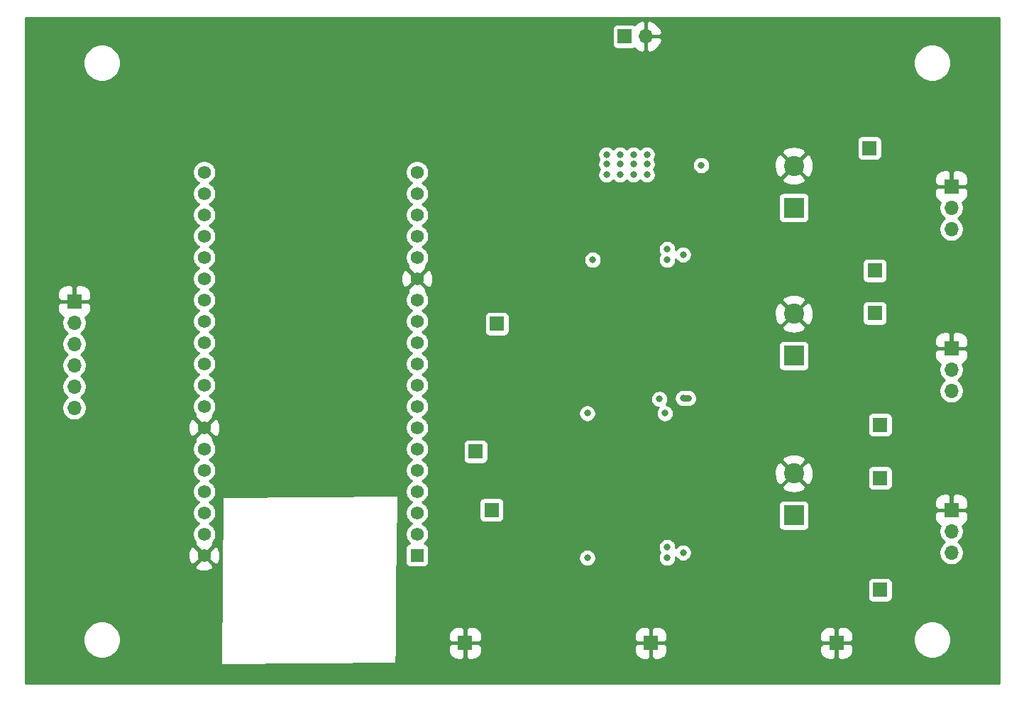
<source format=gbr>
%TF.GenerationSoftware,KiCad,Pcbnew,5.1.10-88a1d61d58~88~ubuntu20.04.1*%
%TF.CreationDate,2021-06-19T14:45:42+02:00*%
%TF.ProjectId,WindowControl,57696e64-6f77-4436-9f6e-74726f6c2e6b,rev?*%
%TF.SameCoordinates,Original*%
%TF.FileFunction,Copper,L4,Bot*%
%TF.FilePolarity,Positive*%
%FSLAX46Y46*%
G04 Gerber Fmt 4.6, Leading zero omitted, Abs format (unit mm)*
G04 Created by KiCad (PCBNEW 5.1.10-88a1d61d58~88~ubuntu20.04.1) date 2021-06-19 14:45:42*
%MOMM*%
%LPD*%
G01*
G04 APERTURE LIST*
%TA.AperFunction,ComponentPad*%
%ADD10R,1.700000X1.700000*%
%TD*%
%TA.AperFunction,ComponentPad*%
%ADD11O,1.700000X1.700000*%
%TD*%
%TA.AperFunction,ComponentPad*%
%ADD12R,1.560000X1.560000*%
%TD*%
%TA.AperFunction,ComponentPad*%
%ADD13C,1.560000*%
%TD*%
%TA.AperFunction,ComponentPad*%
%ADD14R,2.400000X2.400000*%
%TD*%
%TA.AperFunction,ComponentPad*%
%ADD15C,2.400000*%
%TD*%
%TA.AperFunction,ViaPad*%
%ADD16C,0.800000*%
%TD*%
%TA.AperFunction,Conductor*%
%ADD17C,0.750000*%
%TD*%
%TA.AperFunction,Conductor*%
%ADD18C,0.254000*%
%TD*%
%TA.AperFunction,Conductor*%
%ADD19C,0.100000*%
%TD*%
G04 APERTURE END LIST*
D10*
%TO.P,J1,1*%
%TO.N,GND*%
X131064000Y-42672000D03*
D11*
%TO.P,J1,2*%
%TO.N,Net-(C7-Pad1)*%
X131064000Y-45212000D03*
%TO.P,J1,3*%
%TO.N,PWM1*%
X131064000Y-47752000D03*
%TD*%
%TO.P,J2,3*%
%TO.N,PWM2*%
X131064000Y-67056000D03*
%TO.P,J2,2*%
%TO.N,Net-(C8-Pad1)*%
X131064000Y-64516000D03*
D10*
%TO.P,J2,1*%
%TO.N,GND*%
X131064000Y-61976000D03*
%TD*%
%TO.P,J3,1*%
%TO.N,GND*%
X131064000Y-81280000D03*
D11*
%TO.P,J3,2*%
%TO.N,Net-(C9-Pad1)*%
X131064000Y-83820000D03*
%TO.P,J3,3*%
%TO.N,PWM3*%
X131064000Y-86360000D03*
%TD*%
D10*
%TO.P,J4,1*%
%TO.N,GND*%
X26416000Y-56388000D03*
D11*
%TO.P,J4,2*%
%TO.N,+3V3*%
X26416000Y-58928000D03*
%TO.P,J4,3*%
%TO.N,IO4*%
X26416000Y-61468000D03*
%TO.P,J4,4*%
%TO.N,IO3*%
X26416000Y-64008000D03*
%TO.P,J4,5*%
%TO.N,IO2*%
X26416000Y-66548000D03*
%TO.P,J4,6*%
%TO.N,IO1*%
X26416000Y-69088000D03*
%TD*%
D10*
%TO.P,A1,1*%
%TO.N,Current_Sensor_1_AOUT*%
X76835000Y-59055000D03*
%TD*%
%TO.P,PWM1,1*%
%TO.N,PWM1*%
X121920000Y-52705000D03*
%TD*%
%TO.P,GND,1*%
%TO.N,GND*%
X73056750Y-97155000D03*
%TD*%
%TO.P,A2,1*%
%TO.N,Current_Sensor_2_AOUT*%
X74295000Y-74295000D03*
%TD*%
%TO.P,PWM2,1*%
%TO.N,PWM2*%
X122555000Y-71120000D03*
%TD*%
%TO.P,GND,1*%
%TO.N,GND*%
X95202375Y-97155000D03*
%TD*%
%TO.P,A3,1*%
%TO.N,Current_Sensor_3_AOUT*%
X76200000Y-81280000D03*
%TD*%
%TO.P,PWM3,1*%
%TO.N,PWM3*%
X122555000Y-90805000D03*
%TD*%
%TO.P,GND,1*%
%TO.N,GND*%
X117348000Y-97155000D03*
%TD*%
D12*
%TO.P,U4,1*%
%TO.N,+3V3*%
X67310000Y-86689000D03*
D13*
%TO.P,U4,2*%
%TO.N,Net-(U4-Pad2)*%
X67310000Y-84149000D03*
%TO.P,U4,19*%
%TO.N,+5V*%
X67310000Y-40969000D03*
%TO.P,U4,3*%
%TO.N,Net-(U4-Pad3)*%
X67310000Y-81609000D03*
%TO.P,U4,4*%
%TO.N,Net-(U4-Pad4)*%
X67310000Y-79069000D03*
%TO.P,U4,5*%
%TO.N,Current_Sensor_3_AOUT*%
X67310000Y-76529000D03*
%TO.P,U4,6*%
%TO.N,Net-(U4-Pad6)*%
X67310000Y-73989000D03*
%TO.P,U4,7*%
%TO.N,Current_Sensor_2_AOUT*%
X67310000Y-71449000D03*
%TO.P,U4,8*%
%TO.N,Current_Sensor_1_AOUT*%
X67310000Y-68909000D03*
%TO.P,U4,9*%
%TO.N,PWM3*%
X67310000Y-66369000D03*
%TO.P,U4,10*%
%TO.N,PWM2*%
X67310000Y-63829000D03*
%TO.P,U4,11*%
%TO.N,PWM1*%
X67310000Y-61289000D03*
%TO.P,U4,12*%
%TO.N,Net-(U4-Pad12)*%
X67310000Y-58749000D03*
%TO.P,U4,13*%
%TO.N,Net-(U4-Pad13)*%
X67310000Y-56209000D03*
%TO.P,U4,14*%
%TO.N,GND*%
X67310000Y-53669000D03*
%TO.P,U4,15*%
%TO.N,Net-(U4-Pad15)*%
X67310000Y-51129000D03*
%TO.P,U4,16*%
%TO.N,Net-(U4-Pad16)*%
X67310000Y-48589000D03*
%TO.P,U4,17*%
%TO.N,Net-(U4-Pad17)*%
X67310000Y-46049000D03*
%TO.P,U4,18*%
%TO.N,Net-(U4-Pad18)*%
X67310000Y-43509000D03*
%TO.P,U4,20*%
%TO.N,GND*%
X41910000Y-86689000D03*
%TO.P,U4,21*%
%TO.N,IO1*%
X41910000Y-84149000D03*
%TO.P,U4,22*%
%TO.N,IO2*%
X41910000Y-81609000D03*
%TO.P,U4,23*%
%TO.N,Net-(U4-Pad23)*%
X41910000Y-79069000D03*
%TO.P,U4,24*%
%TO.N,Net-(U4-Pad24)*%
X41910000Y-76529000D03*
%TO.P,U4,25*%
%TO.N,IO3*%
X41910000Y-73989000D03*
%TO.P,U4,26*%
%TO.N,GND*%
X41910000Y-71449000D03*
%TO.P,U4,27*%
%TO.N,Net-(U4-Pad27)*%
X41910000Y-68909000D03*
%TO.P,U4,28*%
%TO.N,IO4*%
X41910000Y-66369000D03*
%TO.P,U4,29*%
%TO.N,Net-(U4-Pad29)*%
X41910000Y-63829000D03*
%TO.P,U4,30*%
%TO.N,Net-(U4-Pad30)*%
X41910000Y-61289000D03*
%TO.P,U4,31*%
%TO.N,Net-(U4-Pad31)*%
X41910000Y-58749000D03*
%TO.P,U4,32*%
%TO.N,Net-(U4-Pad32)*%
X41910000Y-56209000D03*
%TO.P,U4,33*%
%TO.N,Net-(U4-Pad33)*%
X41910000Y-53669000D03*
%TO.P,U4,34*%
%TO.N,Net-(U4-Pad34)*%
X41910000Y-51129000D03*
%TO.P,U4,35*%
%TO.N,Net-(U4-Pad35)*%
X41910000Y-48589000D03*
%TO.P,U4,36*%
%TO.N,Net-(U4-Pad36)*%
X41910000Y-46049000D03*
%TO.P,U4,37*%
%TO.N,Net-(U4-Pad37)*%
X41910000Y-43509000D03*
%TO.P,U4,38*%
%TO.N,Net-(U4-Pad38)*%
X41910000Y-40969000D03*
%TD*%
D14*
%TO.P,C7,1*%
%TO.N,Net-(C7-Pad1)*%
X112268000Y-45212000D03*
D15*
%TO.P,C7,2*%
%TO.N,GND*%
X112268000Y-40212000D03*
%TD*%
%TO.P,C8,2*%
%TO.N,GND*%
X112268000Y-57865000D03*
D14*
%TO.P,C8,1*%
%TO.N,Net-(C8-Pad1)*%
X112268000Y-62865000D03*
%TD*%
%TO.P,C9,1*%
%TO.N,Net-(C9-Pad1)*%
X112268000Y-81915000D03*
D15*
%TO.P,C9,2*%
%TO.N,GND*%
X112268000Y-76915000D03*
%TD*%
D10*
%TO.P,J5,1*%
%TO.N,Net-(F1-Pad1)*%
X92075000Y-24765000D03*
D11*
%TO.P,J5,2*%
%TO.N,GND*%
X94615000Y-24765000D03*
%TD*%
D10*
%TO.P,M2_VCC,1*%
%TO.N,Net-(C8-Pad1)*%
X121920000Y-57785000D03*
%TD*%
%TO.P,M3_VCC,1*%
%TO.N,Net-(C9-Pad1)*%
X122555000Y-77470000D03*
%TD*%
%TO.P,M1_VCC,1*%
%TO.N,Net-(C7-Pad1)*%
X121285000Y-38100000D03*
%TD*%
D16*
%TO.N,+5VD*%
X89916000Y-40005000D03*
X91524666Y-40005000D03*
X93133332Y-40005000D03*
X94742000Y-40005000D03*
X89916000Y-41275000D03*
X91524666Y-41275000D03*
X93133332Y-41275000D03*
X94742000Y-41275000D03*
%TO.N,GND*%
X85852000Y-43815000D03*
X88138000Y-46990000D03*
X77978000Y-55372000D03*
X77851000Y-75311000D03*
X77597000Y-91186000D03*
X85852000Y-79248000D03*
X88011000Y-82677000D03*
X88011000Y-64770000D03*
X98679000Y-78359000D03*
X103124000Y-86106000D03*
X97155000Y-45212000D03*
X101219000Y-29083000D03*
X99060000Y-73660000D03*
X99060000Y-56515000D03*
X103505000Y-50800000D03*
X100330000Y-92075000D03*
X97790000Y-91440000D03*
X74295000Y-92075000D03*
X78740000Y-62865000D03*
X74930000Y-62865000D03*
X76200000Y-43815000D03*
X72390000Y-43815000D03*
X85852000Y-62445010D03*
X103191947Y-67699851D03*
X95718703Y-63900799D03*
X31750000Y-64770000D03*
%TO.N,+5VD*%
X89916000Y-38862000D03*
X91524666Y-38862000D03*
X93133332Y-38862000D03*
X94742000Y-38862000D03*
X101219000Y-40132000D03*
X97155000Y-50165000D03*
X97155000Y-51435000D03*
X99060000Y-50800000D03*
X88265000Y-51435000D03*
X99060000Y-67945000D03*
X87630000Y-86995000D03*
X97155000Y-86995000D03*
X97155000Y-85725000D03*
X99060000Y-86360000D03*
X87630000Y-69735008D03*
X96883064Y-69735008D03*
X96236452Y-68034988D03*
%TD*%
D17*
%TO.N,GND*%
X101981000Y-29083000D02*
X102108000Y-28956000D01*
X101219000Y-29083000D02*
X101981000Y-29083000D01*
%TO.N,+5VD*%
X99060000Y-67945000D02*
X99695000Y-67945000D01*
%TD*%
D18*
%TO.N,GND*%
X136754000Y-101956000D02*
X20599000Y-101956000D01*
X20599000Y-99662029D01*
X43878506Y-99662029D01*
X43881174Y-99689172D01*
X43888619Y-99712928D01*
X43900557Y-99734776D01*
X43916528Y-99753875D01*
X43935917Y-99769491D01*
X43957981Y-99781025D01*
X43981871Y-99788032D01*
X44006669Y-99790245D01*
X64707669Y-99599745D01*
X64730078Y-99597542D01*
X64753970Y-99590545D01*
X64776039Y-99579020D01*
X64795435Y-99563412D01*
X64811413Y-99544319D01*
X64823360Y-99522477D01*
X64830816Y-99498723D01*
X64833494Y-99473971D01*
X64847618Y-98005000D01*
X71074297Y-98005000D01*
X71096057Y-98225931D01*
X71160500Y-98438371D01*
X71265150Y-98634157D01*
X71405985Y-98805765D01*
X71577593Y-98946600D01*
X71773379Y-99051250D01*
X71985819Y-99115693D01*
X72206750Y-99137453D01*
X72677000Y-99132000D01*
X72958750Y-98850250D01*
X72958750Y-97253000D01*
X73154750Y-97253000D01*
X73154750Y-98850250D01*
X73436500Y-99132000D01*
X73906750Y-99137453D01*
X74127681Y-99115693D01*
X74340121Y-99051250D01*
X74535907Y-98946600D01*
X74707515Y-98805765D01*
X74848350Y-98634157D01*
X74953000Y-98438371D01*
X75017443Y-98225931D01*
X75039203Y-98005000D01*
X93219922Y-98005000D01*
X93241682Y-98225931D01*
X93306125Y-98438371D01*
X93410775Y-98634157D01*
X93551610Y-98805765D01*
X93723218Y-98946600D01*
X93919004Y-99051250D01*
X94131444Y-99115693D01*
X94352375Y-99137453D01*
X94822625Y-99132000D01*
X95104375Y-98850250D01*
X95104375Y-97253000D01*
X95300375Y-97253000D01*
X95300375Y-98850250D01*
X95582125Y-99132000D01*
X96052375Y-99137453D01*
X96273306Y-99115693D01*
X96485746Y-99051250D01*
X96681532Y-98946600D01*
X96853140Y-98805765D01*
X96993975Y-98634157D01*
X97098625Y-98438371D01*
X97163068Y-98225931D01*
X97184828Y-98005000D01*
X115365547Y-98005000D01*
X115387307Y-98225931D01*
X115451750Y-98438371D01*
X115556400Y-98634157D01*
X115697235Y-98805765D01*
X115868843Y-98946600D01*
X116064629Y-99051250D01*
X116277069Y-99115693D01*
X116498000Y-99137453D01*
X116968250Y-99132000D01*
X117250000Y-98850250D01*
X117250000Y-97253000D01*
X117446000Y-97253000D01*
X117446000Y-98850250D01*
X117727750Y-99132000D01*
X118198000Y-99137453D01*
X118418931Y-99115693D01*
X118631371Y-99051250D01*
X118827157Y-98946600D01*
X118998765Y-98805765D01*
X119139600Y-98634157D01*
X119244250Y-98438371D01*
X119308693Y-98225931D01*
X119330453Y-98005000D01*
X119325000Y-97534750D01*
X119043250Y-97253000D01*
X117446000Y-97253000D01*
X117250000Y-97253000D01*
X115652750Y-97253000D01*
X115371000Y-97534750D01*
X115365547Y-98005000D01*
X97184828Y-98005000D01*
X97179375Y-97534750D01*
X96897625Y-97253000D01*
X95300375Y-97253000D01*
X95104375Y-97253000D01*
X93507125Y-97253000D01*
X93225375Y-97534750D01*
X93219922Y-98005000D01*
X75039203Y-98005000D01*
X75033750Y-97534750D01*
X74752000Y-97253000D01*
X73154750Y-97253000D01*
X72958750Y-97253000D01*
X71361500Y-97253000D01*
X71079750Y-97534750D01*
X71074297Y-98005000D01*
X64847618Y-98005000D01*
X64863964Y-96305000D01*
X71074297Y-96305000D01*
X71079750Y-96775250D01*
X71361500Y-97057000D01*
X72958750Y-97057000D01*
X72958750Y-95459750D01*
X73154750Y-95459750D01*
X73154750Y-97057000D01*
X74752000Y-97057000D01*
X75033750Y-96775250D01*
X75039203Y-96305000D01*
X93219922Y-96305000D01*
X93225375Y-96775250D01*
X93507125Y-97057000D01*
X95104375Y-97057000D01*
X95104375Y-95459750D01*
X95300375Y-95459750D01*
X95300375Y-97057000D01*
X96897625Y-97057000D01*
X97179375Y-96775250D01*
X97184828Y-96305000D01*
X115365547Y-96305000D01*
X115371000Y-96775250D01*
X115652750Y-97057000D01*
X117250000Y-97057000D01*
X117250000Y-95459750D01*
X117446000Y-95459750D01*
X117446000Y-97057000D01*
X119043250Y-97057000D01*
X119325000Y-96775250D01*
X119327567Y-96553872D01*
X126543000Y-96553872D01*
X126543000Y-96994128D01*
X126628890Y-97425925D01*
X126797369Y-97832669D01*
X127041962Y-98198729D01*
X127353271Y-98510038D01*
X127719331Y-98754631D01*
X128126075Y-98923110D01*
X128557872Y-99009000D01*
X128998128Y-99009000D01*
X129429925Y-98923110D01*
X129836669Y-98754631D01*
X130202729Y-98510038D01*
X130514038Y-98198729D01*
X130758631Y-97832669D01*
X130927110Y-97425925D01*
X131013000Y-96994128D01*
X131013000Y-96553872D01*
X130927110Y-96122075D01*
X130758631Y-95715331D01*
X130514038Y-95349271D01*
X130202729Y-95037962D01*
X129836669Y-94793369D01*
X129429925Y-94624890D01*
X128998128Y-94539000D01*
X128557872Y-94539000D01*
X128126075Y-94624890D01*
X127719331Y-94793369D01*
X127353271Y-95037962D01*
X127041962Y-95349271D01*
X126797369Y-95715331D01*
X126628890Y-96122075D01*
X126543000Y-96553872D01*
X119327567Y-96553872D01*
X119330453Y-96305000D01*
X119308693Y-96084069D01*
X119244250Y-95871629D01*
X119139600Y-95675843D01*
X118998765Y-95504235D01*
X118827157Y-95363400D01*
X118631371Y-95258750D01*
X118418931Y-95194307D01*
X118198000Y-95172547D01*
X117727750Y-95178000D01*
X117446000Y-95459750D01*
X117250000Y-95459750D01*
X116968250Y-95178000D01*
X116498000Y-95172547D01*
X116277069Y-95194307D01*
X116064629Y-95258750D01*
X115868843Y-95363400D01*
X115697235Y-95504235D01*
X115556400Y-95675843D01*
X115451750Y-95871629D01*
X115387307Y-96084069D01*
X115365547Y-96305000D01*
X97184828Y-96305000D01*
X97163068Y-96084069D01*
X97098625Y-95871629D01*
X96993975Y-95675843D01*
X96853140Y-95504235D01*
X96681532Y-95363400D01*
X96485746Y-95258750D01*
X96273306Y-95194307D01*
X96052375Y-95172547D01*
X95582125Y-95178000D01*
X95300375Y-95459750D01*
X95104375Y-95459750D01*
X94822625Y-95178000D01*
X94352375Y-95172547D01*
X94131444Y-95194307D01*
X93919004Y-95258750D01*
X93723218Y-95363400D01*
X93551610Y-95504235D01*
X93410775Y-95675843D01*
X93306125Y-95871629D01*
X93241682Y-96084069D01*
X93219922Y-96305000D01*
X75039203Y-96305000D01*
X75017443Y-96084069D01*
X74953000Y-95871629D01*
X74848350Y-95675843D01*
X74707515Y-95504235D01*
X74535907Y-95363400D01*
X74340121Y-95258750D01*
X74127681Y-95194307D01*
X73906750Y-95172547D01*
X73436500Y-95178000D01*
X73154750Y-95459750D01*
X72958750Y-95459750D01*
X72677000Y-95178000D01*
X72206750Y-95172547D01*
X71985819Y-95194307D01*
X71773379Y-95258750D01*
X71577593Y-95363400D01*
X71405985Y-95504235D01*
X71265150Y-95675843D01*
X71160500Y-95871629D01*
X71096057Y-96084069D01*
X71074297Y-96305000D01*
X64863964Y-96305000D01*
X64925021Y-89955000D01*
X121066928Y-89955000D01*
X121066928Y-91655000D01*
X121079188Y-91779482D01*
X121115498Y-91899180D01*
X121174463Y-92009494D01*
X121253815Y-92106185D01*
X121350506Y-92185537D01*
X121460820Y-92244502D01*
X121580518Y-92280812D01*
X121705000Y-92293072D01*
X123405000Y-92293072D01*
X123529482Y-92280812D01*
X123649180Y-92244502D01*
X123759494Y-92185537D01*
X123856185Y-92106185D01*
X123935537Y-92009494D01*
X123994502Y-91899180D01*
X124030812Y-91779482D01*
X124043072Y-91655000D01*
X124043072Y-89955000D01*
X124030812Y-89830518D01*
X123994502Y-89710820D01*
X123935537Y-89600506D01*
X123856185Y-89503815D01*
X123759494Y-89424463D01*
X123649180Y-89365498D01*
X123529482Y-89329188D01*
X123405000Y-89316928D01*
X121705000Y-89316928D01*
X121580518Y-89329188D01*
X121460820Y-89365498D01*
X121350506Y-89424463D01*
X121253815Y-89503815D01*
X121174463Y-89600506D01*
X121115498Y-89710820D01*
X121079188Y-89830518D01*
X121066928Y-89955000D01*
X64925021Y-89955000D01*
X64963926Y-85909000D01*
X65891928Y-85909000D01*
X65891928Y-87469000D01*
X65904188Y-87593482D01*
X65940498Y-87713180D01*
X65999463Y-87823494D01*
X66078815Y-87920185D01*
X66175506Y-87999537D01*
X66285820Y-88058502D01*
X66405518Y-88094812D01*
X66530000Y-88107072D01*
X68090000Y-88107072D01*
X68214482Y-88094812D01*
X68334180Y-88058502D01*
X68444494Y-87999537D01*
X68541185Y-87920185D01*
X68620537Y-87823494D01*
X68679502Y-87713180D01*
X68715812Y-87593482D01*
X68728072Y-87469000D01*
X68728072Y-86893061D01*
X86595000Y-86893061D01*
X86595000Y-87096939D01*
X86634774Y-87296898D01*
X86712795Y-87485256D01*
X86826063Y-87654774D01*
X86970226Y-87798937D01*
X87139744Y-87912205D01*
X87328102Y-87990226D01*
X87528061Y-88030000D01*
X87731939Y-88030000D01*
X87931898Y-87990226D01*
X88120256Y-87912205D01*
X88289774Y-87798937D01*
X88433937Y-87654774D01*
X88547205Y-87485256D01*
X88625226Y-87296898D01*
X88665000Y-87096939D01*
X88665000Y-86893061D01*
X88625226Y-86693102D01*
X88547205Y-86504744D01*
X88433937Y-86335226D01*
X88289774Y-86191063D01*
X88120256Y-86077795D01*
X87931898Y-85999774D01*
X87731939Y-85960000D01*
X87528061Y-85960000D01*
X87328102Y-85999774D01*
X87139744Y-86077795D01*
X86970226Y-86191063D01*
X86826063Y-86335226D01*
X86712795Y-86504744D01*
X86634774Y-86693102D01*
X86595000Y-86893061D01*
X68728072Y-86893061D01*
X68728072Y-85909000D01*
X68715812Y-85784518D01*
X68679502Y-85664820D01*
X68657181Y-85623061D01*
X96120000Y-85623061D01*
X96120000Y-85826939D01*
X96159774Y-86026898D01*
X96237795Y-86215256D01*
X96334510Y-86360000D01*
X96237795Y-86504744D01*
X96159774Y-86693102D01*
X96120000Y-86893061D01*
X96120000Y-87096939D01*
X96159774Y-87296898D01*
X96237795Y-87485256D01*
X96351063Y-87654774D01*
X96495226Y-87798937D01*
X96664744Y-87912205D01*
X96853102Y-87990226D01*
X97053061Y-88030000D01*
X97256939Y-88030000D01*
X97456898Y-87990226D01*
X97645256Y-87912205D01*
X97814774Y-87798937D01*
X97958937Y-87654774D01*
X98072205Y-87485256D01*
X98150226Y-87296898D01*
X98190000Y-87096939D01*
X98190000Y-86920903D01*
X98256063Y-87019774D01*
X98400226Y-87163937D01*
X98569744Y-87277205D01*
X98758102Y-87355226D01*
X98958061Y-87395000D01*
X99161939Y-87395000D01*
X99361898Y-87355226D01*
X99550256Y-87277205D01*
X99719774Y-87163937D01*
X99863937Y-87019774D01*
X99977205Y-86850256D01*
X100055226Y-86661898D01*
X100095000Y-86461939D01*
X100095000Y-86258061D01*
X100055226Y-86058102D01*
X99977205Y-85869744D01*
X99863937Y-85700226D01*
X99719774Y-85556063D01*
X99550256Y-85442795D01*
X99361898Y-85364774D01*
X99161939Y-85325000D01*
X98958061Y-85325000D01*
X98758102Y-85364774D01*
X98569744Y-85442795D01*
X98400226Y-85556063D01*
X98256063Y-85700226D01*
X98190000Y-85799097D01*
X98190000Y-85623061D01*
X98150226Y-85423102D01*
X98072205Y-85234744D01*
X97958937Y-85065226D01*
X97814774Y-84921063D01*
X97645256Y-84807795D01*
X97456898Y-84729774D01*
X97256939Y-84690000D01*
X97053061Y-84690000D01*
X96853102Y-84729774D01*
X96664744Y-84807795D01*
X96495226Y-84921063D01*
X96351063Y-85065226D01*
X96237795Y-85234744D01*
X96159774Y-85423102D01*
X96120000Y-85623061D01*
X68657181Y-85623061D01*
X68620537Y-85554506D01*
X68541185Y-85457815D01*
X68444494Y-85378463D01*
X68334180Y-85319498D01*
X68214482Y-85283188D01*
X68166564Y-85278469D01*
X68212010Y-85248103D01*
X68409103Y-85051010D01*
X68563957Y-84819254D01*
X68670623Y-84561740D01*
X68725000Y-84288365D01*
X68725000Y-84009635D01*
X68670623Y-83736260D01*
X68563957Y-83478746D01*
X68409103Y-83246990D01*
X68212010Y-83049897D01*
X67980254Y-82895043D01*
X67941523Y-82879000D01*
X67980254Y-82862957D01*
X68212010Y-82708103D01*
X68409103Y-82511010D01*
X68563957Y-82279254D01*
X68670623Y-82021740D01*
X68725000Y-81748365D01*
X68725000Y-81469635D01*
X68670623Y-81196260D01*
X68563957Y-80938746D01*
X68409103Y-80706990D01*
X68212010Y-80509897D01*
X68092436Y-80430000D01*
X74711928Y-80430000D01*
X74711928Y-82130000D01*
X74724188Y-82254482D01*
X74760498Y-82374180D01*
X74819463Y-82484494D01*
X74898815Y-82581185D01*
X74995506Y-82660537D01*
X75105820Y-82719502D01*
X75225518Y-82755812D01*
X75350000Y-82768072D01*
X77050000Y-82768072D01*
X77174482Y-82755812D01*
X77294180Y-82719502D01*
X77404494Y-82660537D01*
X77501185Y-82581185D01*
X77580537Y-82484494D01*
X77639502Y-82374180D01*
X77675812Y-82254482D01*
X77688072Y-82130000D01*
X77688072Y-80715000D01*
X110429928Y-80715000D01*
X110429928Y-83115000D01*
X110442188Y-83239482D01*
X110478498Y-83359180D01*
X110537463Y-83469494D01*
X110616815Y-83566185D01*
X110713506Y-83645537D01*
X110823820Y-83704502D01*
X110943518Y-83740812D01*
X111068000Y-83753072D01*
X113468000Y-83753072D01*
X113592482Y-83740812D01*
X113712180Y-83704502D01*
X113822494Y-83645537D01*
X113919185Y-83566185D01*
X113998537Y-83469494D01*
X114057502Y-83359180D01*
X114093812Y-83239482D01*
X114106072Y-83115000D01*
X114106072Y-82130000D01*
X129081547Y-82130000D01*
X129103307Y-82350931D01*
X129167750Y-82563371D01*
X129272400Y-82759157D01*
X129413235Y-82930765D01*
X129584843Y-83071600D01*
X129733690Y-83151161D01*
X129636068Y-83386842D01*
X129579000Y-83673740D01*
X129579000Y-83966260D01*
X129636068Y-84253158D01*
X129748010Y-84523411D01*
X129910525Y-84766632D01*
X130117368Y-84973475D01*
X130291760Y-85090000D01*
X130117368Y-85206525D01*
X129910525Y-85413368D01*
X129748010Y-85656589D01*
X129636068Y-85926842D01*
X129579000Y-86213740D01*
X129579000Y-86506260D01*
X129636068Y-86793158D01*
X129748010Y-87063411D01*
X129910525Y-87306632D01*
X130117368Y-87513475D01*
X130360589Y-87675990D01*
X130630842Y-87787932D01*
X130917740Y-87845000D01*
X131210260Y-87845000D01*
X131497158Y-87787932D01*
X131767411Y-87675990D01*
X132010632Y-87513475D01*
X132217475Y-87306632D01*
X132379990Y-87063411D01*
X132491932Y-86793158D01*
X132549000Y-86506260D01*
X132549000Y-86213740D01*
X132491932Y-85926842D01*
X132379990Y-85656589D01*
X132217475Y-85413368D01*
X132010632Y-85206525D01*
X131836240Y-85090000D01*
X132010632Y-84973475D01*
X132217475Y-84766632D01*
X132379990Y-84523411D01*
X132491932Y-84253158D01*
X132549000Y-83966260D01*
X132549000Y-83673740D01*
X132491932Y-83386842D01*
X132394310Y-83151161D01*
X132543157Y-83071600D01*
X132714765Y-82930765D01*
X132855600Y-82759157D01*
X132960250Y-82563371D01*
X133024693Y-82350931D01*
X133046453Y-82130000D01*
X133041000Y-81659750D01*
X132759250Y-81378000D01*
X131162000Y-81378000D01*
X131162000Y-81398000D01*
X130966000Y-81398000D01*
X130966000Y-81378000D01*
X129368750Y-81378000D01*
X129087000Y-81659750D01*
X129081547Y-82130000D01*
X114106072Y-82130000D01*
X114106072Y-80715000D01*
X114093812Y-80590518D01*
X114057502Y-80470820D01*
X114035683Y-80430000D01*
X129081547Y-80430000D01*
X129087000Y-80900250D01*
X129368750Y-81182000D01*
X130966000Y-81182000D01*
X130966000Y-79584750D01*
X131162000Y-79584750D01*
X131162000Y-81182000D01*
X132759250Y-81182000D01*
X133041000Y-80900250D01*
X133046453Y-80430000D01*
X133024693Y-80209069D01*
X132960250Y-79996629D01*
X132855600Y-79800843D01*
X132714765Y-79629235D01*
X132543157Y-79488400D01*
X132347371Y-79383750D01*
X132134931Y-79319307D01*
X131914000Y-79297547D01*
X131443750Y-79303000D01*
X131162000Y-79584750D01*
X130966000Y-79584750D01*
X130684250Y-79303000D01*
X130214000Y-79297547D01*
X129993069Y-79319307D01*
X129780629Y-79383750D01*
X129584843Y-79488400D01*
X129413235Y-79629235D01*
X129272400Y-79800843D01*
X129167750Y-79996629D01*
X129103307Y-80209069D01*
X129081547Y-80430000D01*
X114035683Y-80430000D01*
X113998537Y-80360506D01*
X113919185Y-80263815D01*
X113822494Y-80184463D01*
X113712180Y-80125498D01*
X113592482Y-80089188D01*
X113468000Y-80076928D01*
X111068000Y-80076928D01*
X110943518Y-80089188D01*
X110823820Y-80125498D01*
X110713506Y-80184463D01*
X110616815Y-80263815D01*
X110537463Y-80360506D01*
X110478498Y-80470820D01*
X110442188Y-80590518D01*
X110429928Y-80715000D01*
X77688072Y-80715000D01*
X77688072Y-80430000D01*
X77675812Y-80305518D01*
X77639502Y-80185820D01*
X77580537Y-80075506D01*
X77501185Y-79978815D01*
X77404494Y-79899463D01*
X77294180Y-79840498D01*
X77174482Y-79804188D01*
X77050000Y-79791928D01*
X75350000Y-79791928D01*
X75225518Y-79804188D01*
X75105820Y-79840498D01*
X74995506Y-79899463D01*
X74898815Y-79978815D01*
X74819463Y-80075506D01*
X74760498Y-80185820D01*
X74724188Y-80305518D01*
X74711928Y-80430000D01*
X68092436Y-80430000D01*
X67980254Y-80355043D01*
X67941523Y-80339000D01*
X67980254Y-80322957D01*
X68212010Y-80168103D01*
X68409103Y-79971010D01*
X68563957Y-79739254D01*
X68670623Y-79481740D01*
X68725000Y-79208365D01*
X68725000Y-78929635D01*
X68670623Y-78656260D01*
X68579727Y-78436816D01*
X110884777Y-78436816D01*
X110974097Y-78862632D01*
X111378924Y-79077637D01*
X111817916Y-79209533D01*
X112274206Y-79253251D01*
X112730256Y-79207111D01*
X113168543Y-79072888D01*
X113561903Y-78862632D01*
X113651223Y-78436816D01*
X112268000Y-77053593D01*
X110884777Y-78436816D01*
X68579727Y-78436816D01*
X68563957Y-78398746D01*
X68409103Y-78166990D01*
X68212010Y-77969897D01*
X67980254Y-77815043D01*
X67941523Y-77799000D01*
X67980254Y-77782957D01*
X68212010Y-77628103D01*
X68409103Y-77431010D01*
X68563957Y-77199254D01*
X68670623Y-76941740D01*
X68674707Y-76921206D01*
X109929749Y-76921206D01*
X109975889Y-77377256D01*
X110110112Y-77815543D01*
X110320368Y-78208903D01*
X110746184Y-78298223D01*
X112129407Y-76915000D01*
X112406593Y-76915000D01*
X113789816Y-78298223D01*
X114215632Y-78208903D01*
X114430637Y-77804076D01*
X114562533Y-77365084D01*
X114606251Y-76908794D01*
X114577033Y-76620000D01*
X121066928Y-76620000D01*
X121066928Y-78320000D01*
X121079188Y-78444482D01*
X121115498Y-78564180D01*
X121174463Y-78674494D01*
X121253815Y-78771185D01*
X121350506Y-78850537D01*
X121460820Y-78909502D01*
X121580518Y-78945812D01*
X121705000Y-78958072D01*
X123405000Y-78958072D01*
X123529482Y-78945812D01*
X123649180Y-78909502D01*
X123759494Y-78850537D01*
X123856185Y-78771185D01*
X123935537Y-78674494D01*
X123994502Y-78564180D01*
X124030812Y-78444482D01*
X124043072Y-78320000D01*
X124043072Y-76620000D01*
X124030812Y-76495518D01*
X123994502Y-76375820D01*
X123935537Y-76265506D01*
X123856185Y-76168815D01*
X123759494Y-76089463D01*
X123649180Y-76030498D01*
X123529482Y-75994188D01*
X123405000Y-75981928D01*
X121705000Y-75981928D01*
X121580518Y-75994188D01*
X121460820Y-76030498D01*
X121350506Y-76089463D01*
X121253815Y-76168815D01*
X121174463Y-76265506D01*
X121115498Y-76375820D01*
X121079188Y-76495518D01*
X121066928Y-76620000D01*
X114577033Y-76620000D01*
X114560111Y-76452744D01*
X114425888Y-76014457D01*
X114215632Y-75621097D01*
X113789816Y-75531777D01*
X112406593Y-76915000D01*
X112129407Y-76915000D01*
X110746184Y-75531777D01*
X110320368Y-75621097D01*
X110105363Y-76025924D01*
X109973467Y-76464916D01*
X109929749Y-76921206D01*
X68674707Y-76921206D01*
X68725000Y-76668365D01*
X68725000Y-76389635D01*
X68670623Y-76116260D01*
X68563957Y-75858746D01*
X68409103Y-75626990D01*
X68212010Y-75429897D01*
X67980254Y-75275043D01*
X67941523Y-75259000D01*
X67980254Y-75242957D01*
X68212010Y-75088103D01*
X68409103Y-74891010D01*
X68563957Y-74659254D01*
X68670623Y-74401740D01*
X68725000Y-74128365D01*
X68725000Y-73849635D01*
X68670623Y-73576260D01*
X68616254Y-73445000D01*
X72806928Y-73445000D01*
X72806928Y-75145000D01*
X72819188Y-75269482D01*
X72855498Y-75389180D01*
X72914463Y-75499494D01*
X72993815Y-75596185D01*
X73090506Y-75675537D01*
X73200820Y-75734502D01*
X73320518Y-75770812D01*
X73445000Y-75783072D01*
X75145000Y-75783072D01*
X75269482Y-75770812D01*
X75389180Y-75734502D01*
X75499494Y-75675537D01*
X75596185Y-75596185D01*
X75675537Y-75499494D01*
X75732361Y-75393184D01*
X110884777Y-75393184D01*
X112268000Y-76776407D01*
X113651223Y-75393184D01*
X113561903Y-74967368D01*
X113157076Y-74752363D01*
X112718084Y-74620467D01*
X112261794Y-74576749D01*
X111805744Y-74622889D01*
X111367457Y-74757112D01*
X110974097Y-74967368D01*
X110884777Y-75393184D01*
X75732361Y-75393184D01*
X75734502Y-75389180D01*
X75770812Y-75269482D01*
X75783072Y-75145000D01*
X75783072Y-73445000D01*
X75770812Y-73320518D01*
X75734502Y-73200820D01*
X75675537Y-73090506D01*
X75596185Y-72993815D01*
X75499494Y-72914463D01*
X75389180Y-72855498D01*
X75269482Y-72819188D01*
X75145000Y-72806928D01*
X73445000Y-72806928D01*
X73320518Y-72819188D01*
X73200820Y-72855498D01*
X73090506Y-72914463D01*
X72993815Y-72993815D01*
X72914463Y-73090506D01*
X72855498Y-73200820D01*
X72819188Y-73320518D01*
X72806928Y-73445000D01*
X68616254Y-73445000D01*
X68563957Y-73318746D01*
X68409103Y-73086990D01*
X68212010Y-72889897D01*
X67980254Y-72735043D01*
X67941523Y-72719000D01*
X67980254Y-72702957D01*
X68212010Y-72548103D01*
X68409103Y-72351010D01*
X68563957Y-72119254D01*
X68670623Y-71861740D01*
X68725000Y-71588365D01*
X68725000Y-71309635D01*
X68670623Y-71036260D01*
X68563957Y-70778746D01*
X68409103Y-70546990D01*
X68212010Y-70349897D01*
X67980254Y-70195043D01*
X67941523Y-70179000D01*
X67980254Y-70162957D01*
X68212010Y-70008103D01*
X68409103Y-69811010D01*
X68527999Y-69633069D01*
X86595000Y-69633069D01*
X86595000Y-69836947D01*
X86634774Y-70036906D01*
X86712795Y-70225264D01*
X86826063Y-70394782D01*
X86970226Y-70538945D01*
X87139744Y-70652213D01*
X87328102Y-70730234D01*
X87528061Y-70770008D01*
X87731939Y-70770008D01*
X87931898Y-70730234D01*
X88120256Y-70652213D01*
X88289774Y-70538945D01*
X88433937Y-70394782D01*
X88547205Y-70225264D01*
X88625226Y-70036906D01*
X88665000Y-69836947D01*
X88665000Y-69633069D01*
X88625226Y-69433110D01*
X88547205Y-69244752D01*
X88433937Y-69075234D01*
X88289774Y-68931071D01*
X88120256Y-68817803D01*
X87931898Y-68739782D01*
X87731939Y-68700008D01*
X87528061Y-68700008D01*
X87328102Y-68739782D01*
X87139744Y-68817803D01*
X86970226Y-68931071D01*
X86826063Y-69075234D01*
X86712795Y-69244752D01*
X86634774Y-69433110D01*
X86595000Y-69633069D01*
X68527999Y-69633069D01*
X68563957Y-69579254D01*
X68670623Y-69321740D01*
X68725000Y-69048365D01*
X68725000Y-68769635D01*
X68670623Y-68496260D01*
X68563957Y-68238746D01*
X68409103Y-68006990D01*
X68335162Y-67933049D01*
X95201452Y-67933049D01*
X95201452Y-68136927D01*
X95241226Y-68336886D01*
X95319247Y-68525244D01*
X95432515Y-68694762D01*
X95576678Y-68838925D01*
X95746196Y-68952193D01*
X95934554Y-69030214D01*
X96092692Y-69061669D01*
X96079127Y-69075234D01*
X95965859Y-69244752D01*
X95887838Y-69433110D01*
X95848064Y-69633069D01*
X95848064Y-69836947D01*
X95887838Y-70036906D01*
X95965859Y-70225264D01*
X96079127Y-70394782D01*
X96223290Y-70538945D01*
X96392808Y-70652213D01*
X96581166Y-70730234D01*
X96781125Y-70770008D01*
X96985003Y-70770008D01*
X97184962Y-70730234D01*
X97373320Y-70652213D01*
X97542838Y-70538945D01*
X97687001Y-70394782D01*
X97770377Y-70270000D01*
X121066928Y-70270000D01*
X121066928Y-71970000D01*
X121079188Y-72094482D01*
X121115498Y-72214180D01*
X121174463Y-72324494D01*
X121253815Y-72421185D01*
X121350506Y-72500537D01*
X121460820Y-72559502D01*
X121580518Y-72595812D01*
X121705000Y-72608072D01*
X123405000Y-72608072D01*
X123529482Y-72595812D01*
X123649180Y-72559502D01*
X123759494Y-72500537D01*
X123856185Y-72421185D01*
X123935537Y-72324494D01*
X123994502Y-72214180D01*
X124030812Y-72094482D01*
X124043072Y-71970000D01*
X124043072Y-70270000D01*
X124030812Y-70145518D01*
X123994502Y-70025820D01*
X123935537Y-69915506D01*
X123856185Y-69818815D01*
X123759494Y-69739463D01*
X123649180Y-69680498D01*
X123529482Y-69644188D01*
X123405000Y-69631928D01*
X121705000Y-69631928D01*
X121580518Y-69644188D01*
X121460820Y-69680498D01*
X121350506Y-69739463D01*
X121253815Y-69818815D01*
X121174463Y-69915506D01*
X121115498Y-70025820D01*
X121079188Y-70145518D01*
X121066928Y-70270000D01*
X97770377Y-70270000D01*
X97800269Y-70225264D01*
X97878290Y-70036906D01*
X97918064Y-69836947D01*
X97918064Y-69633069D01*
X97878290Y-69433110D01*
X97800269Y-69244752D01*
X97687001Y-69075234D01*
X97542838Y-68931071D01*
X97373320Y-68817803D01*
X97184962Y-68739782D01*
X97026824Y-68708327D01*
X97040389Y-68694762D01*
X97153657Y-68525244D01*
X97231678Y-68336886D01*
X97271452Y-68136927D01*
X97271452Y-67933049D01*
X97253553Y-67843061D01*
X98025000Y-67843061D01*
X98025000Y-68046939D01*
X98064774Y-68246898D01*
X98142795Y-68435256D01*
X98256063Y-68604774D01*
X98400226Y-68748937D01*
X98569744Y-68862205D01*
X98758102Y-68940226D01*
X98958061Y-68980000D01*
X99161939Y-68980000D01*
X99287623Y-68955000D01*
X99744608Y-68955000D01*
X99892994Y-68940385D01*
X100083380Y-68882632D01*
X100258840Y-68788847D01*
X100412633Y-68662633D01*
X100538847Y-68508840D01*
X100632632Y-68333380D01*
X100690385Y-68142994D01*
X100709886Y-67945000D01*
X100690385Y-67747006D01*
X100632632Y-67556620D01*
X100538847Y-67381160D01*
X100412633Y-67227367D01*
X100258840Y-67101153D01*
X100083380Y-67007368D01*
X99892994Y-66949615D01*
X99744608Y-66935000D01*
X99287623Y-66935000D01*
X99161939Y-66910000D01*
X98958061Y-66910000D01*
X98758102Y-66949774D01*
X98569744Y-67027795D01*
X98400226Y-67141063D01*
X98256063Y-67285226D01*
X98142795Y-67454744D01*
X98064774Y-67643102D01*
X98025000Y-67843061D01*
X97253553Y-67843061D01*
X97231678Y-67733090D01*
X97153657Y-67544732D01*
X97040389Y-67375214D01*
X96896226Y-67231051D01*
X96726708Y-67117783D01*
X96538350Y-67039762D01*
X96338391Y-66999988D01*
X96134513Y-66999988D01*
X95934554Y-67039762D01*
X95746196Y-67117783D01*
X95576678Y-67231051D01*
X95432515Y-67375214D01*
X95319247Y-67544732D01*
X95241226Y-67733090D01*
X95201452Y-67933049D01*
X68335162Y-67933049D01*
X68212010Y-67809897D01*
X67980254Y-67655043D01*
X67941523Y-67639000D01*
X67980254Y-67622957D01*
X68212010Y-67468103D01*
X68409103Y-67271010D01*
X68563957Y-67039254D01*
X68670623Y-66781740D01*
X68725000Y-66508365D01*
X68725000Y-66229635D01*
X68670623Y-65956260D01*
X68563957Y-65698746D01*
X68409103Y-65466990D01*
X68212010Y-65269897D01*
X67980254Y-65115043D01*
X67941523Y-65099000D01*
X67980254Y-65082957D01*
X68212010Y-64928103D01*
X68409103Y-64731010D01*
X68563957Y-64499254D01*
X68670623Y-64241740D01*
X68725000Y-63968365D01*
X68725000Y-63689635D01*
X68670623Y-63416260D01*
X68563957Y-63158746D01*
X68409103Y-62926990D01*
X68212010Y-62729897D01*
X67980254Y-62575043D01*
X67941523Y-62559000D01*
X67980254Y-62542957D01*
X68212010Y-62388103D01*
X68409103Y-62191010D01*
X68563957Y-61959254D01*
X68670623Y-61701740D01*
X68677930Y-61665000D01*
X110429928Y-61665000D01*
X110429928Y-64065000D01*
X110442188Y-64189482D01*
X110478498Y-64309180D01*
X110537463Y-64419494D01*
X110616815Y-64516185D01*
X110713506Y-64595537D01*
X110823820Y-64654502D01*
X110943518Y-64690812D01*
X111068000Y-64703072D01*
X113468000Y-64703072D01*
X113592482Y-64690812D01*
X113712180Y-64654502D01*
X113822494Y-64595537D01*
X113919185Y-64516185D01*
X113998537Y-64419494D01*
X114057502Y-64309180D01*
X114093812Y-64189482D01*
X114106072Y-64065000D01*
X114106072Y-62826000D01*
X129081547Y-62826000D01*
X129103307Y-63046931D01*
X129167750Y-63259371D01*
X129272400Y-63455157D01*
X129413235Y-63626765D01*
X129584843Y-63767600D01*
X129733690Y-63847161D01*
X129636068Y-64082842D01*
X129579000Y-64369740D01*
X129579000Y-64662260D01*
X129636068Y-64949158D01*
X129748010Y-65219411D01*
X129910525Y-65462632D01*
X130117368Y-65669475D01*
X130291760Y-65786000D01*
X130117368Y-65902525D01*
X129910525Y-66109368D01*
X129748010Y-66352589D01*
X129636068Y-66622842D01*
X129579000Y-66909740D01*
X129579000Y-67202260D01*
X129636068Y-67489158D01*
X129748010Y-67759411D01*
X129910525Y-68002632D01*
X130117368Y-68209475D01*
X130360589Y-68371990D01*
X130630842Y-68483932D01*
X130917740Y-68541000D01*
X131210260Y-68541000D01*
X131497158Y-68483932D01*
X131767411Y-68371990D01*
X132010632Y-68209475D01*
X132217475Y-68002632D01*
X132379990Y-67759411D01*
X132491932Y-67489158D01*
X132549000Y-67202260D01*
X132549000Y-66909740D01*
X132491932Y-66622842D01*
X132379990Y-66352589D01*
X132217475Y-66109368D01*
X132010632Y-65902525D01*
X131836240Y-65786000D01*
X132010632Y-65669475D01*
X132217475Y-65462632D01*
X132379990Y-65219411D01*
X132491932Y-64949158D01*
X132549000Y-64662260D01*
X132549000Y-64369740D01*
X132491932Y-64082842D01*
X132394310Y-63847161D01*
X132543157Y-63767600D01*
X132714765Y-63626765D01*
X132855600Y-63455157D01*
X132960250Y-63259371D01*
X133024693Y-63046931D01*
X133046453Y-62826000D01*
X133041000Y-62355750D01*
X132759250Y-62074000D01*
X131162000Y-62074000D01*
X131162000Y-62094000D01*
X130966000Y-62094000D01*
X130966000Y-62074000D01*
X129368750Y-62074000D01*
X129087000Y-62355750D01*
X129081547Y-62826000D01*
X114106072Y-62826000D01*
X114106072Y-61665000D01*
X114093812Y-61540518D01*
X114057502Y-61420820D01*
X113998537Y-61310506D01*
X113919185Y-61213815D01*
X113822494Y-61134463D01*
X113806662Y-61126000D01*
X129081547Y-61126000D01*
X129087000Y-61596250D01*
X129368750Y-61878000D01*
X130966000Y-61878000D01*
X130966000Y-60280750D01*
X131162000Y-60280750D01*
X131162000Y-61878000D01*
X132759250Y-61878000D01*
X133041000Y-61596250D01*
X133046453Y-61126000D01*
X133024693Y-60905069D01*
X132960250Y-60692629D01*
X132855600Y-60496843D01*
X132714765Y-60325235D01*
X132543157Y-60184400D01*
X132347371Y-60079750D01*
X132134931Y-60015307D01*
X131914000Y-59993547D01*
X131443750Y-59999000D01*
X131162000Y-60280750D01*
X130966000Y-60280750D01*
X130684250Y-59999000D01*
X130214000Y-59993547D01*
X129993069Y-60015307D01*
X129780629Y-60079750D01*
X129584843Y-60184400D01*
X129413235Y-60325235D01*
X129272400Y-60496843D01*
X129167750Y-60692629D01*
X129103307Y-60905069D01*
X129081547Y-61126000D01*
X113806662Y-61126000D01*
X113712180Y-61075498D01*
X113592482Y-61039188D01*
X113468000Y-61026928D01*
X111068000Y-61026928D01*
X110943518Y-61039188D01*
X110823820Y-61075498D01*
X110713506Y-61134463D01*
X110616815Y-61213815D01*
X110537463Y-61310506D01*
X110478498Y-61420820D01*
X110442188Y-61540518D01*
X110429928Y-61665000D01*
X68677930Y-61665000D01*
X68725000Y-61428365D01*
X68725000Y-61149635D01*
X68670623Y-60876260D01*
X68563957Y-60618746D01*
X68409103Y-60386990D01*
X68212010Y-60189897D01*
X67980254Y-60035043D01*
X67941523Y-60019000D01*
X67980254Y-60002957D01*
X68212010Y-59848103D01*
X68409103Y-59651010D01*
X68563957Y-59419254D01*
X68670623Y-59161740D01*
X68725000Y-58888365D01*
X68725000Y-58609635D01*
X68670623Y-58336260D01*
X68616254Y-58205000D01*
X75346928Y-58205000D01*
X75346928Y-59905000D01*
X75359188Y-60029482D01*
X75395498Y-60149180D01*
X75454463Y-60259494D01*
X75533815Y-60356185D01*
X75630506Y-60435537D01*
X75740820Y-60494502D01*
X75860518Y-60530812D01*
X75985000Y-60543072D01*
X77685000Y-60543072D01*
X77809482Y-60530812D01*
X77929180Y-60494502D01*
X78039494Y-60435537D01*
X78136185Y-60356185D01*
X78215537Y-60259494D01*
X78274502Y-60149180D01*
X78310812Y-60029482D01*
X78323072Y-59905000D01*
X78323072Y-59386816D01*
X110884777Y-59386816D01*
X110974097Y-59812632D01*
X111378924Y-60027637D01*
X111817916Y-60159533D01*
X112274206Y-60203251D01*
X112730256Y-60157111D01*
X113168543Y-60022888D01*
X113561903Y-59812632D01*
X113651223Y-59386816D01*
X112268000Y-58003593D01*
X110884777Y-59386816D01*
X78323072Y-59386816D01*
X78323072Y-58205000D01*
X78310812Y-58080518D01*
X78274502Y-57960820D01*
X78226602Y-57871206D01*
X109929749Y-57871206D01*
X109975889Y-58327256D01*
X110110112Y-58765543D01*
X110320368Y-59158903D01*
X110746184Y-59248223D01*
X112129407Y-57865000D01*
X112406593Y-57865000D01*
X113789816Y-59248223D01*
X114215632Y-59158903D01*
X114430637Y-58754076D01*
X114562533Y-58315084D01*
X114606251Y-57858794D01*
X114560111Y-57402744D01*
X114425888Y-56964457D01*
X114410143Y-56935000D01*
X120431928Y-56935000D01*
X120431928Y-58635000D01*
X120444188Y-58759482D01*
X120480498Y-58879180D01*
X120539463Y-58989494D01*
X120618815Y-59086185D01*
X120715506Y-59165537D01*
X120825820Y-59224502D01*
X120945518Y-59260812D01*
X121070000Y-59273072D01*
X122770000Y-59273072D01*
X122894482Y-59260812D01*
X123014180Y-59224502D01*
X123124494Y-59165537D01*
X123221185Y-59086185D01*
X123300537Y-58989494D01*
X123359502Y-58879180D01*
X123395812Y-58759482D01*
X123408072Y-58635000D01*
X123408072Y-56935000D01*
X123395812Y-56810518D01*
X123359502Y-56690820D01*
X123300537Y-56580506D01*
X123221185Y-56483815D01*
X123124494Y-56404463D01*
X123014180Y-56345498D01*
X122894482Y-56309188D01*
X122770000Y-56296928D01*
X121070000Y-56296928D01*
X120945518Y-56309188D01*
X120825820Y-56345498D01*
X120715506Y-56404463D01*
X120618815Y-56483815D01*
X120539463Y-56580506D01*
X120480498Y-56690820D01*
X120444188Y-56810518D01*
X120431928Y-56935000D01*
X114410143Y-56935000D01*
X114215632Y-56571097D01*
X113789816Y-56481777D01*
X112406593Y-57865000D01*
X112129407Y-57865000D01*
X110746184Y-56481777D01*
X110320368Y-56571097D01*
X110105363Y-56975924D01*
X109973467Y-57414916D01*
X109929749Y-57871206D01*
X78226602Y-57871206D01*
X78215537Y-57850506D01*
X78136185Y-57753815D01*
X78039494Y-57674463D01*
X77929180Y-57615498D01*
X77809482Y-57579188D01*
X77685000Y-57566928D01*
X75985000Y-57566928D01*
X75860518Y-57579188D01*
X75740820Y-57615498D01*
X75630506Y-57674463D01*
X75533815Y-57753815D01*
X75454463Y-57850506D01*
X75395498Y-57960820D01*
X75359188Y-58080518D01*
X75346928Y-58205000D01*
X68616254Y-58205000D01*
X68563957Y-58078746D01*
X68409103Y-57846990D01*
X68212010Y-57649897D01*
X67980254Y-57495043D01*
X67941523Y-57479000D01*
X67980254Y-57462957D01*
X68212010Y-57308103D01*
X68409103Y-57111010D01*
X68563957Y-56879254D01*
X68670623Y-56621740D01*
X68725000Y-56348365D01*
X68725000Y-56343184D01*
X110884777Y-56343184D01*
X112268000Y-57726407D01*
X113651223Y-56343184D01*
X113561903Y-55917368D01*
X113157076Y-55702363D01*
X112718084Y-55570467D01*
X112261794Y-55526749D01*
X111805744Y-55572889D01*
X111367457Y-55707112D01*
X110974097Y-55917368D01*
X110884777Y-56343184D01*
X68725000Y-56343184D01*
X68725000Y-56069635D01*
X68670623Y-55796260D01*
X68563957Y-55538746D01*
X68409103Y-55306990D01*
X68357539Y-55255426D01*
X68394374Y-54891967D01*
X67310000Y-53807593D01*
X66225626Y-54891967D01*
X66262461Y-55255426D01*
X66210897Y-55306990D01*
X66056043Y-55538746D01*
X65949377Y-55796260D01*
X65895000Y-56069635D01*
X65895000Y-56348365D01*
X65949377Y-56621740D01*
X66056043Y-56879254D01*
X66210897Y-57111010D01*
X66407990Y-57308103D01*
X66639746Y-57462957D01*
X66678477Y-57479000D01*
X66639746Y-57495043D01*
X66407990Y-57649897D01*
X66210897Y-57846990D01*
X66056043Y-58078746D01*
X65949377Y-58336260D01*
X65895000Y-58609635D01*
X65895000Y-58888365D01*
X65949377Y-59161740D01*
X66056043Y-59419254D01*
X66210897Y-59651010D01*
X66407990Y-59848103D01*
X66639746Y-60002957D01*
X66678477Y-60019000D01*
X66639746Y-60035043D01*
X66407990Y-60189897D01*
X66210897Y-60386990D01*
X66056043Y-60618746D01*
X65949377Y-60876260D01*
X65895000Y-61149635D01*
X65895000Y-61428365D01*
X65949377Y-61701740D01*
X66056043Y-61959254D01*
X66210897Y-62191010D01*
X66407990Y-62388103D01*
X66639746Y-62542957D01*
X66678477Y-62559000D01*
X66639746Y-62575043D01*
X66407990Y-62729897D01*
X66210897Y-62926990D01*
X66056043Y-63158746D01*
X65949377Y-63416260D01*
X65895000Y-63689635D01*
X65895000Y-63968365D01*
X65949377Y-64241740D01*
X66056043Y-64499254D01*
X66210897Y-64731010D01*
X66407990Y-64928103D01*
X66639746Y-65082957D01*
X66678477Y-65099000D01*
X66639746Y-65115043D01*
X66407990Y-65269897D01*
X66210897Y-65466990D01*
X66056043Y-65698746D01*
X65949377Y-65956260D01*
X65895000Y-66229635D01*
X65895000Y-66508365D01*
X65949377Y-66781740D01*
X66056043Y-67039254D01*
X66210897Y-67271010D01*
X66407990Y-67468103D01*
X66639746Y-67622957D01*
X66678477Y-67639000D01*
X66639746Y-67655043D01*
X66407990Y-67809897D01*
X66210897Y-68006990D01*
X66056043Y-68238746D01*
X65949377Y-68496260D01*
X65895000Y-68769635D01*
X65895000Y-69048365D01*
X65949377Y-69321740D01*
X66056043Y-69579254D01*
X66210897Y-69811010D01*
X66407990Y-70008103D01*
X66639746Y-70162957D01*
X66678477Y-70179000D01*
X66639746Y-70195043D01*
X66407990Y-70349897D01*
X66210897Y-70546990D01*
X66056043Y-70778746D01*
X65949377Y-71036260D01*
X65895000Y-71309635D01*
X65895000Y-71588365D01*
X65949377Y-71861740D01*
X66056043Y-72119254D01*
X66210897Y-72351010D01*
X66407990Y-72548103D01*
X66639746Y-72702957D01*
X66678477Y-72719000D01*
X66639746Y-72735043D01*
X66407990Y-72889897D01*
X66210897Y-73086990D01*
X66056043Y-73318746D01*
X65949377Y-73576260D01*
X65895000Y-73849635D01*
X65895000Y-74128365D01*
X65949377Y-74401740D01*
X66056043Y-74659254D01*
X66210897Y-74891010D01*
X66407990Y-75088103D01*
X66639746Y-75242957D01*
X66678477Y-75259000D01*
X66639746Y-75275043D01*
X66407990Y-75429897D01*
X66210897Y-75626990D01*
X66056043Y-75858746D01*
X65949377Y-76116260D01*
X65895000Y-76389635D01*
X65895000Y-76668365D01*
X65949377Y-76941740D01*
X66056043Y-77199254D01*
X66210897Y-77431010D01*
X66407990Y-77628103D01*
X66639746Y-77782957D01*
X66678477Y-77799000D01*
X66639746Y-77815043D01*
X66407990Y-77969897D01*
X66210897Y-78166990D01*
X66056043Y-78398746D01*
X65949377Y-78656260D01*
X65895000Y-78929635D01*
X65895000Y-79208365D01*
X65949377Y-79481740D01*
X66056043Y-79739254D01*
X66210897Y-79971010D01*
X66407990Y-80168103D01*
X66639746Y-80322957D01*
X66678477Y-80339000D01*
X66639746Y-80355043D01*
X66407990Y-80509897D01*
X66210897Y-80706990D01*
X66056043Y-80938746D01*
X65949377Y-81196260D01*
X65895000Y-81469635D01*
X65895000Y-81748365D01*
X65949377Y-82021740D01*
X66056043Y-82279254D01*
X66210897Y-82511010D01*
X66407990Y-82708103D01*
X66639746Y-82862957D01*
X66678477Y-82879000D01*
X66639746Y-82895043D01*
X66407990Y-83049897D01*
X66210897Y-83246990D01*
X66056043Y-83478746D01*
X65949377Y-83736260D01*
X65895000Y-84009635D01*
X65895000Y-84288365D01*
X65949377Y-84561740D01*
X66056043Y-84819254D01*
X66210897Y-85051010D01*
X66407990Y-85248103D01*
X66453436Y-85278469D01*
X66405518Y-85283188D01*
X66285820Y-85319498D01*
X66175506Y-85378463D01*
X66078815Y-85457815D01*
X65999463Y-85554506D01*
X65940498Y-85664820D01*
X65904188Y-85784518D01*
X65891928Y-85909000D01*
X64963926Y-85909000D01*
X65023994Y-79661971D01*
X65021326Y-79634828D01*
X65013881Y-79611072D01*
X65001943Y-79589224D01*
X64985972Y-79570125D01*
X64966583Y-79554509D01*
X64944519Y-79542975D01*
X64920629Y-79535968D01*
X64895831Y-79533755D01*
X44194831Y-79724255D01*
X44172422Y-79726458D01*
X44148530Y-79733455D01*
X44126461Y-79744980D01*
X44107065Y-79760588D01*
X44091087Y-79779681D01*
X44079140Y-79801523D01*
X44071684Y-79825277D01*
X44069006Y-79850029D01*
X43878506Y-99662029D01*
X20599000Y-99662029D01*
X20599000Y-96553872D01*
X27483000Y-96553872D01*
X27483000Y-96994128D01*
X27568890Y-97425925D01*
X27737369Y-97832669D01*
X27981962Y-98198729D01*
X28293271Y-98510038D01*
X28659331Y-98754631D01*
X29066075Y-98923110D01*
X29497872Y-99009000D01*
X29938128Y-99009000D01*
X30369925Y-98923110D01*
X30776669Y-98754631D01*
X31142729Y-98510038D01*
X31454038Y-98198729D01*
X31698631Y-97832669D01*
X31867110Y-97425925D01*
X31953000Y-96994128D01*
X31953000Y-96553872D01*
X31867110Y-96122075D01*
X31698631Y-95715331D01*
X31454038Y-95349271D01*
X31142729Y-95037962D01*
X30776669Y-94793369D01*
X30369925Y-94624890D01*
X29938128Y-94539000D01*
X29497872Y-94539000D01*
X29066075Y-94624890D01*
X28659331Y-94793369D01*
X28293271Y-95037962D01*
X27981962Y-95349271D01*
X27737369Y-95715331D01*
X27568890Y-96122075D01*
X27483000Y-96553872D01*
X20599000Y-96553872D01*
X20599000Y-87911967D01*
X40825626Y-87911967D01*
X40864428Y-88294834D01*
X41197801Y-88467959D01*
X41558543Y-88572720D01*
X41932791Y-88605091D01*
X42306164Y-88563828D01*
X42664313Y-88450516D01*
X42955572Y-88294834D01*
X42994374Y-87911967D01*
X41910000Y-86827593D01*
X40825626Y-87911967D01*
X20599000Y-87911967D01*
X20599000Y-86711791D01*
X39993909Y-86711791D01*
X40035172Y-87085164D01*
X40148484Y-87443313D01*
X40304166Y-87734572D01*
X40687033Y-87773374D01*
X41771407Y-86689000D01*
X42048593Y-86689000D01*
X43132967Y-87773374D01*
X43515834Y-87734572D01*
X43688959Y-87401199D01*
X43793720Y-87040457D01*
X43826091Y-86666209D01*
X43784828Y-86292836D01*
X43671516Y-85934687D01*
X43515834Y-85643428D01*
X43132967Y-85604626D01*
X42048593Y-86689000D01*
X41771407Y-86689000D01*
X40687033Y-85604626D01*
X40304166Y-85643428D01*
X40131041Y-85976801D01*
X40026280Y-86337543D01*
X39993909Y-86711791D01*
X20599000Y-86711791D01*
X20599000Y-73849635D01*
X40495000Y-73849635D01*
X40495000Y-74128365D01*
X40549377Y-74401740D01*
X40656043Y-74659254D01*
X40810897Y-74891010D01*
X41007990Y-75088103D01*
X41239746Y-75242957D01*
X41278477Y-75259000D01*
X41239746Y-75275043D01*
X41007990Y-75429897D01*
X40810897Y-75626990D01*
X40656043Y-75858746D01*
X40549377Y-76116260D01*
X40495000Y-76389635D01*
X40495000Y-76668365D01*
X40549377Y-76941740D01*
X40656043Y-77199254D01*
X40810897Y-77431010D01*
X41007990Y-77628103D01*
X41239746Y-77782957D01*
X41278477Y-77799000D01*
X41239746Y-77815043D01*
X41007990Y-77969897D01*
X40810897Y-78166990D01*
X40656043Y-78398746D01*
X40549377Y-78656260D01*
X40495000Y-78929635D01*
X40495000Y-79208365D01*
X40549377Y-79481740D01*
X40656043Y-79739254D01*
X40810897Y-79971010D01*
X41007990Y-80168103D01*
X41239746Y-80322957D01*
X41278477Y-80339000D01*
X41239746Y-80355043D01*
X41007990Y-80509897D01*
X40810897Y-80706990D01*
X40656043Y-80938746D01*
X40549377Y-81196260D01*
X40495000Y-81469635D01*
X40495000Y-81748365D01*
X40549377Y-82021740D01*
X40656043Y-82279254D01*
X40810897Y-82511010D01*
X41007990Y-82708103D01*
X41239746Y-82862957D01*
X41278477Y-82879000D01*
X41239746Y-82895043D01*
X41007990Y-83049897D01*
X40810897Y-83246990D01*
X40656043Y-83478746D01*
X40549377Y-83736260D01*
X40495000Y-84009635D01*
X40495000Y-84288365D01*
X40549377Y-84561740D01*
X40656043Y-84819254D01*
X40810897Y-85051010D01*
X40862461Y-85102574D01*
X40825626Y-85466033D01*
X41910000Y-86550407D01*
X42994374Y-85466033D01*
X42957539Y-85102574D01*
X43009103Y-85051010D01*
X43163957Y-84819254D01*
X43270623Y-84561740D01*
X43325000Y-84288365D01*
X43325000Y-84009635D01*
X43270623Y-83736260D01*
X43163957Y-83478746D01*
X43009103Y-83246990D01*
X42812010Y-83049897D01*
X42580254Y-82895043D01*
X42541523Y-82879000D01*
X42580254Y-82862957D01*
X42812010Y-82708103D01*
X43009103Y-82511010D01*
X43163957Y-82279254D01*
X43270623Y-82021740D01*
X43325000Y-81748365D01*
X43325000Y-81469635D01*
X43270623Y-81196260D01*
X43163957Y-80938746D01*
X43009103Y-80706990D01*
X42812010Y-80509897D01*
X42580254Y-80355043D01*
X42541523Y-80339000D01*
X42580254Y-80322957D01*
X42812010Y-80168103D01*
X43009103Y-79971010D01*
X43163957Y-79739254D01*
X43270623Y-79481740D01*
X43325000Y-79208365D01*
X43325000Y-78929635D01*
X43270623Y-78656260D01*
X43163957Y-78398746D01*
X43009103Y-78166990D01*
X42812010Y-77969897D01*
X42580254Y-77815043D01*
X42541523Y-77799000D01*
X42580254Y-77782957D01*
X42812010Y-77628103D01*
X43009103Y-77431010D01*
X43163957Y-77199254D01*
X43270623Y-76941740D01*
X43325000Y-76668365D01*
X43325000Y-76389635D01*
X43270623Y-76116260D01*
X43163957Y-75858746D01*
X43009103Y-75626990D01*
X42812010Y-75429897D01*
X42580254Y-75275043D01*
X42541523Y-75259000D01*
X42580254Y-75242957D01*
X42812010Y-75088103D01*
X43009103Y-74891010D01*
X43163957Y-74659254D01*
X43270623Y-74401740D01*
X43325000Y-74128365D01*
X43325000Y-73849635D01*
X43270623Y-73576260D01*
X43163957Y-73318746D01*
X43009103Y-73086990D01*
X42957539Y-73035426D01*
X42994374Y-72671967D01*
X41910000Y-71587593D01*
X40825626Y-72671967D01*
X40862461Y-73035426D01*
X40810897Y-73086990D01*
X40656043Y-73318746D01*
X40549377Y-73576260D01*
X40495000Y-73849635D01*
X20599000Y-73849635D01*
X20599000Y-71471791D01*
X39993909Y-71471791D01*
X40035172Y-71845164D01*
X40148484Y-72203313D01*
X40304166Y-72494572D01*
X40687033Y-72533374D01*
X41771407Y-71449000D01*
X42048593Y-71449000D01*
X43132967Y-72533374D01*
X43515834Y-72494572D01*
X43688959Y-72161199D01*
X43793720Y-71800457D01*
X43826091Y-71426209D01*
X43784828Y-71052836D01*
X43671516Y-70694687D01*
X43515834Y-70403428D01*
X43132967Y-70364626D01*
X42048593Y-71449000D01*
X41771407Y-71449000D01*
X40687033Y-70364626D01*
X40304166Y-70403428D01*
X40131041Y-70736801D01*
X40026280Y-71097543D01*
X39993909Y-71471791D01*
X20599000Y-71471791D01*
X20599000Y-57238000D01*
X24433547Y-57238000D01*
X24455307Y-57458931D01*
X24519750Y-57671371D01*
X24624400Y-57867157D01*
X24765235Y-58038765D01*
X24936843Y-58179600D01*
X25085690Y-58259161D01*
X24988068Y-58494842D01*
X24931000Y-58781740D01*
X24931000Y-59074260D01*
X24988068Y-59361158D01*
X25100010Y-59631411D01*
X25262525Y-59874632D01*
X25469368Y-60081475D01*
X25643760Y-60198000D01*
X25469368Y-60314525D01*
X25262525Y-60521368D01*
X25100010Y-60764589D01*
X24988068Y-61034842D01*
X24931000Y-61321740D01*
X24931000Y-61614260D01*
X24988068Y-61901158D01*
X25100010Y-62171411D01*
X25262525Y-62414632D01*
X25469368Y-62621475D01*
X25643760Y-62738000D01*
X25469368Y-62854525D01*
X25262525Y-63061368D01*
X25100010Y-63304589D01*
X24988068Y-63574842D01*
X24931000Y-63861740D01*
X24931000Y-64154260D01*
X24988068Y-64441158D01*
X25100010Y-64711411D01*
X25262525Y-64954632D01*
X25469368Y-65161475D01*
X25643760Y-65278000D01*
X25469368Y-65394525D01*
X25262525Y-65601368D01*
X25100010Y-65844589D01*
X24988068Y-66114842D01*
X24931000Y-66401740D01*
X24931000Y-66694260D01*
X24988068Y-66981158D01*
X25100010Y-67251411D01*
X25262525Y-67494632D01*
X25469368Y-67701475D01*
X25643760Y-67818000D01*
X25469368Y-67934525D01*
X25262525Y-68141368D01*
X25100010Y-68384589D01*
X24988068Y-68654842D01*
X24931000Y-68941740D01*
X24931000Y-69234260D01*
X24988068Y-69521158D01*
X25100010Y-69791411D01*
X25262525Y-70034632D01*
X25469368Y-70241475D01*
X25712589Y-70403990D01*
X25982842Y-70515932D01*
X26269740Y-70573000D01*
X26562260Y-70573000D01*
X26849158Y-70515932D01*
X27119411Y-70403990D01*
X27362632Y-70241475D01*
X27569475Y-70034632D01*
X27731990Y-69791411D01*
X27843932Y-69521158D01*
X27901000Y-69234260D01*
X27901000Y-68941740D01*
X27843932Y-68654842D01*
X27731990Y-68384589D01*
X27569475Y-68141368D01*
X27362632Y-67934525D01*
X27188240Y-67818000D01*
X27362632Y-67701475D01*
X27569475Y-67494632D01*
X27731990Y-67251411D01*
X27843932Y-66981158D01*
X27901000Y-66694260D01*
X27901000Y-66401740D01*
X27843932Y-66114842D01*
X27731990Y-65844589D01*
X27569475Y-65601368D01*
X27362632Y-65394525D01*
X27188240Y-65278000D01*
X27362632Y-65161475D01*
X27569475Y-64954632D01*
X27731990Y-64711411D01*
X27843932Y-64441158D01*
X27901000Y-64154260D01*
X27901000Y-63861740D01*
X27843932Y-63574842D01*
X27731990Y-63304589D01*
X27569475Y-63061368D01*
X27362632Y-62854525D01*
X27188240Y-62738000D01*
X27362632Y-62621475D01*
X27569475Y-62414632D01*
X27731990Y-62171411D01*
X27843932Y-61901158D01*
X27901000Y-61614260D01*
X27901000Y-61321740D01*
X27843932Y-61034842D01*
X27731990Y-60764589D01*
X27569475Y-60521368D01*
X27362632Y-60314525D01*
X27188240Y-60198000D01*
X27362632Y-60081475D01*
X27569475Y-59874632D01*
X27731990Y-59631411D01*
X27843932Y-59361158D01*
X27901000Y-59074260D01*
X27901000Y-58781740D01*
X27843932Y-58494842D01*
X27746310Y-58259161D01*
X27895157Y-58179600D01*
X28066765Y-58038765D01*
X28207600Y-57867157D01*
X28312250Y-57671371D01*
X28376693Y-57458931D01*
X28398453Y-57238000D01*
X28393000Y-56767750D01*
X28111250Y-56486000D01*
X26514000Y-56486000D01*
X26514000Y-56506000D01*
X26318000Y-56506000D01*
X26318000Y-56486000D01*
X24720750Y-56486000D01*
X24439000Y-56767750D01*
X24433547Y-57238000D01*
X20599000Y-57238000D01*
X20599000Y-55538000D01*
X24433547Y-55538000D01*
X24439000Y-56008250D01*
X24720750Y-56290000D01*
X26318000Y-56290000D01*
X26318000Y-54692750D01*
X26514000Y-54692750D01*
X26514000Y-56290000D01*
X28111250Y-56290000D01*
X28393000Y-56008250D01*
X28398453Y-55538000D01*
X28376693Y-55317069D01*
X28312250Y-55104629D01*
X28207600Y-54908843D01*
X28066765Y-54737235D01*
X27895157Y-54596400D01*
X27699371Y-54491750D01*
X27486931Y-54427307D01*
X27266000Y-54405547D01*
X26795750Y-54411000D01*
X26514000Y-54692750D01*
X26318000Y-54692750D01*
X26036250Y-54411000D01*
X25566000Y-54405547D01*
X25345069Y-54427307D01*
X25132629Y-54491750D01*
X24936843Y-54596400D01*
X24765235Y-54737235D01*
X24624400Y-54908843D01*
X24519750Y-55104629D01*
X24455307Y-55317069D01*
X24433547Y-55538000D01*
X20599000Y-55538000D01*
X20599000Y-40829635D01*
X40495000Y-40829635D01*
X40495000Y-41108365D01*
X40549377Y-41381740D01*
X40656043Y-41639254D01*
X40810897Y-41871010D01*
X41007990Y-42068103D01*
X41239746Y-42222957D01*
X41278477Y-42239000D01*
X41239746Y-42255043D01*
X41007990Y-42409897D01*
X40810897Y-42606990D01*
X40656043Y-42838746D01*
X40549377Y-43096260D01*
X40495000Y-43369635D01*
X40495000Y-43648365D01*
X40549377Y-43921740D01*
X40656043Y-44179254D01*
X40810897Y-44411010D01*
X41007990Y-44608103D01*
X41239746Y-44762957D01*
X41278477Y-44779000D01*
X41239746Y-44795043D01*
X41007990Y-44949897D01*
X40810897Y-45146990D01*
X40656043Y-45378746D01*
X40549377Y-45636260D01*
X40495000Y-45909635D01*
X40495000Y-46188365D01*
X40549377Y-46461740D01*
X40656043Y-46719254D01*
X40810897Y-46951010D01*
X41007990Y-47148103D01*
X41239746Y-47302957D01*
X41278477Y-47319000D01*
X41239746Y-47335043D01*
X41007990Y-47489897D01*
X40810897Y-47686990D01*
X40656043Y-47918746D01*
X40549377Y-48176260D01*
X40495000Y-48449635D01*
X40495000Y-48728365D01*
X40549377Y-49001740D01*
X40656043Y-49259254D01*
X40810897Y-49491010D01*
X41007990Y-49688103D01*
X41239746Y-49842957D01*
X41278477Y-49859000D01*
X41239746Y-49875043D01*
X41007990Y-50029897D01*
X40810897Y-50226990D01*
X40656043Y-50458746D01*
X40549377Y-50716260D01*
X40495000Y-50989635D01*
X40495000Y-51268365D01*
X40549377Y-51541740D01*
X40656043Y-51799254D01*
X40810897Y-52031010D01*
X41007990Y-52228103D01*
X41239746Y-52382957D01*
X41278477Y-52399000D01*
X41239746Y-52415043D01*
X41007990Y-52569897D01*
X40810897Y-52766990D01*
X40656043Y-52998746D01*
X40549377Y-53256260D01*
X40495000Y-53529635D01*
X40495000Y-53808365D01*
X40549377Y-54081740D01*
X40656043Y-54339254D01*
X40810897Y-54571010D01*
X41007990Y-54768103D01*
X41239746Y-54922957D01*
X41278477Y-54939000D01*
X41239746Y-54955043D01*
X41007990Y-55109897D01*
X40810897Y-55306990D01*
X40656043Y-55538746D01*
X40549377Y-55796260D01*
X40495000Y-56069635D01*
X40495000Y-56348365D01*
X40549377Y-56621740D01*
X40656043Y-56879254D01*
X40810897Y-57111010D01*
X41007990Y-57308103D01*
X41239746Y-57462957D01*
X41278477Y-57479000D01*
X41239746Y-57495043D01*
X41007990Y-57649897D01*
X40810897Y-57846990D01*
X40656043Y-58078746D01*
X40549377Y-58336260D01*
X40495000Y-58609635D01*
X40495000Y-58888365D01*
X40549377Y-59161740D01*
X40656043Y-59419254D01*
X40810897Y-59651010D01*
X41007990Y-59848103D01*
X41239746Y-60002957D01*
X41278477Y-60019000D01*
X41239746Y-60035043D01*
X41007990Y-60189897D01*
X40810897Y-60386990D01*
X40656043Y-60618746D01*
X40549377Y-60876260D01*
X40495000Y-61149635D01*
X40495000Y-61428365D01*
X40549377Y-61701740D01*
X40656043Y-61959254D01*
X40810897Y-62191010D01*
X41007990Y-62388103D01*
X41239746Y-62542957D01*
X41278477Y-62559000D01*
X41239746Y-62575043D01*
X41007990Y-62729897D01*
X40810897Y-62926990D01*
X40656043Y-63158746D01*
X40549377Y-63416260D01*
X40495000Y-63689635D01*
X40495000Y-63968365D01*
X40549377Y-64241740D01*
X40656043Y-64499254D01*
X40810897Y-64731010D01*
X41007990Y-64928103D01*
X41239746Y-65082957D01*
X41278477Y-65099000D01*
X41239746Y-65115043D01*
X41007990Y-65269897D01*
X40810897Y-65466990D01*
X40656043Y-65698746D01*
X40549377Y-65956260D01*
X40495000Y-66229635D01*
X40495000Y-66508365D01*
X40549377Y-66781740D01*
X40656043Y-67039254D01*
X40810897Y-67271010D01*
X41007990Y-67468103D01*
X41239746Y-67622957D01*
X41278477Y-67639000D01*
X41239746Y-67655043D01*
X41007990Y-67809897D01*
X40810897Y-68006990D01*
X40656043Y-68238746D01*
X40549377Y-68496260D01*
X40495000Y-68769635D01*
X40495000Y-69048365D01*
X40549377Y-69321740D01*
X40656043Y-69579254D01*
X40810897Y-69811010D01*
X40862461Y-69862574D01*
X40825626Y-70226033D01*
X41910000Y-71310407D01*
X42994374Y-70226033D01*
X42957539Y-69862574D01*
X43009103Y-69811010D01*
X43163957Y-69579254D01*
X43270623Y-69321740D01*
X43325000Y-69048365D01*
X43325000Y-68769635D01*
X43270623Y-68496260D01*
X43163957Y-68238746D01*
X43009103Y-68006990D01*
X42812010Y-67809897D01*
X42580254Y-67655043D01*
X42541523Y-67639000D01*
X42580254Y-67622957D01*
X42812010Y-67468103D01*
X43009103Y-67271010D01*
X43163957Y-67039254D01*
X43270623Y-66781740D01*
X43325000Y-66508365D01*
X43325000Y-66229635D01*
X43270623Y-65956260D01*
X43163957Y-65698746D01*
X43009103Y-65466990D01*
X42812010Y-65269897D01*
X42580254Y-65115043D01*
X42541523Y-65099000D01*
X42580254Y-65082957D01*
X42812010Y-64928103D01*
X43009103Y-64731010D01*
X43163957Y-64499254D01*
X43270623Y-64241740D01*
X43325000Y-63968365D01*
X43325000Y-63689635D01*
X43270623Y-63416260D01*
X43163957Y-63158746D01*
X43009103Y-62926990D01*
X42812010Y-62729897D01*
X42580254Y-62575043D01*
X42541523Y-62559000D01*
X42580254Y-62542957D01*
X42812010Y-62388103D01*
X43009103Y-62191010D01*
X43163957Y-61959254D01*
X43270623Y-61701740D01*
X43325000Y-61428365D01*
X43325000Y-61149635D01*
X43270623Y-60876260D01*
X43163957Y-60618746D01*
X43009103Y-60386990D01*
X42812010Y-60189897D01*
X42580254Y-60035043D01*
X42541523Y-60019000D01*
X42580254Y-60002957D01*
X42812010Y-59848103D01*
X43009103Y-59651010D01*
X43163957Y-59419254D01*
X43270623Y-59161740D01*
X43325000Y-58888365D01*
X43325000Y-58609635D01*
X43270623Y-58336260D01*
X43163957Y-58078746D01*
X43009103Y-57846990D01*
X42812010Y-57649897D01*
X42580254Y-57495043D01*
X42541523Y-57479000D01*
X42580254Y-57462957D01*
X42812010Y-57308103D01*
X43009103Y-57111010D01*
X43163957Y-56879254D01*
X43270623Y-56621740D01*
X43325000Y-56348365D01*
X43325000Y-56069635D01*
X43270623Y-55796260D01*
X43163957Y-55538746D01*
X43009103Y-55306990D01*
X42812010Y-55109897D01*
X42580254Y-54955043D01*
X42541523Y-54939000D01*
X42580254Y-54922957D01*
X42812010Y-54768103D01*
X43009103Y-54571010D01*
X43163957Y-54339254D01*
X43270623Y-54081740D01*
X43325000Y-53808365D01*
X43325000Y-53691791D01*
X65393909Y-53691791D01*
X65435172Y-54065164D01*
X65548484Y-54423313D01*
X65704166Y-54714572D01*
X66087033Y-54753374D01*
X67171407Y-53669000D01*
X67448593Y-53669000D01*
X68532967Y-54753374D01*
X68915834Y-54714572D01*
X69088959Y-54381199D01*
X69193720Y-54020457D01*
X69226091Y-53646209D01*
X69184828Y-53272836D01*
X69071516Y-52914687D01*
X68915834Y-52623428D01*
X68532967Y-52584626D01*
X67448593Y-53669000D01*
X67171407Y-53669000D01*
X66087033Y-52584626D01*
X65704166Y-52623428D01*
X65531041Y-52956801D01*
X65426280Y-53317543D01*
X65393909Y-53691791D01*
X43325000Y-53691791D01*
X43325000Y-53529635D01*
X43270623Y-53256260D01*
X43163957Y-52998746D01*
X43009103Y-52766990D01*
X42812010Y-52569897D01*
X42580254Y-52415043D01*
X42541523Y-52399000D01*
X42580254Y-52382957D01*
X42812010Y-52228103D01*
X43009103Y-52031010D01*
X43163957Y-51799254D01*
X43270623Y-51541740D01*
X43325000Y-51268365D01*
X43325000Y-50989635D01*
X43270623Y-50716260D01*
X43163957Y-50458746D01*
X43009103Y-50226990D01*
X42812010Y-50029897D01*
X42580254Y-49875043D01*
X42541523Y-49859000D01*
X42580254Y-49842957D01*
X42812010Y-49688103D01*
X43009103Y-49491010D01*
X43163957Y-49259254D01*
X43270623Y-49001740D01*
X43325000Y-48728365D01*
X43325000Y-48449635D01*
X43270623Y-48176260D01*
X43163957Y-47918746D01*
X43009103Y-47686990D01*
X42812010Y-47489897D01*
X42580254Y-47335043D01*
X42541523Y-47319000D01*
X42580254Y-47302957D01*
X42812010Y-47148103D01*
X43009103Y-46951010D01*
X43163957Y-46719254D01*
X43270623Y-46461740D01*
X43325000Y-46188365D01*
X43325000Y-45909635D01*
X43270623Y-45636260D01*
X43163957Y-45378746D01*
X43009103Y-45146990D01*
X42812010Y-44949897D01*
X42580254Y-44795043D01*
X42541523Y-44779000D01*
X42580254Y-44762957D01*
X42812010Y-44608103D01*
X43009103Y-44411010D01*
X43163957Y-44179254D01*
X43270623Y-43921740D01*
X43325000Y-43648365D01*
X43325000Y-43369635D01*
X43270623Y-43096260D01*
X43163957Y-42838746D01*
X43009103Y-42606990D01*
X42812010Y-42409897D01*
X42580254Y-42255043D01*
X42541523Y-42239000D01*
X42580254Y-42222957D01*
X42812010Y-42068103D01*
X43009103Y-41871010D01*
X43163957Y-41639254D01*
X43270623Y-41381740D01*
X43325000Y-41108365D01*
X43325000Y-40829635D01*
X65895000Y-40829635D01*
X65895000Y-41108365D01*
X65949377Y-41381740D01*
X66056043Y-41639254D01*
X66210897Y-41871010D01*
X66407990Y-42068103D01*
X66639746Y-42222957D01*
X66678477Y-42239000D01*
X66639746Y-42255043D01*
X66407990Y-42409897D01*
X66210897Y-42606990D01*
X66056043Y-42838746D01*
X65949377Y-43096260D01*
X65895000Y-43369635D01*
X65895000Y-43648365D01*
X65949377Y-43921740D01*
X66056043Y-44179254D01*
X66210897Y-44411010D01*
X66407990Y-44608103D01*
X66639746Y-44762957D01*
X66678477Y-44779000D01*
X66639746Y-44795043D01*
X66407990Y-44949897D01*
X66210897Y-45146990D01*
X66056043Y-45378746D01*
X65949377Y-45636260D01*
X65895000Y-45909635D01*
X65895000Y-46188365D01*
X65949377Y-46461740D01*
X66056043Y-46719254D01*
X66210897Y-46951010D01*
X66407990Y-47148103D01*
X66639746Y-47302957D01*
X66678477Y-47319000D01*
X66639746Y-47335043D01*
X66407990Y-47489897D01*
X66210897Y-47686990D01*
X66056043Y-47918746D01*
X65949377Y-48176260D01*
X65895000Y-48449635D01*
X65895000Y-48728365D01*
X65949377Y-49001740D01*
X66056043Y-49259254D01*
X66210897Y-49491010D01*
X66407990Y-49688103D01*
X66639746Y-49842957D01*
X66678477Y-49859000D01*
X66639746Y-49875043D01*
X66407990Y-50029897D01*
X66210897Y-50226990D01*
X66056043Y-50458746D01*
X65949377Y-50716260D01*
X65895000Y-50989635D01*
X65895000Y-51268365D01*
X65949377Y-51541740D01*
X66056043Y-51799254D01*
X66210897Y-52031010D01*
X66262461Y-52082574D01*
X66225626Y-52446033D01*
X67310000Y-53530407D01*
X68394374Y-52446033D01*
X68357539Y-52082574D01*
X68409103Y-52031010D01*
X68563957Y-51799254D01*
X68670623Y-51541740D01*
X68712131Y-51333061D01*
X87230000Y-51333061D01*
X87230000Y-51536939D01*
X87269774Y-51736898D01*
X87347795Y-51925256D01*
X87461063Y-52094774D01*
X87605226Y-52238937D01*
X87774744Y-52352205D01*
X87963102Y-52430226D01*
X88163061Y-52470000D01*
X88366939Y-52470000D01*
X88566898Y-52430226D01*
X88755256Y-52352205D01*
X88924774Y-52238937D01*
X89068937Y-52094774D01*
X89182205Y-51925256D01*
X89260226Y-51736898D01*
X89300000Y-51536939D01*
X89300000Y-51333061D01*
X89260226Y-51133102D01*
X89182205Y-50944744D01*
X89068937Y-50775226D01*
X88924774Y-50631063D01*
X88755256Y-50517795D01*
X88566898Y-50439774D01*
X88366939Y-50400000D01*
X88163061Y-50400000D01*
X87963102Y-50439774D01*
X87774744Y-50517795D01*
X87605226Y-50631063D01*
X87461063Y-50775226D01*
X87347795Y-50944744D01*
X87269774Y-51133102D01*
X87230000Y-51333061D01*
X68712131Y-51333061D01*
X68725000Y-51268365D01*
X68725000Y-50989635D01*
X68670623Y-50716260D01*
X68563957Y-50458746D01*
X68409103Y-50226990D01*
X68245174Y-50063061D01*
X96120000Y-50063061D01*
X96120000Y-50266939D01*
X96159774Y-50466898D01*
X96237795Y-50655256D01*
X96334510Y-50800000D01*
X96237795Y-50944744D01*
X96159774Y-51133102D01*
X96120000Y-51333061D01*
X96120000Y-51536939D01*
X96159774Y-51736898D01*
X96237795Y-51925256D01*
X96351063Y-52094774D01*
X96495226Y-52238937D01*
X96664744Y-52352205D01*
X96853102Y-52430226D01*
X97053061Y-52470000D01*
X97256939Y-52470000D01*
X97456898Y-52430226D01*
X97645256Y-52352205D01*
X97814774Y-52238937D01*
X97958937Y-52094774D01*
X98072205Y-51925256D01*
X98101306Y-51855000D01*
X120431928Y-51855000D01*
X120431928Y-53555000D01*
X120444188Y-53679482D01*
X120480498Y-53799180D01*
X120539463Y-53909494D01*
X120618815Y-54006185D01*
X120715506Y-54085537D01*
X120825820Y-54144502D01*
X120945518Y-54180812D01*
X121070000Y-54193072D01*
X122770000Y-54193072D01*
X122894482Y-54180812D01*
X123014180Y-54144502D01*
X123124494Y-54085537D01*
X123221185Y-54006185D01*
X123300537Y-53909494D01*
X123359502Y-53799180D01*
X123395812Y-53679482D01*
X123408072Y-53555000D01*
X123408072Y-51855000D01*
X123395812Y-51730518D01*
X123359502Y-51610820D01*
X123300537Y-51500506D01*
X123221185Y-51403815D01*
X123124494Y-51324463D01*
X123014180Y-51265498D01*
X122894482Y-51229188D01*
X122770000Y-51216928D01*
X121070000Y-51216928D01*
X120945518Y-51229188D01*
X120825820Y-51265498D01*
X120715506Y-51324463D01*
X120618815Y-51403815D01*
X120539463Y-51500506D01*
X120480498Y-51610820D01*
X120444188Y-51730518D01*
X120431928Y-51855000D01*
X98101306Y-51855000D01*
X98150226Y-51736898D01*
X98190000Y-51536939D01*
X98190000Y-51360903D01*
X98256063Y-51459774D01*
X98400226Y-51603937D01*
X98569744Y-51717205D01*
X98758102Y-51795226D01*
X98958061Y-51835000D01*
X99161939Y-51835000D01*
X99361898Y-51795226D01*
X99550256Y-51717205D01*
X99719774Y-51603937D01*
X99863937Y-51459774D01*
X99977205Y-51290256D01*
X100055226Y-51101898D01*
X100095000Y-50901939D01*
X100095000Y-50698061D01*
X100055226Y-50498102D01*
X99977205Y-50309744D01*
X99863937Y-50140226D01*
X99719774Y-49996063D01*
X99550256Y-49882795D01*
X99361898Y-49804774D01*
X99161939Y-49765000D01*
X98958061Y-49765000D01*
X98758102Y-49804774D01*
X98569744Y-49882795D01*
X98400226Y-49996063D01*
X98256063Y-50140226D01*
X98190000Y-50239097D01*
X98190000Y-50063061D01*
X98150226Y-49863102D01*
X98072205Y-49674744D01*
X97958937Y-49505226D01*
X97814774Y-49361063D01*
X97645256Y-49247795D01*
X97456898Y-49169774D01*
X97256939Y-49130000D01*
X97053061Y-49130000D01*
X96853102Y-49169774D01*
X96664744Y-49247795D01*
X96495226Y-49361063D01*
X96351063Y-49505226D01*
X96237795Y-49674744D01*
X96159774Y-49863102D01*
X96120000Y-50063061D01*
X68245174Y-50063061D01*
X68212010Y-50029897D01*
X67980254Y-49875043D01*
X67941523Y-49859000D01*
X67980254Y-49842957D01*
X68212010Y-49688103D01*
X68409103Y-49491010D01*
X68563957Y-49259254D01*
X68670623Y-49001740D01*
X68725000Y-48728365D01*
X68725000Y-48449635D01*
X68670623Y-48176260D01*
X68563957Y-47918746D01*
X68409103Y-47686990D01*
X68212010Y-47489897D01*
X67980254Y-47335043D01*
X67941523Y-47319000D01*
X67980254Y-47302957D01*
X68212010Y-47148103D01*
X68409103Y-46951010D01*
X68563957Y-46719254D01*
X68670623Y-46461740D01*
X68725000Y-46188365D01*
X68725000Y-45909635D01*
X68670623Y-45636260D01*
X68563957Y-45378746D01*
X68409103Y-45146990D01*
X68212010Y-44949897D01*
X67980254Y-44795043D01*
X67941523Y-44779000D01*
X67980254Y-44762957D01*
X68212010Y-44608103D01*
X68409103Y-44411010D01*
X68563957Y-44179254D01*
X68633236Y-44012000D01*
X110429928Y-44012000D01*
X110429928Y-46412000D01*
X110442188Y-46536482D01*
X110478498Y-46656180D01*
X110537463Y-46766494D01*
X110616815Y-46863185D01*
X110713506Y-46942537D01*
X110823820Y-47001502D01*
X110943518Y-47037812D01*
X111068000Y-47050072D01*
X113468000Y-47050072D01*
X113592482Y-47037812D01*
X113712180Y-47001502D01*
X113822494Y-46942537D01*
X113919185Y-46863185D01*
X113998537Y-46766494D01*
X114057502Y-46656180D01*
X114093812Y-46536482D01*
X114106072Y-46412000D01*
X114106072Y-44012000D01*
X114093812Y-43887518D01*
X114057502Y-43767820D01*
X113998537Y-43657506D01*
X113919185Y-43560815D01*
X113871889Y-43522000D01*
X129081547Y-43522000D01*
X129103307Y-43742931D01*
X129167750Y-43955371D01*
X129272400Y-44151157D01*
X129413235Y-44322765D01*
X129584843Y-44463600D01*
X129733690Y-44543161D01*
X129636068Y-44778842D01*
X129579000Y-45065740D01*
X129579000Y-45358260D01*
X129636068Y-45645158D01*
X129748010Y-45915411D01*
X129910525Y-46158632D01*
X130117368Y-46365475D01*
X130291760Y-46482000D01*
X130117368Y-46598525D01*
X129910525Y-46805368D01*
X129748010Y-47048589D01*
X129636068Y-47318842D01*
X129579000Y-47605740D01*
X129579000Y-47898260D01*
X129636068Y-48185158D01*
X129748010Y-48455411D01*
X129910525Y-48698632D01*
X130117368Y-48905475D01*
X130360589Y-49067990D01*
X130630842Y-49179932D01*
X130917740Y-49237000D01*
X131210260Y-49237000D01*
X131497158Y-49179932D01*
X131767411Y-49067990D01*
X132010632Y-48905475D01*
X132217475Y-48698632D01*
X132379990Y-48455411D01*
X132491932Y-48185158D01*
X132549000Y-47898260D01*
X132549000Y-47605740D01*
X132491932Y-47318842D01*
X132379990Y-47048589D01*
X132217475Y-46805368D01*
X132010632Y-46598525D01*
X131836240Y-46482000D01*
X132010632Y-46365475D01*
X132217475Y-46158632D01*
X132379990Y-45915411D01*
X132491932Y-45645158D01*
X132549000Y-45358260D01*
X132549000Y-45065740D01*
X132491932Y-44778842D01*
X132394310Y-44543161D01*
X132543157Y-44463600D01*
X132714765Y-44322765D01*
X132855600Y-44151157D01*
X132960250Y-43955371D01*
X133024693Y-43742931D01*
X133046453Y-43522000D01*
X133041000Y-43051750D01*
X132759250Y-42770000D01*
X131162000Y-42770000D01*
X131162000Y-42790000D01*
X130966000Y-42790000D01*
X130966000Y-42770000D01*
X129368750Y-42770000D01*
X129087000Y-43051750D01*
X129081547Y-43522000D01*
X113871889Y-43522000D01*
X113822494Y-43481463D01*
X113712180Y-43422498D01*
X113592482Y-43386188D01*
X113468000Y-43373928D01*
X111068000Y-43373928D01*
X110943518Y-43386188D01*
X110823820Y-43422498D01*
X110713506Y-43481463D01*
X110616815Y-43560815D01*
X110537463Y-43657506D01*
X110478498Y-43767820D01*
X110442188Y-43887518D01*
X110429928Y-44012000D01*
X68633236Y-44012000D01*
X68670623Y-43921740D01*
X68725000Y-43648365D01*
X68725000Y-43369635D01*
X68670623Y-43096260D01*
X68563957Y-42838746D01*
X68409103Y-42606990D01*
X68212010Y-42409897D01*
X67980254Y-42255043D01*
X67941523Y-42239000D01*
X67980254Y-42222957D01*
X68212010Y-42068103D01*
X68409103Y-41871010D01*
X68563957Y-41639254D01*
X68670623Y-41381740D01*
X68725000Y-41108365D01*
X68725000Y-40829635D01*
X68670623Y-40556260D01*
X68563957Y-40298746D01*
X68409103Y-40066990D01*
X68212010Y-39869897D01*
X67980254Y-39715043D01*
X67722740Y-39608377D01*
X67449365Y-39554000D01*
X67170635Y-39554000D01*
X66897260Y-39608377D01*
X66639746Y-39715043D01*
X66407990Y-39869897D01*
X66210897Y-40066990D01*
X66056043Y-40298746D01*
X65949377Y-40556260D01*
X65895000Y-40829635D01*
X43325000Y-40829635D01*
X43270623Y-40556260D01*
X43163957Y-40298746D01*
X43009103Y-40066990D01*
X42812010Y-39869897D01*
X42580254Y-39715043D01*
X42322740Y-39608377D01*
X42049365Y-39554000D01*
X41770635Y-39554000D01*
X41497260Y-39608377D01*
X41239746Y-39715043D01*
X41007990Y-39869897D01*
X40810897Y-40066990D01*
X40656043Y-40298746D01*
X40549377Y-40556260D01*
X40495000Y-40829635D01*
X20599000Y-40829635D01*
X20599000Y-38760061D01*
X88881000Y-38760061D01*
X88881000Y-38963939D01*
X88920774Y-39163898D01*
X88998795Y-39352256D01*
X89053080Y-39433500D01*
X88998795Y-39514744D01*
X88920774Y-39703102D01*
X88881000Y-39903061D01*
X88881000Y-40106939D01*
X88920774Y-40306898D01*
X88998795Y-40495256D01*
X89095510Y-40640000D01*
X88998795Y-40784744D01*
X88920774Y-40973102D01*
X88881000Y-41173061D01*
X88881000Y-41376939D01*
X88920774Y-41576898D01*
X88998795Y-41765256D01*
X89112063Y-41934774D01*
X89256226Y-42078937D01*
X89425744Y-42192205D01*
X89614102Y-42270226D01*
X89814061Y-42310000D01*
X90017939Y-42310000D01*
X90217898Y-42270226D01*
X90406256Y-42192205D01*
X90575774Y-42078937D01*
X90719937Y-41934774D01*
X90720333Y-41934181D01*
X90720729Y-41934774D01*
X90864892Y-42078937D01*
X91034410Y-42192205D01*
X91222768Y-42270226D01*
X91422727Y-42310000D01*
X91626605Y-42310000D01*
X91826564Y-42270226D01*
X92014922Y-42192205D01*
X92184440Y-42078937D01*
X92328603Y-41934774D01*
X92328999Y-41934181D01*
X92329395Y-41934774D01*
X92473558Y-42078937D01*
X92643076Y-42192205D01*
X92831434Y-42270226D01*
X93031393Y-42310000D01*
X93235271Y-42310000D01*
X93435230Y-42270226D01*
X93623588Y-42192205D01*
X93793106Y-42078937D01*
X93937269Y-41934774D01*
X93937666Y-41934180D01*
X93938063Y-41934774D01*
X94082226Y-42078937D01*
X94251744Y-42192205D01*
X94440102Y-42270226D01*
X94640061Y-42310000D01*
X94843939Y-42310000D01*
X95043898Y-42270226D01*
X95232256Y-42192205D01*
X95401774Y-42078937D01*
X95545937Y-41934774D01*
X95659205Y-41765256D01*
X95672227Y-41733816D01*
X110884777Y-41733816D01*
X110974097Y-42159632D01*
X111378924Y-42374637D01*
X111817916Y-42506533D01*
X112274206Y-42550251D01*
X112730256Y-42504111D01*
X113168543Y-42369888D01*
X113561903Y-42159632D01*
X113632725Y-41822000D01*
X129081547Y-41822000D01*
X129087000Y-42292250D01*
X129368750Y-42574000D01*
X130966000Y-42574000D01*
X130966000Y-40976750D01*
X131162000Y-40976750D01*
X131162000Y-42574000D01*
X132759250Y-42574000D01*
X133041000Y-42292250D01*
X133046453Y-41822000D01*
X133024693Y-41601069D01*
X132960250Y-41388629D01*
X132855600Y-41192843D01*
X132714765Y-41021235D01*
X132543157Y-40880400D01*
X132347371Y-40775750D01*
X132134931Y-40711307D01*
X131914000Y-40689547D01*
X131443750Y-40695000D01*
X131162000Y-40976750D01*
X130966000Y-40976750D01*
X130684250Y-40695000D01*
X130214000Y-40689547D01*
X129993069Y-40711307D01*
X129780629Y-40775750D01*
X129584843Y-40880400D01*
X129413235Y-41021235D01*
X129272400Y-41192843D01*
X129167750Y-41388629D01*
X129103307Y-41601069D01*
X129081547Y-41822000D01*
X113632725Y-41822000D01*
X113651223Y-41733816D01*
X112268000Y-40350593D01*
X110884777Y-41733816D01*
X95672227Y-41733816D01*
X95737226Y-41576898D01*
X95777000Y-41376939D01*
X95777000Y-41173061D01*
X95737226Y-40973102D01*
X95659205Y-40784744D01*
X95562490Y-40640000D01*
X95659205Y-40495256D01*
X95737226Y-40306898D01*
X95777000Y-40106939D01*
X95777000Y-40030061D01*
X100184000Y-40030061D01*
X100184000Y-40233939D01*
X100223774Y-40433898D01*
X100301795Y-40622256D01*
X100415063Y-40791774D01*
X100559226Y-40935937D01*
X100728744Y-41049205D01*
X100917102Y-41127226D01*
X101117061Y-41167000D01*
X101320939Y-41167000D01*
X101520898Y-41127226D01*
X101709256Y-41049205D01*
X101878774Y-40935937D01*
X102022937Y-40791774D01*
X102136205Y-40622256D01*
X102214226Y-40433898D01*
X102254000Y-40233939D01*
X102254000Y-40218206D01*
X109929749Y-40218206D01*
X109975889Y-40674256D01*
X110110112Y-41112543D01*
X110320368Y-41505903D01*
X110746184Y-41595223D01*
X112129407Y-40212000D01*
X112406593Y-40212000D01*
X113789816Y-41595223D01*
X114215632Y-41505903D01*
X114430637Y-41101076D01*
X114562533Y-40662084D01*
X114606251Y-40205794D01*
X114560111Y-39749744D01*
X114425888Y-39311457D01*
X114215632Y-38918097D01*
X113789816Y-38828777D01*
X112406593Y-40212000D01*
X112129407Y-40212000D01*
X110746184Y-38828777D01*
X110320368Y-38918097D01*
X110105363Y-39322924D01*
X109973467Y-39761916D01*
X109929749Y-40218206D01*
X102254000Y-40218206D01*
X102254000Y-40030061D01*
X102214226Y-39830102D01*
X102136205Y-39641744D01*
X102022937Y-39472226D01*
X101878774Y-39328063D01*
X101709256Y-39214795D01*
X101520898Y-39136774D01*
X101320939Y-39097000D01*
X101117061Y-39097000D01*
X100917102Y-39136774D01*
X100728744Y-39214795D01*
X100559226Y-39328063D01*
X100415063Y-39472226D01*
X100301795Y-39641744D01*
X100223774Y-39830102D01*
X100184000Y-40030061D01*
X95777000Y-40030061D01*
X95777000Y-39903061D01*
X95737226Y-39703102D01*
X95659205Y-39514744D01*
X95604920Y-39433500D01*
X95659205Y-39352256D01*
X95737226Y-39163898D01*
X95777000Y-38963939D01*
X95777000Y-38760061D01*
X95763101Y-38690184D01*
X110884777Y-38690184D01*
X112268000Y-40073407D01*
X113651223Y-38690184D01*
X113561903Y-38264368D01*
X113157076Y-38049363D01*
X112718084Y-37917467D01*
X112261794Y-37873749D01*
X111805744Y-37919889D01*
X111367457Y-38054112D01*
X110974097Y-38264368D01*
X110884777Y-38690184D01*
X95763101Y-38690184D01*
X95737226Y-38560102D01*
X95659205Y-38371744D01*
X95545937Y-38202226D01*
X95401774Y-38058063D01*
X95232256Y-37944795D01*
X95043898Y-37866774D01*
X94843939Y-37827000D01*
X94640061Y-37827000D01*
X94440102Y-37866774D01*
X94251744Y-37944795D01*
X94082226Y-38058063D01*
X93938063Y-38202226D01*
X93937666Y-38202820D01*
X93937269Y-38202226D01*
X93793106Y-38058063D01*
X93623588Y-37944795D01*
X93435230Y-37866774D01*
X93235271Y-37827000D01*
X93031393Y-37827000D01*
X92831434Y-37866774D01*
X92643076Y-37944795D01*
X92473558Y-38058063D01*
X92329395Y-38202226D01*
X92328999Y-38202819D01*
X92328603Y-38202226D01*
X92184440Y-38058063D01*
X92014922Y-37944795D01*
X91826564Y-37866774D01*
X91626605Y-37827000D01*
X91422727Y-37827000D01*
X91222768Y-37866774D01*
X91034410Y-37944795D01*
X90864892Y-38058063D01*
X90720729Y-38202226D01*
X90720333Y-38202819D01*
X90719937Y-38202226D01*
X90575774Y-38058063D01*
X90406256Y-37944795D01*
X90217898Y-37866774D01*
X90017939Y-37827000D01*
X89814061Y-37827000D01*
X89614102Y-37866774D01*
X89425744Y-37944795D01*
X89256226Y-38058063D01*
X89112063Y-38202226D01*
X88998795Y-38371744D01*
X88920774Y-38560102D01*
X88881000Y-38760061D01*
X20599000Y-38760061D01*
X20599000Y-37250000D01*
X119796928Y-37250000D01*
X119796928Y-38950000D01*
X119809188Y-39074482D01*
X119845498Y-39194180D01*
X119904463Y-39304494D01*
X119983815Y-39401185D01*
X120080506Y-39480537D01*
X120190820Y-39539502D01*
X120310518Y-39575812D01*
X120435000Y-39588072D01*
X122135000Y-39588072D01*
X122259482Y-39575812D01*
X122379180Y-39539502D01*
X122489494Y-39480537D01*
X122586185Y-39401185D01*
X122665537Y-39304494D01*
X122724502Y-39194180D01*
X122760812Y-39074482D01*
X122773072Y-38950000D01*
X122773072Y-37250000D01*
X122760812Y-37125518D01*
X122724502Y-37005820D01*
X122665537Y-36895506D01*
X122586185Y-36798815D01*
X122489494Y-36719463D01*
X122379180Y-36660498D01*
X122259482Y-36624188D01*
X122135000Y-36611928D01*
X120435000Y-36611928D01*
X120310518Y-36624188D01*
X120190820Y-36660498D01*
X120080506Y-36719463D01*
X119983815Y-36798815D01*
X119904463Y-36895506D01*
X119845498Y-37005820D01*
X119809188Y-37125518D01*
X119796928Y-37250000D01*
X20599000Y-37250000D01*
X20599000Y-27719872D01*
X27483000Y-27719872D01*
X27483000Y-28160128D01*
X27568890Y-28591925D01*
X27737369Y-28998669D01*
X27981962Y-29364729D01*
X28293271Y-29676038D01*
X28659331Y-29920631D01*
X29066075Y-30089110D01*
X29497872Y-30175000D01*
X29938128Y-30175000D01*
X30369925Y-30089110D01*
X30776669Y-29920631D01*
X31142729Y-29676038D01*
X31454038Y-29364729D01*
X31698631Y-28998669D01*
X31867110Y-28591925D01*
X31953000Y-28160128D01*
X31953000Y-27719872D01*
X126543000Y-27719872D01*
X126543000Y-28160128D01*
X126628890Y-28591925D01*
X126797369Y-28998669D01*
X127041962Y-29364729D01*
X127353271Y-29676038D01*
X127719331Y-29920631D01*
X128126075Y-30089110D01*
X128557872Y-30175000D01*
X128998128Y-30175000D01*
X129429925Y-30089110D01*
X129836669Y-29920631D01*
X130202729Y-29676038D01*
X130514038Y-29364729D01*
X130758631Y-28998669D01*
X130927110Y-28591925D01*
X131013000Y-28160128D01*
X131013000Y-27719872D01*
X130927110Y-27288075D01*
X130758631Y-26881331D01*
X130514038Y-26515271D01*
X130202729Y-26203962D01*
X129836669Y-25959369D01*
X129429925Y-25790890D01*
X128998128Y-25705000D01*
X128557872Y-25705000D01*
X128126075Y-25790890D01*
X127719331Y-25959369D01*
X127353271Y-26203962D01*
X127041962Y-26515271D01*
X126797369Y-26881331D01*
X126628890Y-27288075D01*
X126543000Y-27719872D01*
X31953000Y-27719872D01*
X31867110Y-27288075D01*
X31698631Y-26881331D01*
X31454038Y-26515271D01*
X31142729Y-26203962D01*
X30776669Y-25959369D01*
X30369925Y-25790890D01*
X29938128Y-25705000D01*
X29497872Y-25705000D01*
X29066075Y-25790890D01*
X28659331Y-25959369D01*
X28293271Y-26203962D01*
X27981962Y-26515271D01*
X27737369Y-26881331D01*
X27568890Y-27288075D01*
X27483000Y-27719872D01*
X20599000Y-27719872D01*
X20599000Y-23915000D01*
X90586928Y-23915000D01*
X90586928Y-25615000D01*
X90599188Y-25739482D01*
X90635498Y-25859180D01*
X90694463Y-25969494D01*
X90773815Y-26066185D01*
X90870506Y-26145537D01*
X90980820Y-26204502D01*
X91100518Y-26240812D01*
X91225000Y-26253072D01*
X92925000Y-26253072D01*
X93049482Y-26240812D01*
X93169180Y-26204502D01*
X93227995Y-26173064D01*
X93231549Y-26177305D01*
X93533659Y-26420066D01*
X93877324Y-26599224D01*
X94209316Y-26699929D01*
X94517000Y-26457415D01*
X94517000Y-24863000D01*
X94713000Y-24863000D01*
X94713000Y-26457415D01*
X95020684Y-26699929D01*
X95352676Y-26599224D01*
X95696341Y-26420066D01*
X95998451Y-26177305D01*
X96247395Y-25880270D01*
X96433607Y-25540376D01*
X96549931Y-25170685D01*
X96307822Y-24863000D01*
X94713000Y-24863000D01*
X94517000Y-24863000D01*
X94497000Y-24863000D01*
X94497000Y-24667000D01*
X94517000Y-24667000D01*
X94517000Y-23072585D01*
X94713000Y-23072585D01*
X94713000Y-24667000D01*
X96307822Y-24667000D01*
X96549931Y-24359315D01*
X96433607Y-23989624D01*
X96247395Y-23649730D01*
X95998451Y-23352695D01*
X95696341Y-23109934D01*
X95352676Y-22930776D01*
X95020684Y-22830071D01*
X94713000Y-23072585D01*
X94517000Y-23072585D01*
X94209316Y-22830071D01*
X93877324Y-22930776D01*
X93533659Y-23109934D01*
X93231549Y-23352695D01*
X93227995Y-23356936D01*
X93169180Y-23325498D01*
X93049482Y-23289188D01*
X92925000Y-23276928D01*
X91225000Y-23276928D01*
X91100518Y-23289188D01*
X90980820Y-23325498D01*
X90870506Y-23384463D01*
X90773815Y-23463815D01*
X90694463Y-23560506D01*
X90635498Y-23670820D01*
X90599188Y-23790518D01*
X90586928Y-23915000D01*
X20599000Y-23915000D01*
X20599000Y-22504000D01*
X136754001Y-22504000D01*
X136754000Y-101956000D01*
%TA.AperFunction,Conductor*%
D19*
G36*
X136754000Y-101956000D02*
G01*
X20599000Y-101956000D01*
X20599000Y-99662029D01*
X43878506Y-99662029D01*
X43881174Y-99689172D01*
X43888619Y-99712928D01*
X43900557Y-99734776D01*
X43916528Y-99753875D01*
X43935917Y-99769491D01*
X43957981Y-99781025D01*
X43981871Y-99788032D01*
X44006669Y-99790245D01*
X64707669Y-99599745D01*
X64730078Y-99597542D01*
X64753970Y-99590545D01*
X64776039Y-99579020D01*
X64795435Y-99563412D01*
X64811413Y-99544319D01*
X64823360Y-99522477D01*
X64830816Y-99498723D01*
X64833494Y-99473971D01*
X64847618Y-98005000D01*
X71074297Y-98005000D01*
X71096057Y-98225931D01*
X71160500Y-98438371D01*
X71265150Y-98634157D01*
X71405985Y-98805765D01*
X71577593Y-98946600D01*
X71773379Y-99051250D01*
X71985819Y-99115693D01*
X72206750Y-99137453D01*
X72677000Y-99132000D01*
X72958750Y-98850250D01*
X72958750Y-97253000D01*
X73154750Y-97253000D01*
X73154750Y-98850250D01*
X73436500Y-99132000D01*
X73906750Y-99137453D01*
X74127681Y-99115693D01*
X74340121Y-99051250D01*
X74535907Y-98946600D01*
X74707515Y-98805765D01*
X74848350Y-98634157D01*
X74953000Y-98438371D01*
X75017443Y-98225931D01*
X75039203Y-98005000D01*
X93219922Y-98005000D01*
X93241682Y-98225931D01*
X93306125Y-98438371D01*
X93410775Y-98634157D01*
X93551610Y-98805765D01*
X93723218Y-98946600D01*
X93919004Y-99051250D01*
X94131444Y-99115693D01*
X94352375Y-99137453D01*
X94822625Y-99132000D01*
X95104375Y-98850250D01*
X95104375Y-97253000D01*
X95300375Y-97253000D01*
X95300375Y-98850250D01*
X95582125Y-99132000D01*
X96052375Y-99137453D01*
X96273306Y-99115693D01*
X96485746Y-99051250D01*
X96681532Y-98946600D01*
X96853140Y-98805765D01*
X96993975Y-98634157D01*
X97098625Y-98438371D01*
X97163068Y-98225931D01*
X97184828Y-98005000D01*
X115365547Y-98005000D01*
X115387307Y-98225931D01*
X115451750Y-98438371D01*
X115556400Y-98634157D01*
X115697235Y-98805765D01*
X115868843Y-98946600D01*
X116064629Y-99051250D01*
X116277069Y-99115693D01*
X116498000Y-99137453D01*
X116968250Y-99132000D01*
X117250000Y-98850250D01*
X117250000Y-97253000D01*
X117446000Y-97253000D01*
X117446000Y-98850250D01*
X117727750Y-99132000D01*
X118198000Y-99137453D01*
X118418931Y-99115693D01*
X118631371Y-99051250D01*
X118827157Y-98946600D01*
X118998765Y-98805765D01*
X119139600Y-98634157D01*
X119244250Y-98438371D01*
X119308693Y-98225931D01*
X119330453Y-98005000D01*
X119325000Y-97534750D01*
X119043250Y-97253000D01*
X117446000Y-97253000D01*
X117250000Y-97253000D01*
X115652750Y-97253000D01*
X115371000Y-97534750D01*
X115365547Y-98005000D01*
X97184828Y-98005000D01*
X97179375Y-97534750D01*
X96897625Y-97253000D01*
X95300375Y-97253000D01*
X95104375Y-97253000D01*
X93507125Y-97253000D01*
X93225375Y-97534750D01*
X93219922Y-98005000D01*
X75039203Y-98005000D01*
X75033750Y-97534750D01*
X74752000Y-97253000D01*
X73154750Y-97253000D01*
X72958750Y-97253000D01*
X71361500Y-97253000D01*
X71079750Y-97534750D01*
X71074297Y-98005000D01*
X64847618Y-98005000D01*
X64863964Y-96305000D01*
X71074297Y-96305000D01*
X71079750Y-96775250D01*
X71361500Y-97057000D01*
X72958750Y-97057000D01*
X72958750Y-95459750D01*
X73154750Y-95459750D01*
X73154750Y-97057000D01*
X74752000Y-97057000D01*
X75033750Y-96775250D01*
X75039203Y-96305000D01*
X93219922Y-96305000D01*
X93225375Y-96775250D01*
X93507125Y-97057000D01*
X95104375Y-97057000D01*
X95104375Y-95459750D01*
X95300375Y-95459750D01*
X95300375Y-97057000D01*
X96897625Y-97057000D01*
X97179375Y-96775250D01*
X97184828Y-96305000D01*
X115365547Y-96305000D01*
X115371000Y-96775250D01*
X115652750Y-97057000D01*
X117250000Y-97057000D01*
X117250000Y-95459750D01*
X117446000Y-95459750D01*
X117446000Y-97057000D01*
X119043250Y-97057000D01*
X119325000Y-96775250D01*
X119327567Y-96553872D01*
X126543000Y-96553872D01*
X126543000Y-96994128D01*
X126628890Y-97425925D01*
X126797369Y-97832669D01*
X127041962Y-98198729D01*
X127353271Y-98510038D01*
X127719331Y-98754631D01*
X128126075Y-98923110D01*
X128557872Y-99009000D01*
X128998128Y-99009000D01*
X129429925Y-98923110D01*
X129836669Y-98754631D01*
X130202729Y-98510038D01*
X130514038Y-98198729D01*
X130758631Y-97832669D01*
X130927110Y-97425925D01*
X131013000Y-96994128D01*
X131013000Y-96553872D01*
X130927110Y-96122075D01*
X130758631Y-95715331D01*
X130514038Y-95349271D01*
X130202729Y-95037962D01*
X129836669Y-94793369D01*
X129429925Y-94624890D01*
X128998128Y-94539000D01*
X128557872Y-94539000D01*
X128126075Y-94624890D01*
X127719331Y-94793369D01*
X127353271Y-95037962D01*
X127041962Y-95349271D01*
X126797369Y-95715331D01*
X126628890Y-96122075D01*
X126543000Y-96553872D01*
X119327567Y-96553872D01*
X119330453Y-96305000D01*
X119308693Y-96084069D01*
X119244250Y-95871629D01*
X119139600Y-95675843D01*
X118998765Y-95504235D01*
X118827157Y-95363400D01*
X118631371Y-95258750D01*
X118418931Y-95194307D01*
X118198000Y-95172547D01*
X117727750Y-95178000D01*
X117446000Y-95459750D01*
X117250000Y-95459750D01*
X116968250Y-95178000D01*
X116498000Y-95172547D01*
X116277069Y-95194307D01*
X116064629Y-95258750D01*
X115868843Y-95363400D01*
X115697235Y-95504235D01*
X115556400Y-95675843D01*
X115451750Y-95871629D01*
X115387307Y-96084069D01*
X115365547Y-96305000D01*
X97184828Y-96305000D01*
X97163068Y-96084069D01*
X97098625Y-95871629D01*
X96993975Y-95675843D01*
X96853140Y-95504235D01*
X96681532Y-95363400D01*
X96485746Y-95258750D01*
X96273306Y-95194307D01*
X96052375Y-95172547D01*
X95582125Y-95178000D01*
X95300375Y-95459750D01*
X95104375Y-95459750D01*
X94822625Y-95178000D01*
X94352375Y-95172547D01*
X94131444Y-95194307D01*
X93919004Y-95258750D01*
X93723218Y-95363400D01*
X93551610Y-95504235D01*
X93410775Y-95675843D01*
X93306125Y-95871629D01*
X93241682Y-96084069D01*
X93219922Y-96305000D01*
X75039203Y-96305000D01*
X75017443Y-96084069D01*
X74953000Y-95871629D01*
X74848350Y-95675843D01*
X74707515Y-95504235D01*
X74535907Y-95363400D01*
X74340121Y-95258750D01*
X74127681Y-95194307D01*
X73906750Y-95172547D01*
X73436500Y-95178000D01*
X73154750Y-95459750D01*
X72958750Y-95459750D01*
X72677000Y-95178000D01*
X72206750Y-95172547D01*
X71985819Y-95194307D01*
X71773379Y-95258750D01*
X71577593Y-95363400D01*
X71405985Y-95504235D01*
X71265150Y-95675843D01*
X71160500Y-95871629D01*
X71096057Y-96084069D01*
X71074297Y-96305000D01*
X64863964Y-96305000D01*
X64925021Y-89955000D01*
X121066928Y-89955000D01*
X121066928Y-91655000D01*
X121079188Y-91779482D01*
X121115498Y-91899180D01*
X121174463Y-92009494D01*
X121253815Y-92106185D01*
X121350506Y-92185537D01*
X121460820Y-92244502D01*
X121580518Y-92280812D01*
X121705000Y-92293072D01*
X123405000Y-92293072D01*
X123529482Y-92280812D01*
X123649180Y-92244502D01*
X123759494Y-92185537D01*
X123856185Y-92106185D01*
X123935537Y-92009494D01*
X123994502Y-91899180D01*
X124030812Y-91779482D01*
X124043072Y-91655000D01*
X124043072Y-89955000D01*
X124030812Y-89830518D01*
X123994502Y-89710820D01*
X123935537Y-89600506D01*
X123856185Y-89503815D01*
X123759494Y-89424463D01*
X123649180Y-89365498D01*
X123529482Y-89329188D01*
X123405000Y-89316928D01*
X121705000Y-89316928D01*
X121580518Y-89329188D01*
X121460820Y-89365498D01*
X121350506Y-89424463D01*
X121253815Y-89503815D01*
X121174463Y-89600506D01*
X121115498Y-89710820D01*
X121079188Y-89830518D01*
X121066928Y-89955000D01*
X64925021Y-89955000D01*
X64963926Y-85909000D01*
X65891928Y-85909000D01*
X65891928Y-87469000D01*
X65904188Y-87593482D01*
X65940498Y-87713180D01*
X65999463Y-87823494D01*
X66078815Y-87920185D01*
X66175506Y-87999537D01*
X66285820Y-88058502D01*
X66405518Y-88094812D01*
X66530000Y-88107072D01*
X68090000Y-88107072D01*
X68214482Y-88094812D01*
X68334180Y-88058502D01*
X68444494Y-87999537D01*
X68541185Y-87920185D01*
X68620537Y-87823494D01*
X68679502Y-87713180D01*
X68715812Y-87593482D01*
X68728072Y-87469000D01*
X68728072Y-86893061D01*
X86595000Y-86893061D01*
X86595000Y-87096939D01*
X86634774Y-87296898D01*
X86712795Y-87485256D01*
X86826063Y-87654774D01*
X86970226Y-87798937D01*
X87139744Y-87912205D01*
X87328102Y-87990226D01*
X87528061Y-88030000D01*
X87731939Y-88030000D01*
X87931898Y-87990226D01*
X88120256Y-87912205D01*
X88289774Y-87798937D01*
X88433937Y-87654774D01*
X88547205Y-87485256D01*
X88625226Y-87296898D01*
X88665000Y-87096939D01*
X88665000Y-86893061D01*
X88625226Y-86693102D01*
X88547205Y-86504744D01*
X88433937Y-86335226D01*
X88289774Y-86191063D01*
X88120256Y-86077795D01*
X87931898Y-85999774D01*
X87731939Y-85960000D01*
X87528061Y-85960000D01*
X87328102Y-85999774D01*
X87139744Y-86077795D01*
X86970226Y-86191063D01*
X86826063Y-86335226D01*
X86712795Y-86504744D01*
X86634774Y-86693102D01*
X86595000Y-86893061D01*
X68728072Y-86893061D01*
X68728072Y-85909000D01*
X68715812Y-85784518D01*
X68679502Y-85664820D01*
X68657181Y-85623061D01*
X96120000Y-85623061D01*
X96120000Y-85826939D01*
X96159774Y-86026898D01*
X96237795Y-86215256D01*
X96334510Y-86360000D01*
X96237795Y-86504744D01*
X96159774Y-86693102D01*
X96120000Y-86893061D01*
X96120000Y-87096939D01*
X96159774Y-87296898D01*
X96237795Y-87485256D01*
X96351063Y-87654774D01*
X96495226Y-87798937D01*
X96664744Y-87912205D01*
X96853102Y-87990226D01*
X97053061Y-88030000D01*
X97256939Y-88030000D01*
X97456898Y-87990226D01*
X97645256Y-87912205D01*
X97814774Y-87798937D01*
X97958937Y-87654774D01*
X98072205Y-87485256D01*
X98150226Y-87296898D01*
X98190000Y-87096939D01*
X98190000Y-86920903D01*
X98256063Y-87019774D01*
X98400226Y-87163937D01*
X98569744Y-87277205D01*
X98758102Y-87355226D01*
X98958061Y-87395000D01*
X99161939Y-87395000D01*
X99361898Y-87355226D01*
X99550256Y-87277205D01*
X99719774Y-87163937D01*
X99863937Y-87019774D01*
X99977205Y-86850256D01*
X100055226Y-86661898D01*
X100095000Y-86461939D01*
X100095000Y-86258061D01*
X100055226Y-86058102D01*
X99977205Y-85869744D01*
X99863937Y-85700226D01*
X99719774Y-85556063D01*
X99550256Y-85442795D01*
X99361898Y-85364774D01*
X99161939Y-85325000D01*
X98958061Y-85325000D01*
X98758102Y-85364774D01*
X98569744Y-85442795D01*
X98400226Y-85556063D01*
X98256063Y-85700226D01*
X98190000Y-85799097D01*
X98190000Y-85623061D01*
X98150226Y-85423102D01*
X98072205Y-85234744D01*
X97958937Y-85065226D01*
X97814774Y-84921063D01*
X97645256Y-84807795D01*
X97456898Y-84729774D01*
X97256939Y-84690000D01*
X97053061Y-84690000D01*
X96853102Y-84729774D01*
X96664744Y-84807795D01*
X96495226Y-84921063D01*
X96351063Y-85065226D01*
X96237795Y-85234744D01*
X96159774Y-85423102D01*
X96120000Y-85623061D01*
X68657181Y-85623061D01*
X68620537Y-85554506D01*
X68541185Y-85457815D01*
X68444494Y-85378463D01*
X68334180Y-85319498D01*
X68214482Y-85283188D01*
X68166564Y-85278469D01*
X68212010Y-85248103D01*
X68409103Y-85051010D01*
X68563957Y-84819254D01*
X68670623Y-84561740D01*
X68725000Y-84288365D01*
X68725000Y-84009635D01*
X68670623Y-83736260D01*
X68563957Y-83478746D01*
X68409103Y-83246990D01*
X68212010Y-83049897D01*
X67980254Y-82895043D01*
X67941523Y-82879000D01*
X67980254Y-82862957D01*
X68212010Y-82708103D01*
X68409103Y-82511010D01*
X68563957Y-82279254D01*
X68670623Y-82021740D01*
X68725000Y-81748365D01*
X68725000Y-81469635D01*
X68670623Y-81196260D01*
X68563957Y-80938746D01*
X68409103Y-80706990D01*
X68212010Y-80509897D01*
X68092436Y-80430000D01*
X74711928Y-80430000D01*
X74711928Y-82130000D01*
X74724188Y-82254482D01*
X74760498Y-82374180D01*
X74819463Y-82484494D01*
X74898815Y-82581185D01*
X74995506Y-82660537D01*
X75105820Y-82719502D01*
X75225518Y-82755812D01*
X75350000Y-82768072D01*
X77050000Y-82768072D01*
X77174482Y-82755812D01*
X77294180Y-82719502D01*
X77404494Y-82660537D01*
X77501185Y-82581185D01*
X77580537Y-82484494D01*
X77639502Y-82374180D01*
X77675812Y-82254482D01*
X77688072Y-82130000D01*
X77688072Y-80715000D01*
X110429928Y-80715000D01*
X110429928Y-83115000D01*
X110442188Y-83239482D01*
X110478498Y-83359180D01*
X110537463Y-83469494D01*
X110616815Y-83566185D01*
X110713506Y-83645537D01*
X110823820Y-83704502D01*
X110943518Y-83740812D01*
X111068000Y-83753072D01*
X113468000Y-83753072D01*
X113592482Y-83740812D01*
X113712180Y-83704502D01*
X113822494Y-83645537D01*
X113919185Y-83566185D01*
X113998537Y-83469494D01*
X114057502Y-83359180D01*
X114093812Y-83239482D01*
X114106072Y-83115000D01*
X114106072Y-82130000D01*
X129081547Y-82130000D01*
X129103307Y-82350931D01*
X129167750Y-82563371D01*
X129272400Y-82759157D01*
X129413235Y-82930765D01*
X129584843Y-83071600D01*
X129733690Y-83151161D01*
X129636068Y-83386842D01*
X129579000Y-83673740D01*
X129579000Y-83966260D01*
X129636068Y-84253158D01*
X129748010Y-84523411D01*
X129910525Y-84766632D01*
X130117368Y-84973475D01*
X130291760Y-85090000D01*
X130117368Y-85206525D01*
X129910525Y-85413368D01*
X129748010Y-85656589D01*
X129636068Y-85926842D01*
X129579000Y-86213740D01*
X129579000Y-86506260D01*
X129636068Y-86793158D01*
X129748010Y-87063411D01*
X129910525Y-87306632D01*
X130117368Y-87513475D01*
X130360589Y-87675990D01*
X130630842Y-87787932D01*
X130917740Y-87845000D01*
X131210260Y-87845000D01*
X131497158Y-87787932D01*
X131767411Y-87675990D01*
X132010632Y-87513475D01*
X132217475Y-87306632D01*
X132379990Y-87063411D01*
X132491932Y-86793158D01*
X132549000Y-86506260D01*
X132549000Y-86213740D01*
X132491932Y-85926842D01*
X132379990Y-85656589D01*
X132217475Y-85413368D01*
X132010632Y-85206525D01*
X131836240Y-85090000D01*
X132010632Y-84973475D01*
X132217475Y-84766632D01*
X132379990Y-84523411D01*
X132491932Y-84253158D01*
X132549000Y-83966260D01*
X132549000Y-83673740D01*
X132491932Y-83386842D01*
X132394310Y-83151161D01*
X132543157Y-83071600D01*
X132714765Y-82930765D01*
X132855600Y-82759157D01*
X132960250Y-82563371D01*
X133024693Y-82350931D01*
X133046453Y-82130000D01*
X133041000Y-81659750D01*
X132759250Y-81378000D01*
X131162000Y-81378000D01*
X131162000Y-81398000D01*
X130966000Y-81398000D01*
X130966000Y-81378000D01*
X129368750Y-81378000D01*
X129087000Y-81659750D01*
X129081547Y-82130000D01*
X114106072Y-82130000D01*
X114106072Y-80715000D01*
X114093812Y-80590518D01*
X114057502Y-80470820D01*
X114035683Y-80430000D01*
X129081547Y-80430000D01*
X129087000Y-80900250D01*
X129368750Y-81182000D01*
X130966000Y-81182000D01*
X130966000Y-79584750D01*
X131162000Y-79584750D01*
X131162000Y-81182000D01*
X132759250Y-81182000D01*
X133041000Y-80900250D01*
X133046453Y-80430000D01*
X133024693Y-80209069D01*
X132960250Y-79996629D01*
X132855600Y-79800843D01*
X132714765Y-79629235D01*
X132543157Y-79488400D01*
X132347371Y-79383750D01*
X132134931Y-79319307D01*
X131914000Y-79297547D01*
X131443750Y-79303000D01*
X131162000Y-79584750D01*
X130966000Y-79584750D01*
X130684250Y-79303000D01*
X130214000Y-79297547D01*
X129993069Y-79319307D01*
X129780629Y-79383750D01*
X129584843Y-79488400D01*
X129413235Y-79629235D01*
X129272400Y-79800843D01*
X129167750Y-79996629D01*
X129103307Y-80209069D01*
X129081547Y-80430000D01*
X114035683Y-80430000D01*
X113998537Y-80360506D01*
X113919185Y-80263815D01*
X113822494Y-80184463D01*
X113712180Y-80125498D01*
X113592482Y-80089188D01*
X113468000Y-80076928D01*
X111068000Y-80076928D01*
X110943518Y-80089188D01*
X110823820Y-80125498D01*
X110713506Y-80184463D01*
X110616815Y-80263815D01*
X110537463Y-80360506D01*
X110478498Y-80470820D01*
X110442188Y-80590518D01*
X110429928Y-80715000D01*
X77688072Y-80715000D01*
X77688072Y-80430000D01*
X77675812Y-80305518D01*
X77639502Y-80185820D01*
X77580537Y-80075506D01*
X77501185Y-79978815D01*
X77404494Y-79899463D01*
X77294180Y-79840498D01*
X77174482Y-79804188D01*
X77050000Y-79791928D01*
X75350000Y-79791928D01*
X75225518Y-79804188D01*
X75105820Y-79840498D01*
X74995506Y-79899463D01*
X74898815Y-79978815D01*
X74819463Y-80075506D01*
X74760498Y-80185820D01*
X74724188Y-80305518D01*
X74711928Y-80430000D01*
X68092436Y-80430000D01*
X67980254Y-80355043D01*
X67941523Y-80339000D01*
X67980254Y-80322957D01*
X68212010Y-80168103D01*
X68409103Y-79971010D01*
X68563957Y-79739254D01*
X68670623Y-79481740D01*
X68725000Y-79208365D01*
X68725000Y-78929635D01*
X68670623Y-78656260D01*
X68579727Y-78436816D01*
X110884777Y-78436816D01*
X110974097Y-78862632D01*
X111378924Y-79077637D01*
X111817916Y-79209533D01*
X112274206Y-79253251D01*
X112730256Y-79207111D01*
X113168543Y-79072888D01*
X113561903Y-78862632D01*
X113651223Y-78436816D01*
X112268000Y-77053593D01*
X110884777Y-78436816D01*
X68579727Y-78436816D01*
X68563957Y-78398746D01*
X68409103Y-78166990D01*
X68212010Y-77969897D01*
X67980254Y-77815043D01*
X67941523Y-77799000D01*
X67980254Y-77782957D01*
X68212010Y-77628103D01*
X68409103Y-77431010D01*
X68563957Y-77199254D01*
X68670623Y-76941740D01*
X68674707Y-76921206D01*
X109929749Y-76921206D01*
X109975889Y-77377256D01*
X110110112Y-77815543D01*
X110320368Y-78208903D01*
X110746184Y-78298223D01*
X112129407Y-76915000D01*
X112406593Y-76915000D01*
X113789816Y-78298223D01*
X114215632Y-78208903D01*
X114430637Y-77804076D01*
X114562533Y-77365084D01*
X114606251Y-76908794D01*
X114577033Y-76620000D01*
X121066928Y-76620000D01*
X121066928Y-78320000D01*
X121079188Y-78444482D01*
X121115498Y-78564180D01*
X121174463Y-78674494D01*
X121253815Y-78771185D01*
X121350506Y-78850537D01*
X121460820Y-78909502D01*
X121580518Y-78945812D01*
X121705000Y-78958072D01*
X123405000Y-78958072D01*
X123529482Y-78945812D01*
X123649180Y-78909502D01*
X123759494Y-78850537D01*
X123856185Y-78771185D01*
X123935537Y-78674494D01*
X123994502Y-78564180D01*
X124030812Y-78444482D01*
X124043072Y-78320000D01*
X124043072Y-76620000D01*
X124030812Y-76495518D01*
X123994502Y-76375820D01*
X123935537Y-76265506D01*
X123856185Y-76168815D01*
X123759494Y-76089463D01*
X123649180Y-76030498D01*
X123529482Y-75994188D01*
X123405000Y-75981928D01*
X121705000Y-75981928D01*
X121580518Y-75994188D01*
X121460820Y-76030498D01*
X121350506Y-76089463D01*
X121253815Y-76168815D01*
X121174463Y-76265506D01*
X121115498Y-76375820D01*
X121079188Y-76495518D01*
X121066928Y-76620000D01*
X114577033Y-76620000D01*
X114560111Y-76452744D01*
X114425888Y-76014457D01*
X114215632Y-75621097D01*
X113789816Y-75531777D01*
X112406593Y-76915000D01*
X112129407Y-76915000D01*
X110746184Y-75531777D01*
X110320368Y-75621097D01*
X110105363Y-76025924D01*
X109973467Y-76464916D01*
X109929749Y-76921206D01*
X68674707Y-76921206D01*
X68725000Y-76668365D01*
X68725000Y-76389635D01*
X68670623Y-76116260D01*
X68563957Y-75858746D01*
X68409103Y-75626990D01*
X68212010Y-75429897D01*
X67980254Y-75275043D01*
X67941523Y-75259000D01*
X67980254Y-75242957D01*
X68212010Y-75088103D01*
X68409103Y-74891010D01*
X68563957Y-74659254D01*
X68670623Y-74401740D01*
X68725000Y-74128365D01*
X68725000Y-73849635D01*
X68670623Y-73576260D01*
X68616254Y-73445000D01*
X72806928Y-73445000D01*
X72806928Y-75145000D01*
X72819188Y-75269482D01*
X72855498Y-75389180D01*
X72914463Y-75499494D01*
X72993815Y-75596185D01*
X73090506Y-75675537D01*
X73200820Y-75734502D01*
X73320518Y-75770812D01*
X73445000Y-75783072D01*
X75145000Y-75783072D01*
X75269482Y-75770812D01*
X75389180Y-75734502D01*
X75499494Y-75675537D01*
X75596185Y-75596185D01*
X75675537Y-75499494D01*
X75732361Y-75393184D01*
X110884777Y-75393184D01*
X112268000Y-76776407D01*
X113651223Y-75393184D01*
X113561903Y-74967368D01*
X113157076Y-74752363D01*
X112718084Y-74620467D01*
X112261794Y-74576749D01*
X111805744Y-74622889D01*
X111367457Y-74757112D01*
X110974097Y-74967368D01*
X110884777Y-75393184D01*
X75732361Y-75393184D01*
X75734502Y-75389180D01*
X75770812Y-75269482D01*
X75783072Y-75145000D01*
X75783072Y-73445000D01*
X75770812Y-73320518D01*
X75734502Y-73200820D01*
X75675537Y-73090506D01*
X75596185Y-72993815D01*
X75499494Y-72914463D01*
X75389180Y-72855498D01*
X75269482Y-72819188D01*
X75145000Y-72806928D01*
X73445000Y-72806928D01*
X73320518Y-72819188D01*
X73200820Y-72855498D01*
X73090506Y-72914463D01*
X72993815Y-72993815D01*
X72914463Y-73090506D01*
X72855498Y-73200820D01*
X72819188Y-73320518D01*
X72806928Y-73445000D01*
X68616254Y-73445000D01*
X68563957Y-73318746D01*
X68409103Y-73086990D01*
X68212010Y-72889897D01*
X67980254Y-72735043D01*
X67941523Y-72719000D01*
X67980254Y-72702957D01*
X68212010Y-72548103D01*
X68409103Y-72351010D01*
X68563957Y-72119254D01*
X68670623Y-71861740D01*
X68725000Y-71588365D01*
X68725000Y-71309635D01*
X68670623Y-71036260D01*
X68563957Y-70778746D01*
X68409103Y-70546990D01*
X68212010Y-70349897D01*
X67980254Y-70195043D01*
X67941523Y-70179000D01*
X67980254Y-70162957D01*
X68212010Y-70008103D01*
X68409103Y-69811010D01*
X68527999Y-69633069D01*
X86595000Y-69633069D01*
X86595000Y-69836947D01*
X86634774Y-70036906D01*
X86712795Y-70225264D01*
X86826063Y-70394782D01*
X86970226Y-70538945D01*
X87139744Y-70652213D01*
X87328102Y-70730234D01*
X87528061Y-70770008D01*
X87731939Y-70770008D01*
X87931898Y-70730234D01*
X88120256Y-70652213D01*
X88289774Y-70538945D01*
X88433937Y-70394782D01*
X88547205Y-70225264D01*
X88625226Y-70036906D01*
X88665000Y-69836947D01*
X88665000Y-69633069D01*
X88625226Y-69433110D01*
X88547205Y-69244752D01*
X88433937Y-69075234D01*
X88289774Y-68931071D01*
X88120256Y-68817803D01*
X87931898Y-68739782D01*
X87731939Y-68700008D01*
X87528061Y-68700008D01*
X87328102Y-68739782D01*
X87139744Y-68817803D01*
X86970226Y-68931071D01*
X86826063Y-69075234D01*
X86712795Y-69244752D01*
X86634774Y-69433110D01*
X86595000Y-69633069D01*
X68527999Y-69633069D01*
X68563957Y-69579254D01*
X68670623Y-69321740D01*
X68725000Y-69048365D01*
X68725000Y-68769635D01*
X68670623Y-68496260D01*
X68563957Y-68238746D01*
X68409103Y-68006990D01*
X68335162Y-67933049D01*
X95201452Y-67933049D01*
X95201452Y-68136927D01*
X95241226Y-68336886D01*
X95319247Y-68525244D01*
X95432515Y-68694762D01*
X95576678Y-68838925D01*
X95746196Y-68952193D01*
X95934554Y-69030214D01*
X96092692Y-69061669D01*
X96079127Y-69075234D01*
X95965859Y-69244752D01*
X95887838Y-69433110D01*
X95848064Y-69633069D01*
X95848064Y-69836947D01*
X95887838Y-70036906D01*
X95965859Y-70225264D01*
X96079127Y-70394782D01*
X96223290Y-70538945D01*
X96392808Y-70652213D01*
X96581166Y-70730234D01*
X96781125Y-70770008D01*
X96985003Y-70770008D01*
X97184962Y-70730234D01*
X97373320Y-70652213D01*
X97542838Y-70538945D01*
X97687001Y-70394782D01*
X97770377Y-70270000D01*
X121066928Y-70270000D01*
X121066928Y-71970000D01*
X121079188Y-72094482D01*
X121115498Y-72214180D01*
X121174463Y-72324494D01*
X121253815Y-72421185D01*
X121350506Y-72500537D01*
X121460820Y-72559502D01*
X121580518Y-72595812D01*
X121705000Y-72608072D01*
X123405000Y-72608072D01*
X123529482Y-72595812D01*
X123649180Y-72559502D01*
X123759494Y-72500537D01*
X123856185Y-72421185D01*
X123935537Y-72324494D01*
X123994502Y-72214180D01*
X124030812Y-72094482D01*
X124043072Y-71970000D01*
X124043072Y-70270000D01*
X124030812Y-70145518D01*
X123994502Y-70025820D01*
X123935537Y-69915506D01*
X123856185Y-69818815D01*
X123759494Y-69739463D01*
X123649180Y-69680498D01*
X123529482Y-69644188D01*
X123405000Y-69631928D01*
X121705000Y-69631928D01*
X121580518Y-69644188D01*
X121460820Y-69680498D01*
X121350506Y-69739463D01*
X121253815Y-69818815D01*
X121174463Y-69915506D01*
X121115498Y-70025820D01*
X121079188Y-70145518D01*
X121066928Y-70270000D01*
X97770377Y-70270000D01*
X97800269Y-70225264D01*
X97878290Y-70036906D01*
X97918064Y-69836947D01*
X97918064Y-69633069D01*
X97878290Y-69433110D01*
X97800269Y-69244752D01*
X97687001Y-69075234D01*
X97542838Y-68931071D01*
X97373320Y-68817803D01*
X97184962Y-68739782D01*
X97026824Y-68708327D01*
X97040389Y-68694762D01*
X97153657Y-68525244D01*
X97231678Y-68336886D01*
X97271452Y-68136927D01*
X97271452Y-67933049D01*
X97253553Y-67843061D01*
X98025000Y-67843061D01*
X98025000Y-68046939D01*
X98064774Y-68246898D01*
X98142795Y-68435256D01*
X98256063Y-68604774D01*
X98400226Y-68748937D01*
X98569744Y-68862205D01*
X98758102Y-68940226D01*
X98958061Y-68980000D01*
X99161939Y-68980000D01*
X99287623Y-68955000D01*
X99744608Y-68955000D01*
X99892994Y-68940385D01*
X100083380Y-68882632D01*
X100258840Y-68788847D01*
X100412633Y-68662633D01*
X100538847Y-68508840D01*
X100632632Y-68333380D01*
X100690385Y-68142994D01*
X100709886Y-67945000D01*
X100690385Y-67747006D01*
X100632632Y-67556620D01*
X100538847Y-67381160D01*
X100412633Y-67227367D01*
X100258840Y-67101153D01*
X100083380Y-67007368D01*
X99892994Y-66949615D01*
X99744608Y-66935000D01*
X99287623Y-66935000D01*
X99161939Y-66910000D01*
X98958061Y-66910000D01*
X98758102Y-66949774D01*
X98569744Y-67027795D01*
X98400226Y-67141063D01*
X98256063Y-67285226D01*
X98142795Y-67454744D01*
X98064774Y-67643102D01*
X98025000Y-67843061D01*
X97253553Y-67843061D01*
X97231678Y-67733090D01*
X97153657Y-67544732D01*
X97040389Y-67375214D01*
X96896226Y-67231051D01*
X96726708Y-67117783D01*
X96538350Y-67039762D01*
X96338391Y-66999988D01*
X96134513Y-66999988D01*
X95934554Y-67039762D01*
X95746196Y-67117783D01*
X95576678Y-67231051D01*
X95432515Y-67375214D01*
X95319247Y-67544732D01*
X95241226Y-67733090D01*
X95201452Y-67933049D01*
X68335162Y-67933049D01*
X68212010Y-67809897D01*
X67980254Y-67655043D01*
X67941523Y-67639000D01*
X67980254Y-67622957D01*
X68212010Y-67468103D01*
X68409103Y-67271010D01*
X68563957Y-67039254D01*
X68670623Y-66781740D01*
X68725000Y-66508365D01*
X68725000Y-66229635D01*
X68670623Y-65956260D01*
X68563957Y-65698746D01*
X68409103Y-65466990D01*
X68212010Y-65269897D01*
X67980254Y-65115043D01*
X67941523Y-65099000D01*
X67980254Y-65082957D01*
X68212010Y-64928103D01*
X68409103Y-64731010D01*
X68563957Y-64499254D01*
X68670623Y-64241740D01*
X68725000Y-63968365D01*
X68725000Y-63689635D01*
X68670623Y-63416260D01*
X68563957Y-63158746D01*
X68409103Y-62926990D01*
X68212010Y-62729897D01*
X67980254Y-62575043D01*
X67941523Y-62559000D01*
X67980254Y-62542957D01*
X68212010Y-62388103D01*
X68409103Y-62191010D01*
X68563957Y-61959254D01*
X68670623Y-61701740D01*
X68677930Y-61665000D01*
X110429928Y-61665000D01*
X110429928Y-64065000D01*
X110442188Y-64189482D01*
X110478498Y-64309180D01*
X110537463Y-64419494D01*
X110616815Y-64516185D01*
X110713506Y-64595537D01*
X110823820Y-64654502D01*
X110943518Y-64690812D01*
X111068000Y-64703072D01*
X113468000Y-64703072D01*
X113592482Y-64690812D01*
X113712180Y-64654502D01*
X113822494Y-64595537D01*
X113919185Y-64516185D01*
X113998537Y-64419494D01*
X114057502Y-64309180D01*
X114093812Y-64189482D01*
X114106072Y-64065000D01*
X114106072Y-62826000D01*
X129081547Y-62826000D01*
X129103307Y-63046931D01*
X129167750Y-63259371D01*
X129272400Y-63455157D01*
X129413235Y-63626765D01*
X129584843Y-63767600D01*
X129733690Y-63847161D01*
X129636068Y-64082842D01*
X129579000Y-64369740D01*
X129579000Y-64662260D01*
X129636068Y-64949158D01*
X129748010Y-65219411D01*
X129910525Y-65462632D01*
X130117368Y-65669475D01*
X130291760Y-65786000D01*
X130117368Y-65902525D01*
X129910525Y-66109368D01*
X129748010Y-66352589D01*
X129636068Y-66622842D01*
X129579000Y-66909740D01*
X129579000Y-67202260D01*
X129636068Y-67489158D01*
X129748010Y-67759411D01*
X129910525Y-68002632D01*
X130117368Y-68209475D01*
X130360589Y-68371990D01*
X130630842Y-68483932D01*
X130917740Y-68541000D01*
X131210260Y-68541000D01*
X131497158Y-68483932D01*
X131767411Y-68371990D01*
X132010632Y-68209475D01*
X132217475Y-68002632D01*
X132379990Y-67759411D01*
X132491932Y-67489158D01*
X132549000Y-67202260D01*
X132549000Y-66909740D01*
X132491932Y-66622842D01*
X132379990Y-66352589D01*
X132217475Y-66109368D01*
X132010632Y-65902525D01*
X131836240Y-65786000D01*
X132010632Y-65669475D01*
X132217475Y-65462632D01*
X132379990Y-65219411D01*
X132491932Y-64949158D01*
X132549000Y-64662260D01*
X132549000Y-64369740D01*
X132491932Y-64082842D01*
X132394310Y-63847161D01*
X132543157Y-63767600D01*
X132714765Y-63626765D01*
X132855600Y-63455157D01*
X132960250Y-63259371D01*
X133024693Y-63046931D01*
X133046453Y-62826000D01*
X133041000Y-62355750D01*
X132759250Y-62074000D01*
X131162000Y-62074000D01*
X131162000Y-62094000D01*
X130966000Y-62094000D01*
X130966000Y-62074000D01*
X129368750Y-62074000D01*
X129087000Y-62355750D01*
X129081547Y-62826000D01*
X114106072Y-62826000D01*
X114106072Y-61665000D01*
X114093812Y-61540518D01*
X114057502Y-61420820D01*
X113998537Y-61310506D01*
X113919185Y-61213815D01*
X113822494Y-61134463D01*
X113806662Y-61126000D01*
X129081547Y-61126000D01*
X129087000Y-61596250D01*
X129368750Y-61878000D01*
X130966000Y-61878000D01*
X130966000Y-60280750D01*
X131162000Y-60280750D01*
X131162000Y-61878000D01*
X132759250Y-61878000D01*
X133041000Y-61596250D01*
X133046453Y-61126000D01*
X133024693Y-60905069D01*
X132960250Y-60692629D01*
X132855600Y-60496843D01*
X132714765Y-60325235D01*
X132543157Y-60184400D01*
X132347371Y-60079750D01*
X132134931Y-60015307D01*
X131914000Y-59993547D01*
X131443750Y-59999000D01*
X131162000Y-60280750D01*
X130966000Y-60280750D01*
X130684250Y-59999000D01*
X130214000Y-59993547D01*
X129993069Y-60015307D01*
X129780629Y-60079750D01*
X129584843Y-60184400D01*
X129413235Y-60325235D01*
X129272400Y-60496843D01*
X129167750Y-60692629D01*
X129103307Y-60905069D01*
X129081547Y-61126000D01*
X113806662Y-61126000D01*
X113712180Y-61075498D01*
X113592482Y-61039188D01*
X113468000Y-61026928D01*
X111068000Y-61026928D01*
X110943518Y-61039188D01*
X110823820Y-61075498D01*
X110713506Y-61134463D01*
X110616815Y-61213815D01*
X110537463Y-61310506D01*
X110478498Y-61420820D01*
X110442188Y-61540518D01*
X110429928Y-61665000D01*
X68677930Y-61665000D01*
X68725000Y-61428365D01*
X68725000Y-61149635D01*
X68670623Y-60876260D01*
X68563957Y-60618746D01*
X68409103Y-60386990D01*
X68212010Y-60189897D01*
X67980254Y-60035043D01*
X67941523Y-60019000D01*
X67980254Y-60002957D01*
X68212010Y-59848103D01*
X68409103Y-59651010D01*
X68563957Y-59419254D01*
X68670623Y-59161740D01*
X68725000Y-58888365D01*
X68725000Y-58609635D01*
X68670623Y-58336260D01*
X68616254Y-58205000D01*
X75346928Y-58205000D01*
X75346928Y-59905000D01*
X75359188Y-60029482D01*
X75395498Y-60149180D01*
X75454463Y-60259494D01*
X75533815Y-60356185D01*
X75630506Y-60435537D01*
X75740820Y-60494502D01*
X75860518Y-60530812D01*
X75985000Y-60543072D01*
X77685000Y-60543072D01*
X77809482Y-60530812D01*
X77929180Y-60494502D01*
X78039494Y-60435537D01*
X78136185Y-60356185D01*
X78215537Y-60259494D01*
X78274502Y-60149180D01*
X78310812Y-60029482D01*
X78323072Y-59905000D01*
X78323072Y-59386816D01*
X110884777Y-59386816D01*
X110974097Y-59812632D01*
X111378924Y-60027637D01*
X111817916Y-60159533D01*
X112274206Y-60203251D01*
X112730256Y-60157111D01*
X113168543Y-60022888D01*
X113561903Y-59812632D01*
X113651223Y-59386816D01*
X112268000Y-58003593D01*
X110884777Y-59386816D01*
X78323072Y-59386816D01*
X78323072Y-58205000D01*
X78310812Y-58080518D01*
X78274502Y-57960820D01*
X78226602Y-57871206D01*
X109929749Y-57871206D01*
X109975889Y-58327256D01*
X110110112Y-58765543D01*
X110320368Y-59158903D01*
X110746184Y-59248223D01*
X112129407Y-57865000D01*
X112406593Y-57865000D01*
X113789816Y-59248223D01*
X114215632Y-59158903D01*
X114430637Y-58754076D01*
X114562533Y-58315084D01*
X114606251Y-57858794D01*
X114560111Y-57402744D01*
X114425888Y-56964457D01*
X114410143Y-56935000D01*
X120431928Y-56935000D01*
X120431928Y-58635000D01*
X120444188Y-58759482D01*
X120480498Y-58879180D01*
X120539463Y-58989494D01*
X120618815Y-59086185D01*
X120715506Y-59165537D01*
X120825820Y-59224502D01*
X120945518Y-59260812D01*
X121070000Y-59273072D01*
X122770000Y-59273072D01*
X122894482Y-59260812D01*
X123014180Y-59224502D01*
X123124494Y-59165537D01*
X123221185Y-59086185D01*
X123300537Y-58989494D01*
X123359502Y-58879180D01*
X123395812Y-58759482D01*
X123408072Y-58635000D01*
X123408072Y-56935000D01*
X123395812Y-56810518D01*
X123359502Y-56690820D01*
X123300537Y-56580506D01*
X123221185Y-56483815D01*
X123124494Y-56404463D01*
X123014180Y-56345498D01*
X122894482Y-56309188D01*
X122770000Y-56296928D01*
X121070000Y-56296928D01*
X120945518Y-56309188D01*
X120825820Y-56345498D01*
X120715506Y-56404463D01*
X120618815Y-56483815D01*
X120539463Y-56580506D01*
X120480498Y-56690820D01*
X120444188Y-56810518D01*
X120431928Y-56935000D01*
X114410143Y-56935000D01*
X114215632Y-56571097D01*
X113789816Y-56481777D01*
X112406593Y-57865000D01*
X112129407Y-57865000D01*
X110746184Y-56481777D01*
X110320368Y-56571097D01*
X110105363Y-56975924D01*
X109973467Y-57414916D01*
X109929749Y-57871206D01*
X78226602Y-57871206D01*
X78215537Y-57850506D01*
X78136185Y-57753815D01*
X78039494Y-57674463D01*
X77929180Y-57615498D01*
X77809482Y-57579188D01*
X77685000Y-57566928D01*
X75985000Y-57566928D01*
X75860518Y-57579188D01*
X75740820Y-57615498D01*
X75630506Y-57674463D01*
X75533815Y-57753815D01*
X75454463Y-57850506D01*
X75395498Y-57960820D01*
X75359188Y-58080518D01*
X75346928Y-58205000D01*
X68616254Y-58205000D01*
X68563957Y-58078746D01*
X68409103Y-57846990D01*
X68212010Y-57649897D01*
X67980254Y-57495043D01*
X67941523Y-57479000D01*
X67980254Y-57462957D01*
X68212010Y-57308103D01*
X68409103Y-57111010D01*
X68563957Y-56879254D01*
X68670623Y-56621740D01*
X68725000Y-56348365D01*
X68725000Y-56343184D01*
X110884777Y-56343184D01*
X112268000Y-57726407D01*
X113651223Y-56343184D01*
X113561903Y-55917368D01*
X113157076Y-55702363D01*
X112718084Y-55570467D01*
X112261794Y-55526749D01*
X111805744Y-55572889D01*
X111367457Y-55707112D01*
X110974097Y-55917368D01*
X110884777Y-56343184D01*
X68725000Y-56343184D01*
X68725000Y-56069635D01*
X68670623Y-55796260D01*
X68563957Y-55538746D01*
X68409103Y-55306990D01*
X68357539Y-55255426D01*
X68394374Y-54891967D01*
X67310000Y-53807593D01*
X66225626Y-54891967D01*
X66262461Y-55255426D01*
X66210897Y-55306990D01*
X66056043Y-55538746D01*
X65949377Y-55796260D01*
X65895000Y-56069635D01*
X65895000Y-56348365D01*
X65949377Y-56621740D01*
X66056043Y-56879254D01*
X66210897Y-57111010D01*
X66407990Y-57308103D01*
X66639746Y-57462957D01*
X66678477Y-57479000D01*
X66639746Y-57495043D01*
X66407990Y-57649897D01*
X66210897Y-57846990D01*
X66056043Y-58078746D01*
X65949377Y-58336260D01*
X65895000Y-58609635D01*
X65895000Y-58888365D01*
X65949377Y-59161740D01*
X66056043Y-59419254D01*
X66210897Y-59651010D01*
X66407990Y-59848103D01*
X66639746Y-60002957D01*
X66678477Y-60019000D01*
X66639746Y-60035043D01*
X66407990Y-60189897D01*
X66210897Y-60386990D01*
X66056043Y-60618746D01*
X65949377Y-60876260D01*
X65895000Y-61149635D01*
X65895000Y-61428365D01*
X65949377Y-61701740D01*
X66056043Y-61959254D01*
X66210897Y-62191010D01*
X66407990Y-62388103D01*
X66639746Y-62542957D01*
X66678477Y-62559000D01*
X66639746Y-62575043D01*
X66407990Y-62729897D01*
X66210897Y-62926990D01*
X66056043Y-63158746D01*
X65949377Y-63416260D01*
X65895000Y-63689635D01*
X65895000Y-63968365D01*
X65949377Y-64241740D01*
X66056043Y-64499254D01*
X66210897Y-64731010D01*
X66407990Y-64928103D01*
X66639746Y-65082957D01*
X66678477Y-65099000D01*
X66639746Y-65115043D01*
X66407990Y-65269897D01*
X66210897Y-65466990D01*
X66056043Y-65698746D01*
X65949377Y-65956260D01*
X65895000Y-66229635D01*
X65895000Y-66508365D01*
X65949377Y-66781740D01*
X66056043Y-67039254D01*
X66210897Y-67271010D01*
X66407990Y-67468103D01*
X66639746Y-67622957D01*
X66678477Y-67639000D01*
X66639746Y-67655043D01*
X66407990Y-67809897D01*
X66210897Y-68006990D01*
X66056043Y-68238746D01*
X65949377Y-68496260D01*
X65895000Y-68769635D01*
X65895000Y-69048365D01*
X65949377Y-69321740D01*
X66056043Y-69579254D01*
X66210897Y-69811010D01*
X66407990Y-70008103D01*
X66639746Y-70162957D01*
X66678477Y-70179000D01*
X66639746Y-70195043D01*
X66407990Y-70349897D01*
X66210897Y-70546990D01*
X66056043Y-70778746D01*
X65949377Y-71036260D01*
X65895000Y-71309635D01*
X65895000Y-71588365D01*
X65949377Y-71861740D01*
X66056043Y-72119254D01*
X66210897Y-72351010D01*
X66407990Y-72548103D01*
X66639746Y-72702957D01*
X66678477Y-72719000D01*
X66639746Y-72735043D01*
X66407990Y-72889897D01*
X66210897Y-73086990D01*
X66056043Y-73318746D01*
X65949377Y-73576260D01*
X65895000Y-73849635D01*
X65895000Y-74128365D01*
X65949377Y-74401740D01*
X66056043Y-74659254D01*
X66210897Y-74891010D01*
X66407990Y-75088103D01*
X66639746Y-75242957D01*
X66678477Y-75259000D01*
X66639746Y-75275043D01*
X66407990Y-75429897D01*
X66210897Y-75626990D01*
X66056043Y-75858746D01*
X65949377Y-76116260D01*
X65895000Y-76389635D01*
X65895000Y-76668365D01*
X65949377Y-76941740D01*
X66056043Y-77199254D01*
X66210897Y-77431010D01*
X66407990Y-77628103D01*
X66639746Y-77782957D01*
X66678477Y-77799000D01*
X66639746Y-77815043D01*
X66407990Y-77969897D01*
X66210897Y-78166990D01*
X66056043Y-78398746D01*
X65949377Y-78656260D01*
X65895000Y-78929635D01*
X65895000Y-79208365D01*
X65949377Y-79481740D01*
X66056043Y-79739254D01*
X66210897Y-79971010D01*
X66407990Y-80168103D01*
X66639746Y-80322957D01*
X66678477Y-80339000D01*
X66639746Y-80355043D01*
X66407990Y-80509897D01*
X66210897Y-80706990D01*
X66056043Y-80938746D01*
X65949377Y-81196260D01*
X65895000Y-81469635D01*
X65895000Y-81748365D01*
X65949377Y-82021740D01*
X66056043Y-82279254D01*
X66210897Y-82511010D01*
X66407990Y-82708103D01*
X66639746Y-82862957D01*
X66678477Y-82879000D01*
X66639746Y-82895043D01*
X66407990Y-83049897D01*
X66210897Y-83246990D01*
X66056043Y-83478746D01*
X65949377Y-83736260D01*
X65895000Y-84009635D01*
X65895000Y-84288365D01*
X65949377Y-84561740D01*
X66056043Y-84819254D01*
X66210897Y-85051010D01*
X66407990Y-85248103D01*
X66453436Y-85278469D01*
X66405518Y-85283188D01*
X66285820Y-85319498D01*
X66175506Y-85378463D01*
X66078815Y-85457815D01*
X65999463Y-85554506D01*
X65940498Y-85664820D01*
X65904188Y-85784518D01*
X65891928Y-85909000D01*
X64963926Y-85909000D01*
X65023994Y-79661971D01*
X65021326Y-79634828D01*
X65013881Y-79611072D01*
X65001943Y-79589224D01*
X64985972Y-79570125D01*
X64966583Y-79554509D01*
X64944519Y-79542975D01*
X64920629Y-79535968D01*
X64895831Y-79533755D01*
X44194831Y-79724255D01*
X44172422Y-79726458D01*
X44148530Y-79733455D01*
X44126461Y-79744980D01*
X44107065Y-79760588D01*
X44091087Y-79779681D01*
X44079140Y-79801523D01*
X44071684Y-79825277D01*
X44069006Y-79850029D01*
X43878506Y-99662029D01*
X20599000Y-99662029D01*
X20599000Y-96553872D01*
X27483000Y-96553872D01*
X27483000Y-96994128D01*
X27568890Y-97425925D01*
X27737369Y-97832669D01*
X27981962Y-98198729D01*
X28293271Y-98510038D01*
X28659331Y-98754631D01*
X29066075Y-98923110D01*
X29497872Y-99009000D01*
X29938128Y-99009000D01*
X30369925Y-98923110D01*
X30776669Y-98754631D01*
X31142729Y-98510038D01*
X31454038Y-98198729D01*
X31698631Y-97832669D01*
X31867110Y-97425925D01*
X31953000Y-96994128D01*
X31953000Y-96553872D01*
X31867110Y-96122075D01*
X31698631Y-95715331D01*
X31454038Y-95349271D01*
X31142729Y-95037962D01*
X30776669Y-94793369D01*
X30369925Y-94624890D01*
X29938128Y-94539000D01*
X29497872Y-94539000D01*
X29066075Y-94624890D01*
X28659331Y-94793369D01*
X28293271Y-95037962D01*
X27981962Y-95349271D01*
X27737369Y-95715331D01*
X27568890Y-96122075D01*
X27483000Y-96553872D01*
X20599000Y-96553872D01*
X20599000Y-87911967D01*
X40825626Y-87911967D01*
X40864428Y-88294834D01*
X41197801Y-88467959D01*
X41558543Y-88572720D01*
X41932791Y-88605091D01*
X42306164Y-88563828D01*
X42664313Y-88450516D01*
X42955572Y-88294834D01*
X42994374Y-87911967D01*
X41910000Y-86827593D01*
X40825626Y-87911967D01*
X20599000Y-87911967D01*
X20599000Y-86711791D01*
X39993909Y-86711791D01*
X40035172Y-87085164D01*
X40148484Y-87443313D01*
X40304166Y-87734572D01*
X40687033Y-87773374D01*
X41771407Y-86689000D01*
X42048593Y-86689000D01*
X43132967Y-87773374D01*
X43515834Y-87734572D01*
X43688959Y-87401199D01*
X43793720Y-87040457D01*
X43826091Y-86666209D01*
X43784828Y-86292836D01*
X43671516Y-85934687D01*
X43515834Y-85643428D01*
X43132967Y-85604626D01*
X42048593Y-86689000D01*
X41771407Y-86689000D01*
X40687033Y-85604626D01*
X40304166Y-85643428D01*
X40131041Y-85976801D01*
X40026280Y-86337543D01*
X39993909Y-86711791D01*
X20599000Y-86711791D01*
X20599000Y-73849635D01*
X40495000Y-73849635D01*
X40495000Y-74128365D01*
X40549377Y-74401740D01*
X40656043Y-74659254D01*
X40810897Y-74891010D01*
X41007990Y-75088103D01*
X41239746Y-75242957D01*
X41278477Y-75259000D01*
X41239746Y-75275043D01*
X41007990Y-75429897D01*
X40810897Y-75626990D01*
X40656043Y-75858746D01*
X40549377Y-76116260D01*
X40495000Y-76389635D01*
X40495000Y-76668365D01*
X40549377Y-76941740D01*
X40656043Y-77199254D01*
X40810897Y-77431010D01*
X41007990Y-77628103D01*
X41239746Y-77782957D01*
X41278477Y-77799000D01*
X41239746Y-77815043D01*
X41007990Y-77969897D01*
X40810897Y-78166990D01*
X40656043Y-78398746D01*
X40549377Y-78656260D01*
X40495000Y-78929635D01*
X40495000Y-79208365D01*
X40549377Y-79481740D01*
X40656043Y-79739254D01*
X40810897Y-79971010D01*
X41007990Y-80168103D01*
X41239746Y-80322957D01*
X41278477Y-80339000D01*
X41239746Y-80355043D01*
X41007990Y-80509897D01*
X40810897Y-80706990D01*
X40656043Y-80938746D01*
X40549377Y-81196260D01*
X40495000Y-81469635D01*
X40495000Y-81748365D01*
X40549377Y-82021740D01*
X40656043Y-82279254D01*
X40810897Y-82511010D01*
X41007990Y-82708103D01*
X41239746Y-82862957D01*
X41278477Y-82879000D01*
X41239746Y-82895043D01*
X41007990Y-83049897D01*
X40810897Y-83246990D01*
X40656043Y-83478746D01*
X40549377Y-83736260D01*
X40495000Y-84009635D01*
X40495000Y-84288365D01*
X40549377Y-84561740D01*
X40656043Y-84819254D01*
X40810897Y-85051010D01*
X40862461Y-85102574D01*
X40825626Y-85466033D01*
X41910000Y-86550407D01*
X42994374Y-85466033D01*
X42957539Y-85102574D01*
X43009103Y-85051010D01*
X43163957Y-84819254D01*
X43270623Y-84561740D01*
X43325000Y-84288365D01*
X43325000Y-84009635D01*
X43270623Y-83736260D01*
X43163957Y-83478746D01*
X43009103Y-83246990D01*
X42812010Y-83049897D01*
X42580254Y-82895043D01*
X42541523Y-82879000D01*
X42580254Y-82862957D01*
X42812010Y-82708103D01*
X43009103Y-82511010D01*
X43163957Y-82279254D01*
X43270623Y-82021740D01*
X43325000Y-81748365D01*
X43325000Y-81469635D01*
X43270623Y-81196260D01*
X43163957Y-80938746D01*
X43009103Y-80706990D01*
X42812010Y-80509897D01*
X42580254Y-80355043D01*
X42541523Y-80339000D01*
X42580254Y-80322957D01*
X42812010Y-80168103D01*
X43009103Y-79971010D01*
X43163957Y-79739254D01*
X43270623Y-79481740D01*
X43325000Y-79208365D01*
X43325000Y-78929635D01*
X43270623Y-78656260D01*
X43163957Y-78398746D01*
X43009103Y-78166990D01*
X42812010Y-77969897D01*
X42580254Y-77815043D01*
X42541523Y-77799000D01*
X42580254Y-77782957D01*
X42812010Y-77628103D01*
X43009103Y-77431010D01*
X43163957Y-77199254D01*
X43270623Y-76941740D01*
X43325000Y-76668365D01*
X43325000Y-76389635D01*
X43270623Y-76116260D01*
X43163957Y-75858746D01*
X43009103Y-75626990D01*
X42812010Y-75429897D01*
X42580254Y-75275043D01*
X42541523Y-75259000D01*
X42580254Y-75242957D01*
X42812010Y-75088103D01*
X43009103Y-74891010D01*
X43163957Y-74659254D01*
X43270623Y-74401740D01*
X43325000Y-74128365D01*
X43325000Y-73849635D01*
X43270623Y-73576260D01*
X43163957Y-73318746D01*
X43009103Y-73086990D01*
X42957539Y-73035426D01*
X42994374Y-72671967D01*
X41910000Y-71587593D01*
X40825626Y-72671967D01*
X40862461Y-73035426D01*
X40810897Y-73086990D01*
X40656043Y-73318746D01*
X40549377Y-73576260D01*
X40495000Y-73849635D01*
X20599000Y-73849635D01*
X20599000Y-71471791D01*
X39993909Y-71471791D01*
X40035172Y-71845164D01*
X40148484Y-72203313D01*
X40304166Y-72494572D01*
X40687033Y-72533374D01*
X41771407Y-71449000D01*
X42048593Y-71449000D01*
X43132967Y-72533374D01*
X43515834Y-72494572D01*
X43688959Y-72161199D01*
X43793720Y-71800457D01*
X43826091Y-71426209D01*
X43784828Y-71052836D01*
X43671516Y-70694687D01*
X43515834Y-70403428D01*
X43132967Y-70364626D01*
X42048593Y-71449000D01*
X41771407Y-71449000D01*
X40687033Y-70364626D01*
X40304166Y-70403428D01*
X40131041Y-70736801D01*
X40026280Y-71097543D01*
X39993909Y-71471791D01*
X20599000Y-71471791D01*
X20599000Y-57238000D01*
X24433547Y-57238000D01*
X24455307Y-57458931D01*
X24519750Y-57671371D01*
X24624400Y-57867157D01*
X24765235Y-58038765D01*
X24936843Y-58179600D01*
X25085690Y-58259161D01*
X24988068Y-58494842D01*
X24931000Y-58781740D01*
X24931000Y-59074260D01*
X24988068Y-59361158D01*
X25100010Y-59631411D01*
X25262525Y-59874632D01*
X25469368Y-60081475D01*
X25643760Y-60198000D01*
X25469368Y-60314525D01*
X25262525Y-60521368D01*
X25100010Y-60764589D01*
X24988068Y-61034842D01*
X24931000Y-61321740D01*
X24931000Y-61614260D01*
X24988068Y-61901158D01*
X25100010Y-62171411D01*
X25262525Y-62414632D01*
X25469368Y-62621475D01*
X25643760Y-62738000D01*
X25469368Y-62854525D01*
X25262525Y-63061368D01*
X25100010Y-63304589D01*
X24988068Y-63574842D01*
X24931000Y-63861740D01*
X24931000Y-64154260D01*
X24988068Y-64441158D01*
X25100010Y-64711411D01*
X25262525Y-64954632D01*
X25469368Y-65161475D01*
X25643760Y-65278000D01*
X25469368Y-65394525D01*
X25262525Y-65601368D01*
X25100010Y-65844589D01*
X24988068Y-66114842D01*
X24931000Y-66401740D01*
X24931000Y-66694260D01*
X24988068Y-66981158D01*
X25100010Y-67251411D01*
X25262525Y-67494632D01*
X25469368Y-67701475D01*
X25643760Y-67818000D01*
X25469368Y-67934525D01*
X25262525Y-68141368D01*
X25100010Y-68384589D01*
X24988068Y-68654842D01*
X24931000Y-68941740D01*
X24931000Y-69234260D01*
X24988068Y-69521158D01*
X25100010Y-69791411D01*
X25262525Y-70034632D01*
X25469368Y-70241475D01*
X25712589Y-70403990D01*
X25982842Y-70515932D01*
X26269740Y-70573000D01*
X26562260Y-70573000D01*
X26849158Y-70515932D01*
X27119411Y-70403990D01*
X27362632Y-70241475D01*
X27569475Y-70034632D01*
X27731990Y-69791411D01*
X27843932Y-69521158D01*
X27901000Y-69234260D01*
X27901000Y-68941740D01*
X27843932Y-68654842D01*
X27731990Y-68384589D01*
X27569475Y-68141368D01*
X27362632Y-67934525D01*
X27188240Y-67818000D01*
X27362632Y-67701475D01*
X27569475Y-67494632D01*
X27731990Y-67251411D01*
X27843932Y-66981158D01*
X27901000Y-66694260D01*
X27901000Y-66401740D01*
X27843932Y-66114842D01*
X27731990Y-65844589D01*
X27569475Y-65601368D01*
X27362632Y-65394525D01*
X27188240Y-65278000D01*
X27362632Y-65161475D01*
X27569475Y-64954632D01*
X27731990Y-64711411D01*
X27843932Y-64441158D01*
X27901000Y-64154260D01*
X27901000Y-63861740D01*
X27843932Y-63574842D01*
X27731990Y-63304589D01*
X27569475Y-63061368D01*
X27362632Y-62854525D01*
X27188240Y-62738000D01*
X27362632Y-62621475D01*
X27569475Y-62414632D01*
X27731990Y-62171411D01*
X27843932Y-61901158D01*
X27901000Y-61614260D01*
X27901000Y-61321740D01*
X27843932Y-61034842D01*
X27731990Y-60764589D01*
X27569475Y-60521368D01*
X27362632Y-60314525D01*
X27188240Y-60198000D01*
X27362632Y-60081475D01*
X27569475Y-59874632D01*
X27731990Y-59631411D01*
X27843932Y-59361158D01*
X27901000Y-59074260D01*
X27901000Y-58781740D01*
X27843932Y-58494842D01*
X27746310Y-58259161D01*
X27895157Y-58179600D01*
X28066765Y-58038765D01*
X28207600Y-57867157D01*
X28312250Y-57671371D01*
X28376693Y-57458931D01*
X28398453Y-57238000D01*
X28393000Y-56767750D01*
X28111250Y-56486000D01*
X26514000Y-56486000D01*
X26514000Y-56506000D01*
X26318000Y-56506000D01*
X26318000Y-56486000D01*
X24720750Y-56486000D01*
X24439000Y-56767750D01*
X24433547Y-57238000D01*
X20599000Y-57238000D01*
X20599000Y-55538000D01*
X24433547Y-55538000D01*
X24439000Y-56008250D01*
X24720750Y-56290000D01*
X26318000Y-56290000D01*
X26318000Y-54692750D01*
X26514000Y-54692750D01*
X26514000Y-56290000D01*
X28111250Y-56290000D01*
X28393000Y-56008250D01*
X28398453Y-55538000D01*
X28376693Y-55317069D01*
X28312250Y-55104629D01*
X28207600Y-54908843D01*
X28066765Y-54737235D01*
X27895157Y-54596400D01*
X27699371Y-54491750D01*
X27486931Y-54427307D01*
X27266000Y-54405547D01*
X26795750Y-54411000D01*
X26514000Y-54692750D01*
X26318000Y-54692750D01*
X26036250Y-54411000D01*
X25566000Y-54405547D01*
X25345069Y-54427307D01*
X25132629Y-54491750D01*
X24936843Y-54596400D01*
X24765235Y-54737235D01*
X24624400Y-54908843D01*
X24519750Y-55104629D01*
X24455307Y-55317069D01*
X24433547Y-55538000D01*
X20599000Y-55538000D01*
X20599000Y-40829635D01*
X40495000Y-40829635D01*
X40495000Y-41108365D01*
X40549377Y-41381740D01*
X40656043Y-41639254D01*
X40810897Y-41871010D01*
X41007990Y-42068103D01*
X41239746Y-42222957D01*
X41278477Y-42239000D01*
X41239746Y-42255043D01*
X41007990Y-42409897D01*
X40810897Y-42606990D01*
X40656043Y-42838746D01*
X40549377Y-43096260D01*
X40495000Y-43369635D01*
X40495000Y-43648365D01*
X40549377Y-43921740D01*
X40656043Y-44179254D01*
X40810897Y-44411010D01*
X41007990Y-44608103D01*
X41239746Y-44762957D01*
X41278477Y-44779000D01*
X41239746Y-44795043D01*
X41007990Y-44949897D01*
X40810897Y-45146990D01*
X40656043Y-45378746D01*
X40549377Y-45636260D01*
X40495000Y-45909635D01*
X40495000Y-46188365D01*
X40549377Y-46461740D01*
X40656043Y-46719254D01*
X40810897Y-46951010D01*
X41007990Y-47148103D01*
X41239746Y-47302957D01*
X41278477Y-47319000D01*
X41239746Y-47335043D01*
X41007990Y-47489897D01*
X40810897Y-47686990D01*
X40656043Y-47918746D01*
X40549377Y-48176260D01*
X40495000Y-48449635D01*
X40495000Y-48728365D01*
X40549377Y-49001740D01*
X40656043Y-49259254D01*
X40810897Y-49491010D01*
X41007990Y-49688103D01*
X41239746Y-49842957D01*
X41278477Y-49859000D01*
X41239746Y-49875043D01*
X41007990Y-50029897D01*
X40810897Y-50226990D01*
X40656043Y-50458746D01*
X40549377Y-50716260D01*
X40495000Y-50989635D01*
X40495000Y-51268365D01*
X40549377Y-51541740D01*
X40656043Y-51799254D01*
X40810897Y-52031010D01*
X41007990Y-52228103D01*
X41239746Y-52382957D01*
X41278477Y-52399000D01*
X41239746Y-52415043D01*
X41007990Y-52569897D01*
X40810897Y-52766990D01*
X40656043Y-52998746D01*
X40549377Y-53256260D01*
X40495000Y-53529635D01*
X40495000Y-53808365D01*
X40549377Y-54081740D01*
X40656043Y-54339254D01*
X40810897Y-54571010D01*
X41007990Y-54768103D01*
X41239746Y-54922957D01*
X41278477Y-54939000D01*
X41239746Y-54955043D01*
X41007990Y-55109897D01*
X40810897Y-55306990D01*
X40656043Y-55538746D01*
X40549377Y-55796260D01*
X40495000Y-56069635D01*
X40495000Y-56348365D01*
X40549377Y-56621740D01*
X40656043Y-56879254D01*
X40810897Y-57111010D01*
X41007990Y-57308103D01*
X41239746Y-57462957D01*
X41278477Y-57479000D01*
X41239746Y-57495043D01*
X41007990Y-57649897D01*
X40810897Y-57846990D01*
X40656043Y-58078746D01*
X40549377Y-58336260D01*
X40495000Y-58609635D01*
X40495000Y-58888365D01*
X40549377Y-59161740D01*
X40656043Y-59419254D01*
X40810897Y-59651010D01*
X41007990Y-59848103D01*
X41239746Y-60002957D01*
X41278477Y-60019000D01*
X41239746Y-60035043D01*
X41007990Y-60189897D01*
X40810897Y-60386990D01*
X40656043Y-60618746D01*
X40549377Y-60876260D01*
X40495000Y-61149635D01*
X40495000Y-61428365D01*
X40549377Y-61701740D01*
X40656043Y-61959254D01*
X40810897Y-62191010D01*
X41007990Y-62388103D01*
X41239746Y-62542957D01*
X41278477Y-62559000D01*
X41239746Y-62575043D01*
X41007990Y-62729897D01*
X40810897Y-62926990D01*
X40656043Y-63158746D01*
X40549377Y-63416260D01*
X40495000Y-63689635D01*
X40495000Y-63968365D01*
X40549377Y-64241740D01*
X40656043Y-64499254D01*
X40810897Y-64731010D01*
X41007990Y-64928103D01*
X41239746Y-65082957D01*
X41278477Y-65099000D01*
X41239746Y-65115043D01*
X41007990Y-65269897D01*
X40810897Y-65466990D01*
X40656043Y-65698746D01*
X40549377Y-65956260D01*
X40495000Y-66229635D01*
X40495000Y-66508365D01*
X40549377Y-66781740D01*
X40656043Y-67039254D01*
X40810897Y-67271010D01*
X41007990Y-67468103D01*
X41239746Y-67622957D01*
X41278477Y-67639000D01*
X41239746Y-67655043D01*
X41007990Y-67809897D01*
X40810897Y-68006990D01*
X40656043Y-68238746D01*
X40549377Y-68496260D01*
X40495000Y-68769635D01*
X40495000Y-69048365D01*
X40549377Y-69321740D01*
X40656043Y-69579254D01*
X40810897Y-69811010D01*
X40862461Y-69862574D01*
X40825626Y-70226033D01*
X41910000Y-71310407D01*
X42994374Y-70226033D01*
X42957539Y-69862574D01*
X43009103Y-69811010D01*
X43163957Y-69579254D01*
X43270623Y-69321740D01*
X43325000Y-69048365D01*
X43325000Y-68769635D01*
X43270623Y-68496260D01*
X43163957Y-68238746D01*
X43009103Y-68006990D01*
X42812010Y-67809897D01*
X42580254Y-67655043D01*
X42541523Y-67639000D01*
X42580254Y-67622957D01*
X42812010Y-67468103D01*
X43009103Y-67271010D01*
X43163957Y-67039254D01*
X43270623Y-66781740D01*
X43325000Y-66508365D01*
X43325000Y-66229635D01*
X43270623Y-65956260D01*
X43163957Y-65698746D01*
X43009103Y-65466990D01*
X42812010Y-65269897D01*
X42580254Y-65115043D01*
X42541523Y-65099000D01*
X42580254Y-65082957D01*
X42812010Y-64928103D01*
X43009103Y-64731010D01*
X43163957Y-64499254D01*
X43270623Y-64241740D01*
X43325000Y-63968365D01*
X43325000Y-63689635D01*
X43270623Y-63416260D01*
X43163957Y-63158746D01*
X43009103Y-62926990D01*
X42812010Y-62729897D01*
X42580254Y-62575043D01*
X42541523Y-62559000D01*
X42580254Y-62542957D01*
X42812010Y-62388103D01*
X43009103Y-62191010D01*
X43163957Y-61959254D01*
X43270623Y-61701740D01*
X43325000Y-61428365D01*
X43325000Y-61149635D01*
X43270623Y-60876260D01*
X43163957Y-60618746D01*
X43009103Y-60386990D01*
X42812010Y-60189897D01*
X42580254Y-60035043D01*
X42541523Y-60019000D01*
X42580254Y-60002957D01*
X42812010Y-59848103D01*
X43009103Y-59651010D01*
X43163957Y-59419254D01*
X43270623Y-59161740D01*
X43325000Y-58888365D01*
X43325000Y-58609635D01*
X43270623Y-58336260D01*
X43163957Y-58078746D01*
X43009103Y-57846990D01*
X42812010Y-57649897D01*
X42580254Y-57495043D01*
X42541523Y-57479000D01*
X42580254Y-57462957D01*
X42812010Y-57308103D01*
X43009103Y-57111010D01*
X43163957Y-56879254D01*
X43270623Y-56621740D01*
X43325000Y-56348365D01*
X43325000Y-56069635D01*
X43270623Y-55796260D01*
X43163957Y-55538746D01*
X43009103Y-55306990D01*
X42812010Y-55109897D01*
X42580254Y-54955043D01*
X42541523Y-54939000D01*
X42580254Y-54922957D01*
X42812010Y-54768103D01*
X43009103Y-54571010D01*
X43163957Y-54339254D01*
X43270623Y-54081740D01*
X43325000Y-53808365D01*
X43325000Y-53691791D01*
X65393909Y-53691791D01*
X65435172Y-54065164D01*
X65548484Y-54423313D01*
X65704166Y-54714572D01*
X66087033Y-54753374D01*
X67171407Y-53669000D01*
X67448593Y-53669000D01*
X68532967Y-54753374D01*
X68915834Y-54714572D01*
X69088959Y-54381199D01*
X69193720Y-54020457D01*
X69226091Y-53646209D01*
X69184828Y-53272836D01*
X69071516Y-52914687D01*
X68915834Y-52623428D01*
X68532967Y-52584626D01*
X67448593Y-53669000D01*
X67171407Y-53669000D01*
X66087033Y-52584626D01*
X65704166Y-52623428D01*
X65531041Y-52956801D01*
X65426280Y-53317543D01*
X65393909Y-53691791D01*
X43325000Y-53691791D01*
X43325000Y-53529635D01*
X43270623Y-53256260D01*
X43163957Y-52998746D01*
X43009103Y-52766990D01*
X42812010Y-52569897D01*
X42580254Y-52415043D01*
X42541523Y-52399000D01*
X42580254Y-52382957D01*
X42812010Y-52228103D01*
X43009103Y-52031010D01*
X43163957Y-51799254D01*
X43270623Y-51541740D01*
X43325000Y-51268365D01*
X43325000Y-50989635D01*
X43270623Y-50716260D01*
X43163957Y-50458746D01*
X43009103Y-50226990D01*
X42812010Y-50029897D01*
X42580254Y-49875043D01*
X42541523Y-49859000D01*
X42580254Y-49842957D01*
X42812010Y-49688103D01*
X43009103Y-49491010D01*
X43163957Y-49259254D01*
X43270623Y-49001740D01*
X43325000Y-48728365D01*
X43325000Y-48449635D01*
X43270623Y-48176260D01*
X43163957Y-47918746D01*
X43009103Y-47686990D01*
X42812010Y-47489897D01*
X42580254Y-47335043D01*
X42541523Y-47319000D01*
X42580254Y-47302957D01*
X42812010Y-47148103D01*
X43009103Y-46951010D01*
X43163957Y-46719254D01*
X43270623Y-46461740D01*
X43325000Y-46188365D01*
X43325000Y-45909635D01*
X43270623Y-45636260D01*
X43163957Y-45378746D01*
X43009103Y-45146990D01*
X42812010Y-44949897D01*
X42580254Y-44795043D01*
X42541523Y-44779000D01*
X42580254Y-44762957D01*
X42812010Y-44608103D01*
X43009103Y-44411010D01*
X43163957Y-44179254D01*
X43270623Y-43921740D01*
X43325000Y-43648365D01*
X43325000Y-43369635D01*
X43270623Y-43096260D01*
X43163957Y-42838746D01*
X43009103Y-42606990D01*
X42812010Y-42409897D01*
X42580254Y-42255043D01*
X42541523Y-42239000D01*
X42580254Y-42222957D01*
X42812010Y-42068103D01*
X43009103Y-41871010D01*
X43163957Y-41639254D01*
X43270623Y-41381740D01*
X43325000Y-41108365D01*
X43325000Y-40829635D01*
X65895000Y-40829635D01*
X65895000Y-41108365D01*
X65949377Y-41381740D01*
X66056043Y-41639254D01*
X66210897Y-41871010D01*
X66407990Y-42068103D01*
X66639746Y-42222957D01*
X66678477Y-42239000D01*
X66639746Y-42255043D01*
X66407990Y-42409897D01*
X66210897Y-42606990D01*
X66056043Y-42838746D01*
X65949377Y-43096260D01*
X65895000Y-43369635D01*
X65895000Y-43648365D01*
X65949377Y-43921740D01*
X66056043Y-44179254D01*
X66210897Y-44411010D01*
X66407990Y-44608103D01*
X66639746Y-44762957D01*
X66678477Y-44779000D01*
X66639746Y-44795043D01*
X66407990Y-44949897D01*
X66210897Y-45146990D01*
X66056043Y-45378746D01*
X65949377Y-45636260D01*
X65895000Y-45909635D01*
X65895000Y-46188365D01*
X65949377Y-46461740D01*
X66056043Y-46719254D01*
X66210897Y-46951010D01*
X66407990Y-47148103D01*
X66639746Y-47302957D01*
X66678477Y-47319000D01*
X66639746Y-47335043D01*
X66407990Y-47489897D01*
X66210897Y-47686990D01*
X66056043Y-47918746D01*
X65949377Y-48176260D01*
X65895000Y-48449635D01*
X65895000Y-48728365D01*
X65949377Y-49001740D01*
X66056043Y-49259254D01*
X66210897Y-49491010D01*
X66407990Y-49688103D01*
X66639746Y-49842957D01*
X66678477Y-49859000D01*
X66639746Y-49875043D01*
X66407990Y-50029897D01*
X66210897Y-50226990D01*
X66056043Y-50458746D01*
X65949377Y-50716260D01*
X65895000Y-50989635D01*
X65895000Y-51268365D01*
X65949377Y-51541740D01*
X66056043Y-51799254D01*
X66210897Y-52031010D01*
X66262461Y-52082574D01*
X66225626Y-52446033D01*
X67310000Y-53530407D01*
X68394374Y-52446033D01*
X68357539Y-52082574D01*
X68409103Y-52031010D01*
X68563957Y-51799254D01*
X68670623Y-51541740D01*
X68712131Y-51333061D01*
X87230000Y-51333061D01*
X87230000Y-51536939D01*
X87269774Y-51736898D01*
X87347795Y-51925256D01*
X87461063Y-52094774D01*
X87605226Y-52238937D01*
X87774744Y-52352205D01*
X87963102Y-52430226D01*
X88163061Y-52470000D01*
X88366939Y-52470000D01*
X88566898Y-52430226D01*
X88755256Y-52352205D01*
X88924774Y-52238937D01*
X89068937Y-52094774D01*
X89182205Y-51925256D01*
X89260226Y-51736898D01*
X89300000Y-51536939D01*
X89300000Y-51333061D01*
X89260226Y-51133102D01*
X89182205Y-50944744D01*
X89068937Y-50775226D01*
X88924774Y-50631063D01*
X88755256Y-50517795D01*
X88566898Y-50439774D01*
X88366939Y-50400000D01*
X88163061Y-50400000D01*
X87963102Y-50439774D01*
X87774744Y-50517795D01*
X87605226Y-50631063D01*
X87461063Y-50775226D01*
X87347795Y-50944744D01*
X87269774Y-51133102D01*
X87230000Y-51333061D01*
X68712131Y-51333061D01*
X68725000Y-51268365D01*
X68725000Y-50989635D01*
X68670623Y-50716260D01*
X68563957Y-50458746D01*
X68409103Y-50226990D01*
X68245174Y-50063061D01*
X96120000Y-50063061D01*
X96120000Y-50266939D01*
X96159774Y-50466898D01*
X96237795Y-50655256D01*
X96334510Y-50800000D01*
X96237795Y-50944744D01*
X96159774Y-51133102D01*
X96120000Y-51333061D01*
X96120000Y-51536939D01*
X96159774Y-51736898D01*
X96237795Y-51925256D01*
X96351063Y-52094774D01*
X96495226Y-52238937D01*
X96664744Y-52352205D01*
X96853102Y-52430226D01*
X97053061Y-52470000D01*
X97256939Y-52470000D01*
X97456898Y-52430226D01*
X97645256Y-52352205D01*
X97814774Y-52238937D01*
X97958937Y-52094774D01*
X98072205Y-51925256D01*
X98101306Y-51855000D01*
X120431928Y-51855000D01*
X120431928Y-53555000D01*
X120444188Y-53679482D01*
X120480498Y-53799180D01*
X120539463Y-53909494D01*
X120618815Y-54006185D01*
X120715506Y-54085537D01*
X120825820Y-54144502D01*
X120945518Y-54180812D01*
X121070000Y-54193072D01*
X122770000Y-54193072D01*
X122894482Y-54180812D01*
X123014180Y-54144502D01*
X123124494Y-54085537D01*
X123221185Y-54006185D01*
X123300537Y-53909494D01*
X123359502Y-53799180D01*
X123395812Y-53679482D01*
X123408072Y-53555000D01*
X123408072Y-51855000D01*
X123395812Y-51730518D01*
X123359502Y-51610820D01*
X123300537Y-51500506D01*
X123221185Y-51403815D01*
X123124494Y-51324463D01*
X123014180Y-51265498D01*
X122894482Y-51229188D01*
X122770000Y-51216928D01*
X121070000Y-51216928D01*
X120945518Y-51229188D01*
X120825820Y-51265498D01*
X120715506Y-51324463D01*
X120618815Y-51403815D01*
X120539463Y-51500506D01*
X120480498Y-51610820D01*
X120444188Y-51730518D01*
X120431928Y-51855000D01*
X98101306Y-51855000D01*
X98150226Y-51736898D01*
X98190000Y-51536939D01*
X98190000Y-51360903D01*
X98256063Y-51459774D01*
X98400226Y-51603937D01*
X98569744Y-51717205D01*
X98758102Y-51795226D01*
X98958061Y-51835000D01*
X99161939Y-51835000D01*
X99361898Y-51795226D01*
X99550256Y-51717205D01*
X99719774Y-51603937D01*
X99863937Y-51459774D01*
X99977205Y-51290256D01*
X100055226Y-51101898D01*
X100095000Y-50901939D01*
X100095000Y-50698061D01*
X100055226Y-50498102D01*
X99977205Y-50309744D01*
X99863937Y-50140226D01*
X99719774Y-49996063D01*
X99550256Y-49882795D01*
X99361898Y-49804774D01*
X99161939Y-49765000D01*
X98958061Y-49765000D01*
X98758102Y-49804774D01*
X98569744Y-49882795D01*
X98400226Y-49996063D01*
X98256063Y-50140226D01*
X98190000Y-50239097D01*
X98190000Y-50063061D01*
X98150226Y-49863102D01*
X98072205Y-49674744D01*
X97958937Y-49505226D01*
X97814774Y-49361063D01*
X97645256Y-49247795D01*
X97456898Y-49169774D01*
X97256939Y-49130000D01*
X97053061Y-49130000D01*
X96853102Y-49169774D01*
X96664744Y-49247795D01*
X96495226Y-49361063D01*
X96351063Y-49505226D01*
X96237795Y-49674744D01*
X96159774Y-49863102D01*
X96120000Y-50063061D01*
X68245174Y-50063061D01*
X68212010Y-50029897D01*
X67980254Y-49875043D01*
X67941523Y-49859000D01*
X67980254Y-49842957D01*
X68212010Y-49688103D01*
X68409103Y-49491010D01*
X68563957Y-49259254D01*
X68670623Y-49001740D01*
X68725000Y-48728365D01*
X68725000Y-48449635D01*
X68670623Y-48176260D01*
X68563957Y-47918746D01*
X68409103Y-47686990D01*
X68212010Y-47489897D01*
X67980254Y-47335043D01*
X67941523Y-47319000D01*
X67980254Y-47302957D01*
X68212010Y-47148103D01*
X68409103Y-46951010D01*
X68563957Y-46719254D01*
X68670623Y-46461740D01*
X68725000Y-46188365D01*
X68725000Y-45909635D01*
X68670623Y-45636260D01*
X68563957Y-45378746D01*
X68409103Y-45146990D01*
X68212010Y-44949897D01*
X67980254Y-44795043D01*
X67941523Y-44779000D01*
X67980254Y-44762957D01*
X68212010Y-44608103D01*
X68409103Y-44411010D01*
X68563957Y-44179254D01*
X68633236Y-44012000D01*
X110429928Y-44012000D01*
X110429928Y-46412000D01*
X110442188Y-46536482D01*
X110478498Y-46656180D01*
X110537463Y-46766494D01*
X110616815Y-46863185D01*
X110713506Y-46942537D01*
X110823820Y-47001502D01*
X110943518Y-47037812D01*
X111068000Y-47050072D01*
X113468000Y-47050072D01*
X113592482Y-47037812D01*
X113712180Y-47001502D01*
X113822494Y-46942537D01*
X113919185Y-46863185D01*
X113998537Y-46766494D01*
X114057502Y-46656180D01*
X114093812Y-46536482D01*
X114106072Y-46412000D01*
X114106072Y-44012000D01*
X114093812Y-43887518D01*
X114057502Y-43767820D01*
X113998537Y-43657506D01*
X113919185Y-43560815D01*
X113871889Y-43522000D01*
X129081547Y-43522000D01*
X129103307Y-43742931D01*
X129167750Y-43955371D01*
X129272400Y-44151157D01*
X129413235Y-44322765D01*
X129584843Y-44463600D01*
X129733690Y-44543161D01*
X129636068Y-44778842D01*
X129579000Y-45065740D01*
X129579000Y-45358260D01*
X129636068Y-45645158D01*
X129748010Y-45915411D01*
X129910525Y-46158632D01*
X130117368Y-46365475D01*
X130291760Y-46482000D01*
X130117368Y-46598525D01*
X129910525Y-46805368D01*
X129748010Y-47048589D01*
X129636068Y-47318842D01*
X129579000Y-47605740D01*
X129579000Y-47898260D01*
X129636068Y-48185158D01*
X129748010Y-48455411D01*
X129910525Y-48698632D01*
X130117368Y-48905475D01*
X130360589Y-49067990D01*
X130630842Y-49179932D01*
X130917740Y-49237000D01*
X131210260Y-49237000D01*
X131497158Y-49179932D01*
X131767411Y-49067990D01*
X132010632Y-48905475D01*
X132217475Y-48698632D01*
X132379990Y-48455411D01*
X132491932Y-48185158D01*
X132549000Y-47898260D01*
X132549000Y-47605740D01*
X132491932Y-47318842D01*
X132379990Y-47048589D01*
X132217475Y-46805368D01*
X132010632Y-46598525D01*
X131836240Y-46482000D01*
X132010632Y-46365475D01*
X132217475Y-46158632D01*
X132379990Y-45915411D01*
X132491932Y-45645158D01*
X132549000Y-45358260D01*
X132549000Y-45065740D01*
X132491932Y-44778842D01*
X132394310Y-44543161D01*
X132543157Y-44463600D01*
X132714765Y-44322765D01*
X132855600Y-44151157D01*
X132960250Y-43955371D01*
X133024693Y-43742931D01*
X133046453Y-43522000D01*
X133041000Y-43051750D01*
X132759250Y-42770000D01*
X131162000Y-42770000D01*
X131162000Y-42790000D01*
X130966000Y-42790000D01*
X130966000Y-42770000D01*
X129368750Y-42770000D01*
X129087000Y-43051750D01*
X129081547Y-43522000D01*
X113871889Y-43522000D01*
X113822494Y-43481463D01*
X113712180Y-43422498D01*
X113592482Y-43386188D01*
X113468000Y-43373928D01*
X111068000Y-43373928D01*
X110943518Y-43386188D01*
X110823820Y-43422498D01*
X110713506Y-43481463D01*
X110616815Y-43560815D01*
X110537463Y-43657506D01*
X110478498Y-43767820D01*
X110442188Y-43887518D01*
X110429928Y-44012000D01*
X68633236Y-44012000D01*
X68670623Y-43921740D01*
X68725000Y-43648365D01*
X68725000Y-43369635D01*
X68670623Y-43096260D01*
X68563957Y-42838746D01*
X68409103Y-42606990D01*
X68212010Y-42409897D01*
X67980254Y-42255043D01*
X67941523Y-42239000D01*
X67980254Y-42222957D01*
X68212010Y-42068103D01*
X68409103Y-41871010D01*
X68563957Y-41639254D01*
X68670623Y-41381740D01*
X68725000Y-41108365D01*
X68725000Y-40829635D01*
X68670623Y-40556260D01*
X68563957Y-40298746D01*
X68409103Y-40066990D01*
X68212010Y-39869897D01*
X67980254Y-39715043D01*
X67722740Y-39608377D01*
X67449365Y-39554000D01*
X67170635Y-39554000D01*
X66897260Y-39608377D01*
X66639746Y-39715043D01*
X66407990Y-39869897D01*
X66210897Y-40066990D01*
X66056043Y-40298746D01*
X65949377Y-40556260D01*
X65895000Y-40829635D01*
X43325000Y-40829635D01*
X43270623Y-40556260D01*
X43163957Y-40298746D01*
X43009103Y-40066990D01*
X42812010Y-39869897D01*
X42580254Y-39715043D01*
X42322740Y-39608377D01*
X42049365Y-39554000D01*
X41770635Y-39554000D01*
X41497260Y-39608377D01*
X41239746Y-39715043D01*
X41007990Y-39869897D01*
X40810897Y-40066990D01*
X40656043Y-40298746D01*
X40549377Y-40556260D01*
X40495000Y-40829635D01*
X20599000Y-40829635D01*
X20599000Y-38760061D01*
X88881000Y-38760061D01*
X88881000Y-38963939D01*
X88920774Y-39163898D01*
X88998795Y-39352256D01*
X89053080Y-39433500D01*
X88998795Y-39514744D01*
X88920774Y-39703102D01*
X88881000Y-39903061D01*
X88881000Y-40106939D01*
X88920774Y-40306898D01*
X88998795Y-40495256D01*
X89095510Y-40640000D01*
X88998795Y-40784744D01*
X88920774Y-40973102D01*
X88881000Y-41173061D01*
X88881000Y-41376939D01*
X88920774Y-41576898D01*
X88998795Y-41765256D01*
X89112063Y-41934774D01*
X89256226Y-42078937D01*
X89425744Y-42192205D01*
X89614102Y-42270226D01*
X89814061Y-42310000D01*
X90017939Y-42310000D01*
X90217898Y-42270226D01*
X90406256Y-42192205D01*
X90575774Y-42078937D01*
X90719937Y-41934774D01*
X90720333Y-41934181D01*
X90720729Y-41934774D01*
X90864892Y-42078937D01*
X91034410Y-42192205D01*
X91222768Y-42270226D01*
X91422727Y-42310000D01*
X91626605Y-42310000D01*
X91826564Y-42270226D01*
X92014922Y-42192205D01*
X92184440Y-42078937D01*
X92328603Y-41934774D01*
X92328999Y-41934181D01*
X92329395Y-41934774D01*
X92473558Y-42078937D01*
X92643076Y-42192205D01*
X92831434Y-42270226D01*
X93031393Y-42310000D01*
X93235271Y-42310000D01*
X93435230Y-42270226D01*
X93623588Y-42192205D01*
X93793106Y-42078937D01*
X93937269Y-41934774D01*
X93937666Y-41934180D01*
X93938063Y-41934774D01*
X94082226Y-42078937D01*
X94251744Y-42192205D01*
X94440102Y-42270226D01*
X94640061Y-42310000D01*
X94843939Y-42310000D01*
X95043898Y-42270226D01*
X95232256Y-42192205D01*
X95401774Y-42078937D01*
X95545937Y-41934774D01*
X95659205Y-41765256D01*
X95672227Y-41733816D01*
X110884777Y-41733816D01*
X110974097Y-42159632D01*
X111378924Y-42374637D01*
X111817916Y-42506533D01*
X112274206Y-42550251D01*
X112730256Y-42504111D01*
X113168543Y-42369888D01*
X113561903Y-42159632D01*
X113632725Y-41822000D01*
X129081547Y-41822000D01*
X129087000Y-42292250D01*
X129368750Y-42574000D01*
X130966000Y-42574000D01*
X130966000Y-40976750D01*
X131162000Y-40976750D01*
X131162000Y-42574000D01*
X132759250Y-42574000D01*
X133041000Y-42292250D01*
X133046453Y-41822000D01*
X133024693Y-41601069D01*
X132960250Y-41388629D01*
X132855600Y-41192843D01*
X132714765Y-41021235D01*
X132543157Y-40880400D01*
X132347371Y-40775750D01*
X132134931Y-40711307D01*
X131914000Y-40689547D01*
X131443750Y-40695000D01*
X131162000Y-40976750D01*
X130966000Y-40976750D01*
X130684250Y-40695000D01*
X130214000Y-40689547D01*
X129993069Y-40711307D01*
X129780629Y-40775750D01*
X129584843Y-40880400D01*
X129413235Y-41021235D01*
X129272400Y-41192843D01*
X129167750Y-41388629D01*
X129103307Y-41601069D01*
X129081547Y-41822000D01*
X113632725Y-41822000D01*
X113651223Y-41733816D01*
X112268000Y-40350593D01*
X110884777Y-41733816D01*
X95672227Y-41733816D01*
X95737226Y-41576898D01*
X95777000Y-41376939D01*
X95777000Y-41173061D01*
X95737226Y-40973102D01*
X95659205Y-40784744D01*
X95562490Y-40640000D01*
X95659205Y-40495256D01*
X95737226Y-40306898D01*
X95777000Y-40106939D01*
X95777000Y-40030061D01*
X100184000Y-40030061D01*
X100184000Y-40233939D01*
X100223774Y-40433898D01*
X100301795Y-40622256D01*
X100415063Y-40791774D01*
X100559226Y-40935937D01*
X100728744Y-41049205D01*
X100917102Y-41127226D01*
X101117061Y-41167000D01*
X101320939Y-41167000D01*
X101520898Y-41127226D01*
X101709256Y-41049205D01*
X101878774Y-40935937D01*
X102022937Y-40791774D01*
X102136205Y-40622256D01*
X102214226Y-40433898D01*
X102254000Y-40233939D01*
X102254000Y-40218206D01*
X109929749Y-40218206D01*
X109975889Y-40674256D01*
X110110112Y-41112543D01*
X110320368Y-41505903D01*
X110746184Y-41595223D01*
X112129407Y-40212000D01*
X112406593Y-40212000D01*
X113789816Y-41595223D01*
X114215632Y-41505903D01*
X114430637Y-41101076D01*
X114562533Y-40662084D01*
X114606251Y-40205794D01*
X114560111Y-39749744D01*
X114425888Y-39311457D01*
X114215632Y-38918097D01*
X113789816Y-38828777D01*
X112406593Y-40212000D01*
X112129407Y-40212000D01*
X110746184Y-38828777D01*
X110320368Y-38918097D01*
X110105363Y-39322924D01*
X109973467Y-39761916D01*
X109929749Y-40218206D01*
X102254000Y-40218206D01*
X102254000Y-40030061D01*
X102214226Y-39830102D01*
X102136205Y-39641744D01*
X102022937Y-39472226D01*
X101878774Y-39328063D01*
X101709256Y-39214795D01*
X101520898Y-39136774D01*
X101320939Y-39097000D01*
X101117061Y-39097000D01*
X100917102Y-39136774D01*
X100728744Y-39214795D01*
X100559226Y-39328063D01*
X100415063Y-39472226D01*
X100301795Y-39641744D01*
X100223774Y-39830102D01*
X100184000Y-40030061D01*
X95777000Y-40030061D01*
X95777000Y-39903061D01*
X95737226Y-39703102D01*
X95659205Y-39514744D01*
X95604920Y-39433500D01*
X95659205Y-39352256D01*
X95737226Y-39163898D01*
X95777000Y-38963939D01*
X95777000Y-38760061D01*
X95763101Y-38690184D01*
X110884777Y-38690184D01*
X112268000Y-40073407D01*
X113651223Y-38690184D01*
X113561903Y-38264368D01*
X113157076Y-38049363D01*
X112718084Y-37917467D01*
X112261794Y-37873749D01*
X111805744Y-37919889D01*
X111367457Y-38054112D01*
X110974097Y-38264368D01*
X110884777Y-38690184D01*
X95763101Y-38690184D01*
X95737226Y-38560102D01*
X95659205Y-38371744D01*
X95545937Y-38202226D01*
X95401774Y-38058063D01*
X95232256Y-37944795D01*
X95043898Y-37866774D01*
X94843939Y-37827000D01*
X94640061Y-37827000D01*
X94440102Y-37866774D01*
X94251744Y-37944795D01*
X94082226Y-38058063D01*
X93938063Y-38202226D01*
X93937666Y-38202820D01*
X93937269Y-38202226D01*
X93793106Y-38058063D01*
X93623588Y-37944795D01*
X93435230Y-37866774D01*
X93235271Y-37827000D01*
X93031393Y-37827000D01*
X92831434Y-37866774D01*
X92643076Y-37944795D01*
X92473558Y-38058063D01*
X92329395Y-38202226D01*
X92328999Y-38202819D01*
X92328603Y-38202226D01*
X92184440Y-38058063D01*
X92014922Y-37944795D01*
X91826564Y-37866774D01*
X91626605Y-37827000D01*
X91422727Y-37827000D01*
X91222768Y-37866774D01*
X91034410Y-37944795D01*
X90864892Y-38058063D01*
X90720729Y-38202226D01*
X90720333Y-38202819D01*
X90719937Y-38202226D01*
X90575774Y-38058063D01*
X90406256Y-37944795D01*
X90217898Y-37866774D01*
X90017939Y-37827000D01*
X89814061Y-37827000D01*
X89614102Y-37866774D01*
X89425744Y-37944795D01*
X89256226Y-38058063D01*
X89112063Y-38202226D01*
X88998795Y-38371744D01*
X88920774Y-38560102D01*
X88881000Y-38760061D01*
X20599000Y-38760061D01*
X20599000Y-37250000D01*
X119796928Y-37250000D01*
X119796928Y-38950000D01*
X119809188Y-39074482D01*
X119845498Y-39194180D01*
X119904463Y-39304494D01*
X119983815Y-39401185D01*
X120080506Y-39480537D01*
X120190820Y-39539502D01*
X120310518Y-39575812D01*
X120435000Y-39588072D01*
X122135000Y-39588072D01*
X122259482Y-39575812D01*
X122379180Y-39539502D01*
X122489494Y-39480537D01*
X122586185Y-39401185D01*
X122665537Y-39304494D01*
X122724502Y-39194180D01*
X122760812Y-39074482D01*
X122773072Y-38950000D01*
X122773072Y-37250000D01*
X122760812Y-37125518D01*
X122724502Y-37005820D01*
X122665537Y-36895506D01*
X122586185Y-36798815D01*
X122489494Y-36719463D01*
X122379180Y-36660498D01*
X122259482Y-36624188D01*
X122135000Y-36611928D01*
X120435000Y-36611928D01*
X120310518Y-36624188D01*
X120190820Y-36660498D01*
X120080506Y-36719463D01*
X119983815Y-36798815D01*
X119904463Y-36895506D01*
X119845498Y-37005820D01*
X119809188Y-37125518D01*
X119796928Y-37250000D01*
X20599000Y-37250000D01*
X20599000Y-27719872D01*
X27483000Y-27719872D01*
X27483000Y-28160128D01*
X27568890Y-28591925D01*
X27737369Y-28998669D01*
X27981962Y-29364729D01*
X28293271Y-29676038D01*
X28659331Y-29920631D01*
X29066075Y-30089110D01*
X29497872Y-30175000D01*
X29938128Y-30175000D01*
X30369925Y-30089110D01*
X30776669Y-29920631D01*
X31142729Y-29676038D01*
X31454038Y-29364729D01*
X31698631Y-28998669D01*
X31867110Y-28591925D01*
X31953000Y-28160128D01*
X31953000Y-27719872D01*
X126543000Y-27719872D01*
X126543000Y-28160128D01*
X126628890Y-28591925D01*
X126797369Y-28998669D01*
X127041962Y-29364729D01*
X127353271Y-29676038D01*
X127719331Y-29920631D01*
X128126075Y-30089110D01*
X128557872Y-30175000D01*
X128998128Y-30175000D01*
X129429925Y-30089110D01*
X129836669Y-29920631D01*
X130202729Y-29676038D01*
X130514038Y-29364729D01*
X130758631Y-28998669D01*
X130927110Y-28591925D01*
X131013000Y-28160128D01*
X131013000Y-27719872D01*
X130927110Y-27288075D01*
X130758631Y-26881331D01*
X130514038Y-26515271D01*
X130202729Y-26203962D01*
X129836669Y-25959369D01*
X129429925Y-25790890D01*
X128998128Y-25705000D01*
X128557872Y-25705000D01*
X128126075Y-25790890D01*
X127719331Y-25959369D01*
X127353271Y-26203962D01*
X127041962Y-26515271D01*
X126797369Y-26881331D01*
X126628890Y-27288075D01*
X126543000Y-27719872D01*
X31953000Y-27719872D01*
X31867110Y-27288075D01*
X31698631Y-26881331D01*
X31454038Y-26515271D01*
X31142729Y-26203962D01*
X30776669Y-25959369D01*
X30369925Y-25790890D01*
X29938128Y-25705000D01*
X29497872Y-25705000D01*
X29066075Y-25790890D01*
X28659331Y-25959369D01*
X28293271Y-26203962D01*
X27981962Y-26515271D01*
X27737369Y-26881331D01*
X27568890Y-27288075D01*
X27483000Y-27719872D01*
X20599000Y-27719872D01*
X20599000Y-23915000D01*
X90586928Y-23915000D01*
X90586928Y-25615000D01*
X90599188Y-25739482D01*
X90635498Y-25859180D01*
X90694463Y-25969494D01*
X90773815Y-26066185D01*
X90870506Y-26145537D01*
X90980820Y-26204502D01*
X91100518Y-26240812D01*
X91225000Y-26253072D01*
X92925000Y-26253072D01*
X93049482Y-26240812D01*
X93169180Y-26204502D01*
X93227995Y-26173064D01*
X93231549Y-26177305D01*
X93533659Y-26420066D01*
X93877324Y-26599224D01*
X94209316Y-26699929D01*
X94517000Y-26457415D01*
X94517000Y-24863000D01*
X94713000Y-24863000D01*
X94713000Y-26457415D01*
X95020684Y-26699929D01*
X95352676Y-26599224D01*
X95696341Y-26420066D01*
X95998451Y-26177305D01*
X96247395Y-25880270D01*
X96433607Y-25540376D01*
X96549931Y-25170685D01*
X96307822Y-24863000D01*
X94713000Y-24863000D01*
X94517000Y-24863000D01*
X94497000Y-24863000D01*
X94497000Y-24667000D01*
X94517000Y-24667000D01*
X94517000Y-23072585D01*
X94713000Y-23072585D01*
X94713000Y-24667000D01*
X96307822Y-24667000D01*
X96549931Y-24359315D01*
X96433607Y-23989624D01*
X96247395Y-23649730D01*
X95998451Y-23352695D01*
X95696341Y-23109934D01*
X95352676Y-22930776D01*
X95020684Y-22830071D01*
X94713000Y-23072585D01*
X94517000Y-23072585D01*
X94209316Y-22830071D01*
X93877324Y-22930776D01*
X93533659Y-23109934D01*
X93231549Y-23352695D01*
X93227995Y-23356936D01*
X93169180Y-23325498D01*
X93049482Y-23289188D01*
X92925000Y-23276928D01*
X91225000Y-23276928D01*
X91100518Y-23289188D01*
X90980820Y-23325498D01*
X90870506Y-23384463D01*
X90773815Y-23463815D01*
X90694463Y-23560506D01*
X90635498Y-23670820D01*
X90599188Y-23790518D01*
X90586928Y-23915000D01*
X20599000Y-23915000D01*
X20599000Y-22504000D01*
X136754001Y-22504000D01*
X136754000Y-101956000D01*
G37*
%TD.AperFunction*%
%TD*%
M02*

</source>
